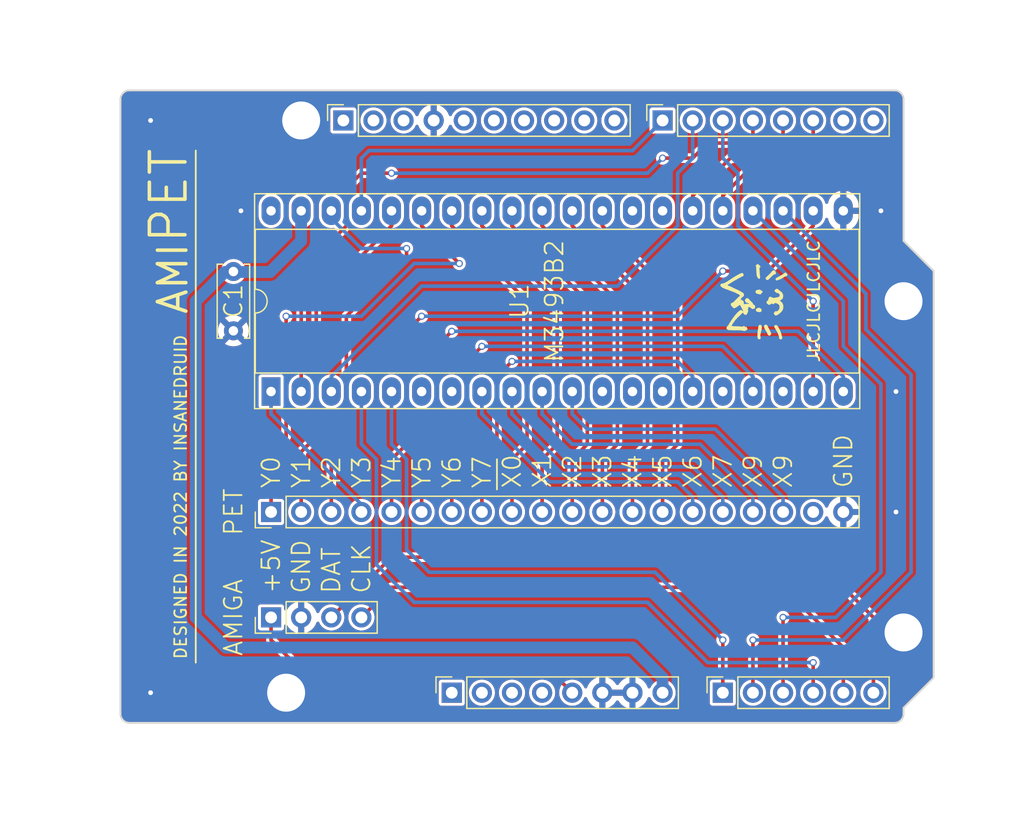
<source format=kicad_pcb>
(kicad_pcb (version 20221018) (generator pcbnew)
  (title_block (title "AMIPET") (date "mar. 31 mars 2015") (rev "V001") (company "creativecommons.org/licenses/by-sa/4.0/") (comment 1 "designed in 2022") (comment 2 "creativecommons.org/licenses/by/4.0/") (comment 3 "License: CC BY-SA 4.0") (comment 4 "Author: InsaneDruid"))
  (layers (0 "F.Cu" signal) (31 "B.Cu" signal) (34 "B.Paste" user) (35 "F.Paste" user) (36 "B.SilkS" user "B.Silkscreen") (37 "F.SilkS" user "F.Silkscreen") (38 "B.Mask" user) (39 "F.Mask" user) (44 "Edge.Cuts" user))
  (net 0 "")
  (net 1 "GND")
  (net 3 "+5V")
  (net 15 "/AX0")
  (net 16 "/AX1")
  (net 17 "/AX2")
  (net 18 "/AX3")
  (net 19 "/KCLK")
  (net 20 "/KDAT")
  (net 21 "/DATA")
  (net 22 "/RESET")
  (net 23 "/STROBE")
  (net 24 "/AY2")
  (net 25 "/AY1")
  (net 26 "+3V3")
  (net 27 "VCC")
  (net 28 "/AY0")
  (net 31 "/Y3")
  (net 34 "/X6")
  (net 35 "/X7")
  (net 36 "/X8")
  (net 37 "/X9")
  (net 41 "/Y7")
  (net 43 "/Y6")
  (net 44 "/Y5")
  (net 45 "/Y4")
  (net 48 "/X5")
  (net 49 "/X4")
  (net 50 "/X3")
  (net 51 "/X2")
  (net 52 "/X1")
  (net 53 "/X0")
  (net 54 "/Y0")
  (net 55 "/Y1")
  (net 56 "/Y2")
  (footprint "AmiPet_lib_fp:PinSocket_1x08_P2.54mm_Vertical" (layer "F.Cu") (at 100 87.6175 90)
    (fp_text reference "J1" hide)
    (fp_text value "Power")
  )
  (footprint "AmiPet_lib_fp:PinSocket_1x06_P2.54mm_Vertical" (layer "F.Cu") (at 122.86 87.6175 90)
    (fp_text reference "J3" hide)
    (fp_text value "Analog")
  )
  (footprint "AmiPet_lib_fp:PinSocket_1x10_P2.54mm_Vertical" (layer "F.Cu") (at 90.856 39.3575 90)
    (fp_text reference "J2" hide)
    (fp_text value "Digital/PWM")
  )
  (footprint "AmiPet_lib_fp:PinSocket_1x08_P2.54mm_Vertical" (layer "F.Cu") (at 117.78 39.3575 90)
    (fp_text reference "J4" hide)
    (fp_text value "Digital/PWM")
  )
  (footprint "Package_DIP:DIP-40_W15.24mm_Socket_LongPads" (layer "F.Cu") (at 84.76 62.2175 90)
    (fp_text reference "U1")
    (fp_text value "M3493B2")
  )
  (footprint "AmiPet_lib_fp:MountingHole_3.2mm" (layer "F.Cu") (at 87.3 39.3575)
    (fp_text reference "MH1" hide)
    (fp_text value "MountingHole_3.2mm")
  )
  (footprint "Connector_PinHeader_2.54mm:PinHeader_1x04_P2.54mm_Vertical" (layer "F.Cu") (at 84.76 81.2675 90)
    (fp_text reference "J7" hide)
    (fp_text value "AMIGA Keyboard Connector")
  )
  (footprint "Connector_PinHeader_2.54mm:PinHeader_1x20_P2.54mm_Vertical" (layer "F.Cu") (at 84.76 72.3775 90)
    (fp_text reference "J6" hide)
    (fp_text value "PET Keyboard Connector")
  )
  (footprint "AmiPet_lib_fp:MountingHole_3.2mm" (layer "F.Cu") (at 86.03 87.6175)
    (fp_text reference "MH2" hide)
    (fp_text value "MountingHole_3.2mm")
  )
  (footprint "Capacitor_THT:C_Disc_D6.0mm_W2.5mm_P5.00mm" (layer "F.Cu") (at 81.585 52.0975 -90)
    (fp_text reference "C1")
    (fp_text value "C")
  )
  (footprint "AmiPet_lib_fp:MountingHole_3.2mm" (layer "F.Cu") (at 138.1 54.5975)
    (fp_text reference "MH3" hide)
    (fp_text value "MountingHole_3.2mm")
  )
  (footprint "AmiPet_lib_fp:MountingHole_3.2mm" (layer "F.Cu") (at 138.1 82.5375)
    (fp_text reference "MH4" hide)
    (fp_text value "MountingHole_3.2mm")
  )
  (gr_poly (pts (xy 125.640371 51.641523) (xy 125.640681 51.635646) (xy 125.641739 51.62227) (xy 125.642904 51.612339) (xy 125.644443 51.603012) (xy 125.646402 51.594233) (xy 125.648822 51.585945) (xy 125.651749 51.578091) (xy 125.653416 51.574309) (xy 125.655227 51.570614) (xy 125.657185 51.567) (xy 125.659298 51.563458) (xy 125.661571 51.559982) (xy 125.664008 51.556565) (xy 125.6694 51.549879) (xy 125.675518 51.543343) (xy 125.682406 51.5369) (xy 125.690108 51.530493) (xy 125.698668 51.524065) (xy 125.70813 51.51756) (xy 125.718537 51.51092) (xy 125.729934 51.50409) (xy 125.747958 51.493368) (xy 125.764991 51.483143) (xy 125.779047 51.474572) (xy 125.784339 51.471268) (xy 125.788142 51.468811) (xy 125.790162 51.467625) (xy 125.792274 51.466722) (xy 125.794508 51.466116) (xy 125.796893 51.465821) (xy 125.799458 51.465852) (xy 125.802234 51.466223) (xy 125.80525 51.466947) (xy 125.808537 51.46804) (xy 125.812123 51.469515) (xy 125.816039 51.471387) (xy 125.820313 51.47367) (xy 125.824977 51.476377) (xy 125.830059 51.479524) (xy 125.835589 51.483124) (xy 125.841598 51.487192) (xy 125.848114 51.491742) (xy 125.857785 51.498582) (xy 125.867434 51.505123) (xy 125.876795 51.511229) (xy 125.885597 51.516767) (xy 125.893572 51.521602) (xy 125.900452 51.5256) (xy 125.905968 51.528627) (xy 125.90985 51.530548) (xy 125.91189 51.531497) (xy 125.914193 51.53284) (xy 125.919502 51.536608) (xy 125.925603 51.541652) (xy 125.932326 51.547773) (xy 125.939498 51.554773) (xy 125.946949 51.562453) (xy 125.954505 51.570613) (xy 125.961995 51.579055) (xy 125.969248 51.587579) (xy 125.976091 51.595987) (xy 125.982352 51.60408) (xy 125.987861 51.611659) (xy 125.992445 51.618525) (xy 125.995931 51.624478) (xy 125.998149 51.629321) (xy 125.998729 51.631263) (xy 125.998927 51.632853) (xy 125.999059 51.634122) (xy 125.999449 51.635601) (xy 126.000084 51.637273) (xy 126.000952 51.639123) (xy 126.002043 51.641133) (xy 126.003345 51.643287) (xy 126.004846 51.645567) (xy 126.006533 51.647956) (xy 126.008397 51.650439) (xy 126.010425 51.652998) (xy 126.012605 51.655617) (xy 126.014926 51.658278) (xy 126.017376 51.660965) (xy 126.019943 51.663661) (xy 126.022617 51.66635) (xy 126.025385 51.669013) (xy 126.032874 51.676503) (xy 126.039122 51.683457) (xy 126.041774 51.686746) (xy 126.044107 51.689917) (xy 126.046118 51.692975) (xy 126.047806 51.695926) (xy 126.049166 51.698775) (xy 126.050197 51.701527) (xy 126.050896 51.704188) (xy 126.051259 51.706763) (xy 126.051285 51.709257) (xy 126.05097 51.711675) (xy 126.050312 51.714024) (xy 126.049308 51.716307) (xy 126.047955 51.718532) (xy 126.04625 51.720702) (xy 126.044191 51.722823) (xy 126.041775 51.724901) (xy 126.038999 51.726941) (xy 126.035861 51.728948) (xy 126.032357 51.730928) (xy 126.028485 51.732885) (xy 126.019627 51.736755) (xy 126.009263 51.7406) (xy 125.997373 51.744464) (xy 125.983933 51.748388) (xy 125.979692 51.74965) (xy 125.975882 51.751165) (xy 125.972481 51.753) (xy 125.969464 51.755223) (xy 125.966809 51.757901) (xy 125.964493 51.7611) (xy 125.962492 51.764889) (xy 125.960783 51.769334) (xy 125.959342 51.774503) (xy 125.958147 51.780462) (xy 125.957174 51.787279) (xy 125.956401 51.795021) (xy 125.955802 51.803755) (xy 125.955357 51.813548) (xy 125.95483 51.836582) (xy 125.954547 51.865099) (xy 125.95505 51.899021) (xy 125.958578 51.986844) (xy 125.965744 52.107574) (xy 125.976878 52.268735) (xy 125.977734 52.280724) (xy 125.978931 52.294532) (xy 125.982059 52.32562) (xy 125.985684 52.358032) (xy 125.989225 52.387798) (xy 125.997905 52.452092) (xy 126.001312 52.478255) (xy 126.004094 52.500976) (xy 126.006251 52.520663) (xy 126.007782 52.537727) (xy 126.008685 52.552576) (xy 126.008959 52.56562) (xy 126.008859 52.571593) (xy 126.008602 52.577269) (xy 126.008187 52.582698) (xy 126.007613 52.587932) (xy 126.006882 52.593022) (xy 126.005992 52.598019) (xy 126.004943 52.602974) (xy 126.003736 52.607939) (xy 126.000844 52.618102) (xy 125.997316 52.628918) (xy 125.988343 52.654145) (xy 125.985581 52.661302) (xy 125.98275 52.668057) (xy 125.979848 52.674409) (xy 125.976875 52.680359) (xy 125.973827 52.685907) (xy 125.970705 52.691053) (xy 125.967506 52.695799) (xy 125.964228 52.700144) (xy 125.96087 52.704088) (xy 125.95743 52.707632) (xy 125.953907 52.710776) (xy 125.950299 52.713521) (xy 125.946605 52.715867) (xy 125.942822 52.717813) (xy 125.93895 52.719361) (xy 125.934986 52.720511) (xy 125.930929 52.721263) (xy 125.926777 52.721617) (xy 125.92253 52.721575) (xy 125.918184 52.721135) (xy 125.913739 52.720298) (xy 125.909193 52.719066) (xy 125.904544 52.717437) (xy 125.899791 52.715413) (xy 125.894932 52.712993) (xy 125.889965 52.710178) (xy 125.884889 52.706969) (xy 125.879702 52.703365) (xy 125.874403 52.699367) (xy 125.86899 52.694976) (xy 125.863462 52.690191) (xy 125.857816 52.685013) (xy 125.845319 52.673271) (xy 125.833621 52.66185) (xy 125.822713 52.650742) (xy 125.812588 52.639937) (xy 125.803239 52.629428) (xy 125.794657 52.619203) (xy 125.786834 52.609255) (xy 125.779763 52.599575) (xy 125.773437 52.590152) (xy 125.767847 52.58098) (xy 125.762985 52.572047) (xy 125.758845 52.563346) (xy 125.755417 52.554867) (xy 125.752695 52.546601) (xy 125.750671 52.538539) (xy 125.749336 52.530673) (xy 125.74878 52.526677) (xy 125.748108 52.522647) (xy 125.747331 52.518609) (xy 125.746456 52.514591) (xy 125.745494 52.510619) (xy 125.744453 52.506721) (xy 125.743342 52.502923) (xy 125.74217 52.499253) (xy 125.740947 52.495739) (xy 125.739681 52.492406) (xy 125.738382 52.489283) (xy 125.737058 52.486396) (xy 125.735718 52.483773) (xy 125.734372 52.481441) (xy 125.733029 52.479426) (xy 125.731697 52.477756) (xy 125.729413 52.474571) (xy 125.727191 52.470632) (xy 125.725031 52.465928) (xy 125.722933 52.460448) (xy 125.720897 52.454183) (xy 125.718923 52.447122) (xy 125.715161 52.430572) (xy 125.711647 52.410715) (xy 125.708381 52.387467) (xy 125.705363 52.360747) (xy 125.702593 52.330471) (xy 125.692892 52.199461) (xy 125.685175 52.074817) (xy 125.679773 51.960261) (xy 125.678044 51.907928) (xy 125.677017 51.859513) (xy 125.676035 51.815416) (xy 125.675517 51.79699) (xy 125.67495 51.780744) (xy 125.67431 51.766504) (xy 125.673575 51.754093) (xy 125.672721 51.743336) (xy 125.672243 51.738522) (xy 125.671725 51.734056) (xy 125.671167 51.729916) (xy 125.670564 51.726079) (xy 125.669914 51.722524) (xy 125.669214 51.719229) (xy 125.668461 51.716171) (xy 125.667652 51.713329) (xy 125.666784 51.710681) (xy 125.665855 51.708204) (xy 125.664861 51.705878) (xy 125.663799 51.703679) (xy 125.662668 51.701586) (xy 125.661462 51.699578) (xy 125.660181 51.697631) (xy 125.65882 51.695724) (xy 125.65585 51.691944) (xy 125.653037 51.688535) (xy 125.650541 51.685224) (xy 125.648351 51.681961) (xy 125.646452 51.6787) (xy 125.644832 51.675393) (xy 125.643479 51.671991) (xy 125.642379 51.668447) (xy 125.641519 51.664713) (xy 125.640886 51.660742) (xy 125.640468 51.656485) (xy 125.640251 51.651894) (xy 125.640223 51.646923)) (fill solid) (layer "F.SilkS"))
  (gr_poly (pts (xy 125.614451 53.80469) (xy 125.614743 53.801678) (xy 125.615281 53.798909) (xy 125.617541 53.788105) (xy 125.620131 53.775317) (xy 125.624982 53.750402) (xy 125.625791 53.746782) (xy 125.626901 53.743188) (xy 125.628327 53.739604) (xy 125.630081 53.736015) (xy 125.632176 53.732405) (xy 125.634625 53.72876) (xy 125.637441 53.725062) (xy 125.640637 53.721298) (xy 125.644225 53.71745) (xy 125.648219 53.713505) (xy 125.652632 53.709446) (xy 125.657476 53.705257) (xy 125.662765 53.700924) (xy 125.668511 53.696431) (xy 125.674727 53.691762) (xy 125.681427 53.686902) (xy 125.691475 53.679529) (xy 125.700838 53.67294) (xy 125.709594 53.667114) (xy 125.717821 53.662028) (xy 125.725598 53.65766) (xy 125.733005 53.653989) (xy 125.74012 53.650992) (xy 125.743592 53.649739) (xy 125.747021 53.648647) (xy 125.750417 53.647713) (xy 125.753788 53.646933) (xy 125.757146 53.646306) (xy 125.7605 53.645828) (xy 125.76386 53.645496) (xy 125.767235 53.645308) (xy 125.770636 53.645262) (xy 125.774072 53.645354) (xy 125.78109 53.645942) (xy 125.788368 53.647051) (xy 125.795984 53.648658) (xy 125.804017 53.650742) (xy 125.80875 53.652104) (xy 125.813064 53.653202) (xy 125.817016 53.654021) (xy 125.818875 53.654321) (xy 125.820664 53.654545) (xy 125.822391 53.654692) (xy 125.824063 53.65476) (xy 125.825688 53.654746) (xy 125.827271 53.654649) (xy 125.828822 53.654466) (xy 125.830345 53.654197) (xy 125.83185 53.653838) (xy 125.833342 53.653388) (xy 125.834829 53.652845) (xy 125.836317 53.652207) (xy 125.837815 53.651472) (xy 125.839329 53.650639) (xy 125.840867 53.649704) (xy 125.842434 53.648667) (xy 125.845689 53.646277) (xy 125.84915 53.643453) (xy 125.852875 53.640179) (xy 125.856921 53.63644) (xy 125.861343 53.632221) (xy 125.865767 53.628011) (xy 125.869818 53.624297) (xy 125.873559 53.621059) (xy 125.877053 53.618275) (xy 125.88036 53.615926) (xy 125.881963 53.614907) (xy 125.883543 53.61399) (xy 125.885108 53.61317) (xy 125.886665 53.612446) (xy 125.888221 53.611815) (xy 125.889786 53.611275) (xy 125.891366 53.610822) (xy 125.892969 53.610455) (xy 125.894603 53.61017) (xy 125.896277 53.609966) (xy 125.897996 53.609839) (xy 125.89977 53.609787) (xy 125.903511 53.609897) (xy 125.907563 53.610276) (xy 125.911986 53.610903) (xy 125.916844 53.611757) (xy 125.922197 53.612818) (xy 125.925582 53.613705) (xy 125.929103 53.614706) (xy 125.936433 53.617007) (xy 125.943948 53.619639) (xy 125.951412 53.62252) (xy 125.958586 53.625565) (xy 125.961991 53.627124) (xy 125.965234 53.628693) (xy 125.968285 53.630263) (xy 125.971116 53.631822) (xy 125.973696 53.63336) (xy 125.975996 53.634867) (xy 125.978683 53.636448) (xy 125.981451 53.637885) (xy 125.9843 53.639177) (xy 125.987227 53.640324) (xy 125.990232 53.641326) (xy 125.993313 53.642184) (xy 125.996469 53.642897) (xy 125.999698 53.643466) (xy 126.003 53.64389) (xy 126.006373 53.644169) (xy 126.009816 53.644303) (xy 126.013327 53.644293) (xy 126.016905 53.644138) (xy 126.02055 53.643838) (xy 126.024258 53.643394) (xy 126.028031 53.642805) (xy 126.032884 53.642053) (xy 126.037217 53.641468) (xy 126.041067 53.641068) (xy 126.042822 53.640945) (xy 126.044471 53.640875) (xy 126.046017 53.640863) (xy 126.047466 53.64091) (xy 126.048823 53.641019) (xy 126.050091 53.641192) (xy 126.051277 53.641433) (xy 126.052383 53.641743) (xy 126.053416 53.642126) (xy 126.054379 53.642584) (xy 126.055278 53.643119) (xy 126.056116 53.643735) (xy 126.0569 53.644433) (xy 126.057633 53.645216) (xy 126.05832 53.646087) (xy 126.058966 53.647049) (xy 126.059575 53.648103) (xy 126.060153 53.649254) (xy 126.060703 53.650502) (xy 126.061231 53.651851) (xy 126.062239 53.654862) (xy 126.063213 53.658307) (xy 126.06419 53.662207) (xy 126.065133 53.665299) (xy 126.066318 53.6683) (xy 126.067758 53.67122) (xy 126.069468 53.674072) (xy 126.071463 53.676867) (xy 126.073756 53.679617) (xy 126.076361 53.682333) (xy 126.079294 53.685028) (xy 126.082567 53.687711) (xy 126.086196 53.690397) (xy 126.090194 53.693095) (xy 126.094576 53.695818) (xy 126.099356 53.698576) (xy 126.104548 53.701383) (xy 126.110166 53.704249) (xy 126.116225 53.707186) (xy 126.131092 53.714412) (xy 126.144335 53.72092) (xy 126.156046 53.72678) (xy 126.166317 53.73206) (xy 126.175239 53.736828) (xy 126.179222 53.739042) (xy 126.182903 53.741153) (xy 126.186293 53.743171) (xy 126.189403 53.745104) (xy 126.192244 53.74696) (xy 126.194829 53.748748) (xy 126.197167 53.750477) (xy 126.199272 53.752155) (xy 126.201155 53.75379) (xy 126.202826 53.755392) (xy 126.204298 53.756969) (xy 126.205582 53.758529) (xy 126.206689 53.76008) (xy 126.20763 53.761633) (xy 126.208418 53.763194) (xy 126.209064 53.764773) (xy 126.209579 53.766378) (xy 126.209975 53.768018) (xy 126.210263 53.769701) (xy 126.210454 53.771436) (xy 126.21056 53.773232) (xy 126.210593 53.775096) (xy 126.210552 53.777129) (xy 126.210433 53.779246) (xy 126.210239 53.781427) (xy 126.209973 53.783654) (xy 126.20964 53.785906) (xy 126.209245 53.788165) (xy 126.208789 53.790411) (xy 126.208278 53.792625) (xy 126.207716 53.794787) (xy 126.207105 53.796878) (xy 126.206451 53.798878) (xy 126.205757 53.800769) (xy 126.205026 53.802531) (xy 126.204263 53.804143) (xy 126.203472 53.805588) (xy 126.202656 53.806846) (xy 126.201726 53.808375) (xy 126.200921 53.809979) (xy 126.200243 53.811654) (xy 126.199693 53.813392) (xy 126.199272 53.815186) (xy 126.198982 53.817032) (xy 126.198823 53.818921) (xy 126.198797 53.820847) (xy 126.198906 53.822804) (xy 126.19915 53.824786) (xy 126.199532 53.826786) (xy 126.200051 53.828798) (xy 126.20071 53.830815) (xy 126.20151 53.832831) (xy 126.202452 53.834839) (xy 126.203538 53.836832) (xy 126.204783 53.83933) (xy 126.205877 53.841856) (xy 126.20682 53.844404) (xy 126.207615 53.846968) (xy 126.208265 53.849539) (xy 126.208772 53.85211) (xy 126.209138 53.854676) (xy 126.209367 53.857227) (xy 126.20946 53.859758) (xy 126.209419 53.862261) (xy 126.209248 53.86473) (xy 126.208948 53.867156) (xy 126.208523 53.869533) (xy 126.207973 53.871854) (xy 126.207303 53.874112) (xy 126.206514 53.876299) (xy 126.205609 53.878409) (xy 126.20459 53.880434) (xy 126.203459 53.882368) (xy 126.20222 53.884202) (xy 126.200874 53.885931) (xy 126.199424 53.887547) (xy 126.197872 53.889042) (xy 126.19622 53.89041) (xy 126.194472 53.891644) (xy 126.19263 53.892737) (xy 126.190695 53.893681) (xy 126.18867 53.894469) (xy 126.186559 53.895094) (xy 126.184363 53.89555) (xy 126.182084 53.895828) (xy 126.179725 53.895923) (xy 126.175089 53.896071) (xy 126.170447 53.896509) (xy 126.16581 53.897228) (xy 126.161187 53.898217) (xy 126.156589 53.899467) (xy 126.152025 53.900969) (xy 126.147506 53.902712) (xy 126.143042 53.904687) (xy 126.138642 53.906884) (xy 126.134317 53.909294) (xy 126.130076 53.911907) (xy 126.12593 53.914712) (xy 126.121889 53.917701) (xy 126.117962 53.920864) (xy 126.11416 53.924191) (xy 126.110493 53.927673) (xy 126.10697 53.931299) (xy 126.103602 53.93506) (xy 126.100399 53.938946) (xy 126.09737 53.942948) (xy 126.094527 53.947056) (xy 126.091878 53.95126) (xy 126.089433 53.955551) (xy 126.087204 53.959919) (xy 126.085199 53.964353) (xy 126.083429 53.968846) (xy 126.081904 53.973386) (xy 126.080634 53.977964) (xy 126.079629 53.982571) (xy 126.078898 53.987196) (xy 126.078453 53.99183) (xy 126.078302 53.996464) (xy 126.077955 54.002284) (xy 126.076894 54.007514) (xy 126.076086 54.009911) (xy 126.075087 54.012163) (xy 126.073893 54.014272) (xy 126.0725 54.016239) (xy 126.070905 54.018065) (xy 126.069102 54.019752) (xy 126.067089 54.0213) (xy 126.064861 54.02271) (xy 126.059743 54.025124) (xy 126.053717 54.027001) (xy 126.046751 54.028352) (xy 126.038812 54.029184) (xy 126.029868 54.029507) (xy 126.019886 54.02933) (xy 126.008835 54.028663) (xy 125.996682 54.027513) (xy 125.983395 54.025891) (xy 125.968941 54.023805) (xy 125.961878 54.022607) (xy 125.954938 54.021338) (xy 125.948161 54.020006) (xy 125.941586 54.018623) (xy 125.935255 54.017199) (xy 125.929206 54.015743) (xy 125.923481 54.014267) (xy 125.918118 54.01278) (xy 125.913159 54.011294) (xy 125.908643 54.009818) (xy 125.90461 54.008362) (xy 125.9011 54.006938) (xy 125.898153 54.005554) (xy 125.89581 54.004223) (xy 125.894877 54.00358) (xy 125.89411 54.002953) (xy 125.893514 54.002345) (xy 125.893093 54.001756) (xy 125.892085 54.000589) (xy 125.890404 53.999408) (xy 125.88808 53.998219) (xy 125.885142 53.997029) (xy 125.88162 53.995844) (xy 125.877544 53.994671) (xy 125.867848 53.992385) (xy 125.856291 53.990223) (xy 125.843112 53.988237) (xy 125.828548 53.986479) (xy 125.812836 53.984999) (xy 125.797724 53.983561) (xy 125.783057 53.981926) (xy 125.769196 53.980147) (xy 125.756502 53.978274) (xy 125.745338 53.976361) (xy 125.740443 53.975404) (xy 125.736066 53.974457) (xy 125.732252 53.973525) (xy 125.729046 53.972616) (xy 125.726495 53.971734) (xy 125.724642 53.970888) (xy 125.71777 53.966454) (xy 125.711046 53.961755) (xy 125.704474 53.956792) (xy 125.698059 53.951568) (xy 125.691805 53.946085) (xy 125.685714 53.940347) (xy 125.679791 53.934356) (xy 125.67404 53.928113) (xy 125.668465 53.921623) (xy 125.663069 53.914888) (xy 125.657857 53.907909) (xy 125.652832 53.900691) (xy 125.647998 53.893234) (xy 125.64336 53.885543) (xy 125.63892 53.877618) (xy 125.634683 53.869464) (xy 125.631811 53.863595) (xy 125.629147 53.857896) (xy 125.626696 53.852372) (xy 125.624458 53.84703) (xy 125.622438 53.841873) (xy 125.620638 53.836908) (xy 125.61906 53.832139) (xy 125.617706 53.827572) (xy 125.61658 53.823211) (xy 125.615684 53.819062) (xy 125.61502 53.815131) (xy 125.614592 53.811421) (xy 125.614401 53.807939)) (fill solid) (layer "F.SilkS"))
  (gr_poly (pts (xy 127.189656 56.723121) (xy 127.189966 56.719207) (xy 127.190472 56.715233) (xy 127.191169 56.711211) (xy 127.192049 56.707152) (xy 127.193104 56.703068) (xy 127.194327 56.69897) (xy 127.195711 56.694869) (xy 127.19725 56.690778) (xy 127.198934 56.686707) (xy 127.200758 56.682668) (xy 127.202714 56.678672) (xy 127.206992 56.670857) (xy 127.21171 56.663354) (xy 127.216812 56.656253) (xy 127.219487 56.652883) (xy 127.222237 56.649647) (xy 127.225053 56.646559) (xy 127.227928 56.643628) (xy 127.230856 56.640867) (xy 127.233828 56.638287) (xy 127.236838 56.6359) (xy 127.239877 56.633716) (xy 127.24294 56.631748) (xy 127.246018 56.630007) (xy 127.249105 56.628504) (xy 127.252193 56.627251) (xy 127.255275 56.626259) (xy 127.258343 56.62554) (xy 127.263685 56.624393) (xy 127.269657 56.622977) (xy 127.276063 56.621355) (xy 127.282707 56.619587) (xy 127.295922 56.615867) (xy 127.307732 56.612311) (xy 127.310697 56.611381) (xy 127.313637 56.610575) (xy 127.316545 56.609893) (xy 127.319418 56.609335) (xy 127.322249 56.608901) (xy 127.325033 56.608591) (xy 127.327766 56.608405) (xy 127.330442 56.608343) (xy 127.333056 56.608405) (xy 127.335603 56.608591) (xy 127.338077 56.608901) (xy 127.340474 56.609335) (xy 127.342789 56.609893) (xy 127.345015 56.610575) (xy 127.347148 56.611381) (xy 127.349183 56.612311) (xy 127.350978 56.613282) (xy 127.353037 56.61421) (xy 127.355336 56.61509) (xy 127.357851 56.615922) (xy 127.360558 56.616702) (xy 127.363431 56.617427) (xy 127.366446 56.618096) (xy 127.369578 56.618705) (xy 127.376098 56.619735) (xy 127.382794 56.620497) (xy 127.389469 56.620969) (xy 127.392737 56.62109) (xy 127.395927 56.621131) (xy 127.397725 56.621144) (xy 127.399481 56.621182) (xy 127.401193 56.621246) (xy 127.402862 56.621334) (xy 127.404485 56.621447) (xy 127.406062 56.621584) (xy 127.407591 56.621745) (xy 127.409073 56.62193) (xy 127.410506 56.622138) (xy 127.411888 56.622369) (xy 127.41322 56.622622) (xy 127.414499 56.622898) (xy 127.415726 56.623196) (xy 127.416898 56.623515) (xy 127.418016 56.623856) (xy 127.419078 56.624218) (xy 127.420082 56.6246) (xy 127.42103 56.625003) (xy 127.421918 56.625425) (xy 127.422747 56.625868) (xy 127.423514 56.62633) (xy 127.424221 56.62681) (xy 127.424864 56.62731) (xy 127.425444 56.627828) (xy 127.425959 56.628364) (xy 127.426409 56.628918) (xy 127.426792 56.629489) (xy 127.427108 56.630078) (xy 127.427355 56.630683) (xy 127.427533 56.631305) (xy 127.427641 56.631942) (xy 127.427677 56.632596) (xy 127.427712 56.633125) (xy 127.427819 56.633719) (xy 127.428235 56.63509) (xy 127.428909 56.636689) (xy 127.429826 56.638494) (xy 127.430971 56.640485) (xy 127.432327 56.642642) (xy 127.43388 56.644943) (xy 127.435614 56.647369) (xy 127.437513 56.649897) (xy 127.439562 56.652509) (xy 127.441746 56.655182) (xy 127.444048 56.657897) (xy 127.446453 56.660632) (xy 127.448947 56.663368) (xy 127.451512 56.666082) (xy 127.454135 56.668756) (xy 127.456974 56.671356) (xy 127.459854 56.674177) (xy 127.462754 56.677191) (xy 127.465655 56.680373) (xy 127.468535 56.683693) (xy 127.471374 56.687127) (xy 127.474151 56.690645) (xy 127.476845 56.694222) (xy 127.479435 56.69783) (xy 127.481902 56.701441) (xy 127.484224 56.705029) (xy 127.486381 56.708567) (xy 127.488352 56.712028) (xy 127.490116 56.715383) (xy 127.491652 56.718607) (xy 127.492941 56.721672) (xy 127.494364 56.724572) (xy 127.495976 56.727632) (xy 127.497758 56.730827) (xy 127.499693 56.73413) (xy 127.503947 56.740958) (xy 127.508595 56.74791) (xy 127.51349 56.75478) (xy 127.518489 56.76136) (xy 127.520982 56.764477) (xy 127.523447 56.767444) (xy 127.525865 56.770235) (xy 127.528219 56.772825) (xy 127.530707 56.775384) (xy 127.5332 56.778084) (xy 127.535683 56.7809) (xy 127.53814 56.783808) (xy 127.540556 56.786783) (xy 127.542915 56.789801) (xy 127.545202 56.792837) (xy 127.547401 56.795866) (xy 127.549496 56.798864) (xy 127.551473 56.801807) (xy 127.553315 56.80467) (xy 127.555007 56.807428) (xy 127.556534 56.810057) (xy 127.557881 56.812532) (xy 127.55903 56.814828) (xy 127.559968 56.816922) (xy 127.562306 56.821806) (xy 127.565274 56.827712) (xy 127.572646 56.841727) (xy 127.581176 56.85723) (xy 127.585591 56.864997) (xy 127.589955 56.872485) (xy 127.609006 56.905807) (xy 127.630744 56.946747) (xy 127.65364 56.99209) (xy 127.676164 57.038621) (xy 127.696787 57.083127) (xy 127.713978 57.122392) (xy 127.726208 57.153203) (xy 127.729985 57.164434) (xy 127.731947 57.172346) (xy 127.73268 57.176072) (xy 127.733546 57.179954) (xy 127.734536 57.183963) (xy 127.735641 57.188069) (xy 127.738149 57.196453) (xy 127.740987 57.204868) (xy 127.744074 57.213076) (xy 127.747326 57.220839) (xy 127.748989 57.22448) (xy 127.750661 57.227921) (xy 127.752334 57.231131) (xy 127.753996 57.234082) (xy 127.755658 57.236867) (xy 127.757331 57.239909) (xy 127.759003 57.243176) (xy 127.760666 57.246636) (xy 127.763918 57.254003) (xy 127.767005 57.261753) (xy 127.769843 57.269627) (xy 127.772351 57.277366) (xy 127.774446 57.284713) (xy 127.776045 57.291408) (xy 127.776736 57.294557) (xy 127.777481 57.297708) (xy 127.778273 57.30084) (xy 127.779104 57.303935) (xy 127.78085 57.309934) (xy 127.782659 57.315552) (xy 127.784468 57.320631) (xy 127.785353 57.322921) (xy 127.786214 57.325019) (xy 127.787045 57.326904) (xy 127.787837 57.328559) (xy 127.788582 57.329962) (xy 127.789274 57.331096) (xy 127.790758 57.334169) (xy 127.792841 57.340174) (xy 127.798465 57.359566) (xy 127.805474 57.386441) (xy 127.813196 57.417967) (xy 127.82096 57.451313) (xy 127.828093 57.483645) (xy 127.833924 57.512132) (xy 127.837781 57.533943) (xy 127.838719 57.538287) (xy 127.840165 57.543893) (xy 127.842044 57.550531) (xy 127.844285 57.557976) (xy 127.846815 57.566) (xy 127.849563 57.574375) (xy 127.852455 57.582874) (xy 127.85542 57.59127) (xy 127.858446 57.599895) (xy 127.861233 57.609136) (xy 127.86377 57.618841) (xy 127.866044 57.628862) (xy 127.868045 57.639049) (xy 127.86976 57.64925) (xy 127.871178 57.659318) (xy 127.872287 57.669101) (xy 127.873076 57.67845) (xy 127.873532 57.687215) (xy 127.873645 57.695247) (xy 127.873403 57.702395) (xy 127.872794 57.708509) (xy 127.871806 57.71344) (xy 127.871167 57.715414) (xy 127.870428 57.717037) (xy 127.869589 57.718289) (xy 127.868649 57.719152) (xy 127.867721 57.719891) (xy 127.866601 57.721098) (xy 127.865302 57.722744) (xy 127.863839 57.724801) (xy 127.860479 57.730035) (xy 127.856632 57.73657) (xy 127.852414 57.74418) (xy 127.847937 57.752638) (xy 127.843315 57.761716) (xy 127.838662 57.771186) (xy 127.834889 57.779134) (xy 127.831457 57.786153) (xy 127.828297 57.792307) (xy 127.825337 57.797658) (xy 127.822506 57.802271) (xy 127.821117 57.804319) (xy 127.819734 57.806207) (xy 127.818347 57.807942) (xy 127.816948 57.809532) (xy 127.815528 57.810984) (xy 127.814078 57.812307) (xy 127.81259 57.813508) (xy 127.811054 57.814596) (xy 127.809461 57.815579) (xy 127.807803 57.816463) (xy 127.806071 57.817258) (xy 127.804255 57.817971) (xy 127.802348 57.81861) (xy 127.800339 57.819183) (xy 127.795984 57.820163) (xy 127.791119 57.820973) (xy 127.785672 57.821677) (xy 127.779572 57.822339) (xy 127.771219 57.822718) (xy 127.762151 57.822563) (xy 127.752539 57.821917) (xy 127.742558 57.820823) (xy 127.732381 57.819327) (xy 127.72218 57.817471) (xy 127.71213 57.8153) (xy 127.702402 57.812858) (xy 127.693171 57.810189) (xy 127.684608 57.807336) (xy 127.676888 57.804343) (xy 127.670184 57.801255) (xy 127.667266 57.799689) (xy 127.664668 57.798115) (xy 127.66241 57.79654) (xy 127.660513 57.794968) (xy 127.659001 57.793405) (xy 127.657894 57.791856) (xy 127.657214 57.790328) (xy 127.656982 57.788825) (xy 127.656951 57.788311) (xy 127.65686 57.787763) (xy 127.656503 57.786569) (xy 127.655924 57.785256) (xy 127.655136 57.783837) (xy 127.654151 57.782325) (xy 127.652982 57.780733) (xy 127.651644 57.779073) (xy 127.650147 57.77736) (xy 127.648506 57.775605) (xy 127.646733 57.773822) (xy 127.644841 57.772023) (xy 127.642843 57.770222) (xy 127.640753 57.768431) (xy 127.638582 57.766663) (xy 127.636344 57.764931) (xy 127.634052 57.763249) (xy 127.631698 57.76161) (xy 127.629278 57.759685) (xy 127.62681 57.757499) (xy 127.624309 57.755077) (xy 127.621792 57.752443) (xy 127.619277 57.749622) (xy 127.61678 57.746638) (xy 127.614318 57.743515) (xy 127.611908 57.740279) (xy 127.609566 57.736954) (xy 127.607309 57.733564) (xy 127.605154 57.730134) (xy 127.603118 57.726689) (xy 127.601218 57.723253) (xy 127.59947 57.71985) (xy 127.597892 57.716506) (xy 127.595732 57.711341) (xy 127.59388 57.706728) (xy 127.59307 57.704615) (xy 127.592336 57.702623) (xy 127.591679 57.700745) (xy 127.591098 57.698977) (xy 127.590594 57.697312) (xy 127.590165 57.695745) (xy 127.589813 57.694269) (xy 127.589536 57.692879) (xy 127.589335 57.691569) (xy 127.589209 57.690334) (xy 127.589158 57.689167) (xy 127.589183 57.688063) (xy 127.589282 57.687015) (xy 127.589456 57.686019) (xy 127.589705 57.685068) (xy 127.590028 57.684156) (xy 127.590426 57.683278) (xy 127.590898 57.682428) (xy 127.591443 57.681599) (xy 127.592063 57.680787) (xy 127.592756 57.679985) (xy 127.593522 57.679187) (xy 127.594362 57.678389) (xy 127.595275 57.677583) (xy 127.596261 57.676764) (xy 127.59732 57.675927) (xy 127.599656 57.674172) (xy 127.601982 57.672374) (xy 127.604005 57.670577) (xy 127.605731 57.668721) (xy 127.607166 57.666745) (xy 127.608317 57.664587) (xy 127.60919 57.662189) (xy 127.609792 57.659487) (xy 127.610129 57.656423) (xy 127.610208 57.652935) (xy 127.610034 57.648963) (xy 127.609615 57.644445) (xy 127.608958 57.639322) (xy 127.608067 57.633532) (xy 127.606951 57.627014) (xy 127.604065 57.611554) (xy 127.60169 57.600335) (xy 127.598622 57.588114) (xy 127.594996 57.575293) (xy 127.590947 57.562276) (xy 127.586607 57.549465) (xy 127.582113 57.537264) (xy 127.577598 57.526076) (xy 127.573197 57.516304) (xy 127.568515 57.505681) (xy 127.563193 57.492671) (xy 127.557415 57.477779) (xy 127.551369 57.461513) (xy 127.54524 57.444379) (xy 127.539215 57.426883) (xy 127.533479 57.409532) (xy 127.528219 57.392832) (xy 127.522841 57.375881) (xy 127.516781 57.358422) (xy 127.510266 57.340944) (xy 127.503524 57.32393) (xy 127.496782 57.307867) (xy 127.490267 57.293241) (xy 127.484207 57.280537) (xy 127.478829 57.270242) (xy 127.47356 57.261066) (xy 127.468425 57.251569) (xy 127.463559 57.242011) (xy 127.459096 57.232649) (xy 127.45517 57.223742) (xy 127.453451 57.219539) (xy 127.451916 57.215547) (xy 127.450583 57.211799) (xy 127.449468 57.208325) (xy 127.448589 57.205158) (xy 127.447961 57.202332) (xy 127.447323 57.199712) (xy 127.446411 57.196832) (xy 127.44524 57.193722) (xy 127.443827 57.190412) (xy 127.442186 57.186931) (xy 127.440334 57.18331) (xy 127.438285 57.179577) (xy 127.436055 57.175763) (xy 127.43366 57.171898) (xy 127.431115 57.16801) (xy 127.428435 57.16413) (xy 127.425637 57.160288) (xy 127.422736 57.156513) (xy 127.419746 57.152835) (xy 127.416684 57.149283) (xy 127.413566 57.145888) (xy 127.410592 57.142523) (xy 127.407637 57.139059) (xy 127.404717 57.135524) (xy 127.401852 57.131942) (xy 127.399059 57.128339) (xy 127.396357 57.124742) (xy 127.393764 57.121175) (xy 127.391296 57.117665) (xy 127.388974 57.114238) (xy 127.386814 57.11092) (xy 127.384836 57.107736) (xy 127.383056 57.104712) (xy 127.381493 57.101874) (xy 127.380166 57.099248) (xy 127.379091 57.09686) (xy 127.378288 57.094735) (xy 127.377505 57.09262) (xy 127.376491 57.090263) (xy 127.375263 57.087689) (xy 127.373837 57.084923) (xy 127.370459 57.078922) (xy 127.366492 57.072466) (xy 127.36207 57.065762) (xy 127.357328 57.059016) (xy 127.3524 57.052436) (xy 127.34742 57.046228) (xy 127.344807 57.043234) (xy 127.342269 57.040218) (xy 127.339819 57.037199) (xy 127.33747 57.034198) (xy 127.335235 57.031232) (xy 127.333126 57.028322) (xy 127.331157 57.025487) (xy 127.32934 57.022746) (xy 127.327688 57.020119) (xy 127.326215 57.017625) (xy 127.324933 57.015283) (xy 127.323855 57.013114) (xy 127.322994 57.011135) (xy 127.322363 57.009367) (xy 127.321975 57.007829) (xy 127.321876 57.007152) (xy 127.321843 57.00654) (xy 127.321412 57.003062) (xy 127.320169 56.998353) (xy 127.318192 56.992566) (xy 127.315559 56.985856) (xy 127.312348 56.978376) (xy 127.308635 56.970279) (xy 127.300015 56.952852) (xy 127.29032 56.934805) (xy 127.280171 56.917368) (xy 127.27512 56.909262) (xy 127.270187 56.90177) (xy 127.265451 56.895045) (xy 127.260989 56.889242) (xy 127.259037 56.886733) (xy 127.257155 56.884181) (xy 127.25535 56.881603) (xy 127.25363 56.879017) (xy 127.252004 56.876441) (xy 127.250478 56.873894) (xy 127.249061 56.871393) (xy 127.24776 56.868957) (xy 127.246583 56.866604) (xy 127.245538 56.864351) (xy 127.244632 56.862217) (xy 127.243874 56.86022) (xy 127.243271 56.858378) (xy 127.24283 56.85671) (xy 127.24256 56.855232) (xy 127.242468 56.853964) (xy 127.242397 56.852757) (xy 127.242189 56.851456) (xy 127.241852 56.850073) (xy 127.241394 56.848617) (xy 127.240821 56.8471) (xy 127.240143 56.84553) (xy 127.239366 56.84392) (xy 127.2385 56.842278) (xy 127.23755 56.840616) (xy 127.236526 56.838943) (xy 127.235434 56.837271) (xy 127.234283 56.835609) (xy 127.23308 56.833967) (xy 127.231833 56.832356) (xy 127.23055 56.830787) (xy 127.229239 56.82927) (xy 127.227711 56.827806) (xy 127.226113 56.826076) (xy 127.224454 56.824103) (xy 127.222748 56.821911) (xy 127.221006 56.819522) (xy 127.21924 56.81696) (xy 127.215679 56.81141) (xy 127.21216 56.805447) (xy 127.208775 56.799256) (xy 127.205618 56.793024) (xy 127.202781 56.786936) (xy 127.201479 56.783831) (xy 127.200223 56.780489) (xy 127.199015 56.776943) (xy 127.197861 56.773225) (xy 127.195727 56.765403) (xy 127.193851 56.757281) (xy 127.192264 56.749118) (xy 127.190998 56.741172) (xy 127.190084 56.733701) (xy 127.189552 56.726964)) (fill solid) (layer "F.SilkS"))
  (gr_poly (pts (xy 126.328596 56.724563) (xy 126.330221 56.715399) (xy 126.332775 56.705919) (xy 126.33627 56.696096) (xy 126.340716 56.685901) (xy 126.346123 56.675305) (xy 126.352502 56.66428) (xy 126.359862 56.652798) (xy 126.368215 56.64083) (xy 126.37757 56.628348) (xy 126.387938 56.615324) (xy 126.39933 56.601728) (xy 126.400855 56.600168) (xy 126.402773 56.598632) (xy 126.407694 56.595646) (xy 126.413918 56.592796) (xy 126.421268 56.590111) (xy 126.429569 56.587617) (xy 126.438645 56.585341) (xy 126.44832 56.583311) (xy 126.45842 56.581554) (xy 126.468767 56.580096) (xy 126.479187 56.578965) (xy 126.489503 56.578187) (xy 126.49954 56.577791) (xy 126.509123 56.577804) (xy 126.518075 56.578251) (xy 126.526221 56.579161) (xy 126.533385 56.580561) (xy 126.53799 56.582057) (xy 126.542858 56.584203) (xy 126.547961 56.586966) (xy 126.553273 56.590309) (xy 126.564418 56.598593) (xy 126.576076 56.60877) (xy 126.588035 56.620553) (xy 126.600078 56.633659) (xy 126.611993 56.6478) (xy 126.623564 56.662692) (xy 126.634576 56.67805) (xy 126.644816 56.693586) (xy 126.65407 56.709017) (xy 126.662121 56.724056) (xy 126.668757 56.738419) (xy 126.673762 56.751819) (xy 126.675586 56.758068) (xy 126.676923 56.763971) (xy 126.677744 56.769489) (xy 126.678024 56.774589) (xy 126.678268 56.778198) (xy 126.678985 56.782377) (xy 126.680151 56.787075) (xy 126.681744 56.792242) (xy 126.68374 56.797827) (xy 126.686116 56.803781) (xy 126.688849 56.810053) (xy 126.691914 56.816592) (xy 126.69529 56.823348) (xy 126.698953 56.83027) (xy 126.702879 56.837309) (xy 126.707045 56.844414) (xy 126.711429 56.851535) (xy 126.716006 56.85862) (xy 126.720754 56.86562) (xy 126.725649 56.872485) (xy 126.736482 56.887836) (xy 126.747656 56.905833) (xy 126.759926 56.928047) (xy 126.774045 56.956049) (xy 126.790769 56.99141) (xy 126.810853 57.0357) (xy 126.864114 57.157353) (xy 126.866292 57.162133) (xy 126.868518 57.166863) (xy 126.870778 57.171513) (xy 126.873058 57.176053) (xy 126.875342 57.180453) (xy 126.877617 57.184685) (xy 126.879869 57.188717) (xy 126.882084 57.19252) (xy 126.884247 57.196066) (xy 126.886344 57.199323) (xy 126.88836 57.202262) (xy 126.890283 57.204854) (xy 126.892097 57.207068) (xy 126.893788 57.208876) (xy 126.894583 57.209618) (xy 126.895343 57.210247) (xy 126.896064 57.210759) (xy 126.896746 57.211152) (xy 126.898612 57.212394) (xy 126.900565 57.214117) (xy 126.902592 57.216288) (xy 126.904683 57.218875) (xy 126.909009 57.225174) (xy 126.913448 57.232759) (xy 126.917907 57.241378) (xy 126.922295 57.250777) (xy 126.926517 57.260703) (xy 126.93048 57.270903) (xy 126.934093 57.281124) (xy 126.93726 57.291112) (xy 126.939891 57.300615) (xy 126.941891 57.309378) (xy 126.943167 57.317149) (xy 126.943627 57.323675) (xy 126.943522 57.326392) (xy 126.943177 57.328702) (xy 126.942582 57.330575) (xy 126.941725 57.331978) (xy 126.94093 57.333226) (xy 126.940199 57.334646) (xy 126.939535 57.336224) (xy 126.938942 57.337945) (xy 126.93842 57.339795) (xy 126.937973 57.34176) (xy 126.937604 57.343826) (xy 126.937315 57.345979) (xy 126.937109 57.348204) (xy 126.936988 57.350487) (xy 126.936955 57.352814) (xy 126.937012 57.35517) (xy 126.937162 57.357542) (xy 126.937408 57.359916) (xy 126.937753 57.362276) (xy 126.938197 57.36461) (xy 126.939007 57.367886) (xy 126.939427 57.371143) (xy 126.939418 57.374445) (xy 126.938941 57.377853) (xy 126.937958 57.381432) (xy 126.93643 57.385244) (xy 126.934318 57.389354) (xy 126.931583 57.393824) (xy 126.928186 57.398718) (xy 126.92409 57.404099) (xy 126.919254 57.410031) (xy 126.913641 57.416576) (xy 126.907211 57.423798) (xy 126.899926 57.43176) (xy 126.882635 57.450158) (xy 126.821781 57.513658) (xy 126.756517 57.497783) (xy 126.744444 57.494903) (xy 126.733647 57.492183) (xy 126.724056 57.48958) (xy 126.715603 57.487048) (xy 126.711782 57.485795) (xy 126.70822 57.484542) (xy 126.704908 57.483285) (xy 126.701838 57.482017) (xy 126.699001 57.480733) (xy 126.696389 57.479427) (xy 126.693993 57.478093) (xy 126.691804 57.476727) (xy 126.689814 57.475322) (xy 126.688015 57.473872) (xy 126.686398 57.472372) (xy 126.684953 57.470817) (xy 126.683674 57.4692) (xy 126.682551 57.467516) (xy 126.681575 57.46576) (xy 126.680738 57.463925) (xy 126.680032 57.462006) (xy 126.679448 57.459998) (xy 126.678977 57.457894) (xy 126.678611 57.45569) (xy 126.678341 57.453378) (xy 126.678159 57.450955) (xy 126.678056 57.448414) (xy 126.678024 57.445749) (xy 126.677985 57.444819) (xy 126.677871 57.44385) (xy 126.677682 57.442844) (xy 126.677421 57.441802) (xy 126.676687 57.439623) (xy 126.675681 57.437329) (xy 126.674417 57.434936) (xy 126.672908 57.432463) (xy 126.671166 57.429924) (xy 126.669204 57.427338) (xy 126.667036 57.424721) (xy 126.664674 57.422089) (xy 126.662131 57.419461) (xy 126.65942 57.416851) (xy 126.656554 57.414278) (xy 126.653547 57.411758) (xy 126.650409 57.409307) (xy 126.647156 57.406943) (xy 126.64274 57.403879) (xy 126.638739 57.400949) (xy 126.635137 57.398122) (xy 126.631915 57.395368) (xy 126.629054 57.392655) (xy 126.626537 57.389952) (xy 126.625401 57.388595) (xy 126.624345 57.387229) (xy 126.623366 57.385849) (xy 126.622461 57.384454) (xy 126.621629 57.383037) (xy 126.620867 57.381596) (xy 126.620172 57.380126) (xy 126.619543 57.378624) (xy 126.618978 57.377086) (xy 126.618473 57.375508) (xy 126.617638 57.372217) (xy 126.61702 57.368718) (xy 126.616601 57.364982) (xy 126.616363 57.360977) (xy 126.616288 57.356672) (xy 126.616035 57.3502) (xy 126.615302 57.343092) (xy 126.614125 57.335457) (xy 126.61254 57.327403) (xy 126.610582 57.319039) (xy 126.608288 57.310474) (xy 126.605695 57.301815) (xy 126.602838 57.293172) (xy 126.599754 57.284653) (xy 126.596478 57.276367) (xy 126.593048 57.268422) (xy 126.589499 57.260926) (xy 126.585867 57.253989) (xy 126.582188 57.247718) (xy 126.578499 57.242222) (xy 126.574836 57.23761) (xy 126.57369 57.236217) (xy 126.572571 57.234695) (xy 126.571486 57.23306) (xy 126.57044 57.231326) (xy 126.569441 57.22951) (xy 126.568495 57.227626) (xy 126.567609 57.225691) (xy 126.566788 57.223719) (xy 126.56604 57.221727) (xy 126.565371 57.21973) (xy 126.564787 57.217743) (xy 126.564294 57.215782) (xy 126.5639 57.213862) (xy 126.56361 57.211999) (xy 126.563432 57.210208) (xy 126.563371 57.208506) (xy 126.563353 57.207759) (xy 126.5633 57.207009) (xy 126.563213 57.206256) (xy 126.563092 57.205502) (xy 126.562939 57.204747) (xy 126.562755 57.203994) (xy 126.56254 57.203244) (xy 126.562296 57.202497) (xy 126.562024 57.201756) (xy 126.561724 57.201021) (xy 126.561397 57.200294) (xy 126.561046 57.199576) (xy 126.560269 57.198172) (xy 126.559402 57.19682) (xy 126.558453 57.19553) (xy 126.557428 57.194312) (xy 126.55689 57.193733) (xy 126.556337 57.193177) (xy 126.555768 57.192643) (xy 126.555186 57.192135) (xy 126.55459 57.191652) (xy 126.553983 57.191196) (xy 126.553364 57.190768) (xy 126.552736 57.190371) (xy 126.552099 57.190004) (xy 126.551453 57.18967) (xy 126.550801 57.189369) (xy 126.550142 57.189103) (xy 126.546834 57.187059) (xy 126.542737 57.183313) (xy 126.532408 57.171144) (xy 126.519623 57.15345) (xy 126.504846 57.131088) (xy 126.471186 57.075776) (xy 126.435158 57.012053) (xy 126.400496 56.946758) (xy 126.370928 56.886734) (xy 126.359221 56.860836) (xy 126.350187 56.838823) (xy 126.344292 56.821548) (xy 126.342003 56.809867) (xy 126.341962 56.807163) (xy 126.341843 56.804356) (xy 126.341648 56.80147) (xy 126.341383 56.798526) (xy 126.34105 56.795545) (xy 126.340654 56.79255) (xy 126.340199 56.789563) (xy 126.339688 56.786606) (xy 126.339125 56.7837) (xy 126.338515 56.780868) (xy 126.33786 56.778131) (xy 126.337166 56.775512) (xy 126.336435 56.773033) (xy 126.335673 56.770715) (xy 126.334881 56.768581) (xy 126.334065 56.766652) (xy 126.331194 56.758637) (xy 126.329201 56.750449) (xy 126.328097 56.74206) (xy 126.327892 56.733441)) (fill solid) (layer "F.SilkS"))
  (gr_line (start 103.81 70.4725) (end 103.81 67.9325) (stroke (width 0.15)) (layer "F.SilkS"))
  (gr_line (start 78.41 41.8975) (end 78.41 85.0775) (stroke (width 0.15)) (layer "F.SilkS"))
  (gr_poly (pts (xy 126.54599 54.636941) (xy 126.546586 54.63519) (xy 126.5475 54.633283) (xy 126.548716 54.631233) (xy 126.551972 54.626764) (xy 126.556205 54.6219) (xy 126.561265 54.616757) (xy 126.567002 54.611451) (xy 126.573266 54.606099) (xy 126.579907 54.600816) (xy 126.586776 54.59572) (xy 126.593722 54.590926) (xy 126.600596 54.58655) (xy 126.607248 54.582709) (xy 126.613527 54.579519) (xy 126.619285 54.577097) (xy 126.621921 54.57621) (xy 126.624371 54.575558) (xy 126.626615 54.575157) (xy 126.628635 54.57502) (xy 126.629304 54.574984) (xy 126.629987 54.574878) (xy 126.630683 54.574703) (xy 126.631391 54.574462) (xy 126.632109 54.574156) (xy 126.632836 54.573787) (xy 126.634312 54.57287) (xy 126.635809 54.571725) (xy 126.637316 54.570369) (xy 126.638824 54.568816) (xy 126.64032 54.567082) (xy 126.641797 54.565183) (xy 126.643242 54.563134) (xy 126.644646 54.560951) (xy 126.645998 54.558649) (xy 126.647288 54.556243) (xy 126.648506 54.55375) (xy 126.649642 54.551184) (xy 126.650684 54.548561) (xy 126.652944 54.542603) (xy 126.6557 54.536118) (xy 126.658869 54.529322) (xy 126.662369 54.522434) (xy 126.664218 54.519023) (xy 126.666118 54.515669) (xy 126.668059 54.512401) (xy 126.670031 54.509246) (xy 126.672024 54.50623) (xy 126.674027 54.503381) (xy 126.676031 54.500725) (xy 126.678024 54.49829) (xy 126.67982 54.495896) (xy 126.681567 54.493357) (xy 126.683254 54.490694) (xy 126.684872 54.487928) (xy 126.686414 54.485079) (xy 126.687868 54.482167) (xy 126.689227 54.479215) (xy 126.690481 54.476242) (xy 126.691622 54.473269) (xy 126.69264 54.470316) (xy 126.693526 54.467405) (xy 126.694271 54.464556) (xy 126.694866 54.46179) (xy 126.695303 54.459127) (xy 126.695571 54.456588) (xy 126.695663 54.454193) (xy 126.695734 54.451964) (xy 126.695942 54.449591) (xy 126.696279 54.447093) (xy 126.696738 54.444492) (xy 126.69731 54.441808) (xy 126.697988 54.439063) (xy 126.698764 54.436275) (xy 126.699631 54.433468) (xy 126.700581 54.43066) (xy 126.701605 54.427873) (xy 126.702697 54.425127) (xy 126.703848 54.422443) (xy 126.705051 54.419842) (xy 126.706298 54.417345) (xy 126.70758 54.414971) (xy 126.708892 54.412742) (xy 126.710379 54.410371) (xy 126.71186 54.407581) (xy 126.713328 54.404409) (xy 126.714776 54.400891) (xy 126.716199 54.397062) (xy 126.717589 54.39296) (xy 126.720247 54.384079) (xy 126.722698 54.374536) (xy 126.724891 54.364621) (xy 126.726773 54.354623) (xy 126.728294 54.344832) (xy 126.729146 54.337837) (xy 126.730065 54.331371) (xy 126.731077 54.325382) (xy 126.732208 54.319821) (xy 126.733484 54.314637) (xy 126.73493 54.30978) (xy 126.736572 54.3052) (xy 126.738437 54.300845) (xy 126.74055 54.296667) (xy 126.742936 54.292613) (xy 126.745623 54.288635) (xy 126.748635 54.284681) (xy 126.751998 54.280701) (xy 126.755738 54.276645) (xy 126.759882 54.272463) (xy 126.764454 54.268103) (xy 126.767684 54.264964) (xy 126.771071 54.261842) (xy 126.774583 54.258753) (xy 126.778193 54.255714) (xy 126.78187 54.252743) (xy 126.785585 54.249856) (xy 126.789307 54.24707) (xy 126.793007 54.244401) (xy 126.796656 54.241866) (xy 126.800223 54.239483) (xy 126.803679 54.237267) (xy 126.806994 54.235237) (xy 126.810139 54.233408) (xy 126.813084 54.231797) (xy 126.815798 54.230421) (xy 126.818253 54.229297) (xy 126.824584 54.227403) (xy 126.831901 54.226006) (xy 126.840052 54.225087) (xy 126.848887 54.224626) (xy 126.858254 54.224605) (xy 126.868002 54.225003) (xy 126.87798 54.225802) (xy 126.888037 54.226983) (xy 126.898021 54.228524) (xy 126.907782 54.230409) (xy 126.917169 54.232616) (xy 126.926029 54.235127) (xy 126.934213 54.237922) (xy 126.941568 54.240982) (xy 126.947944 54.244287) (xy 126.950718 54.246025) (xy 126.95319 54.247818) (xy 126.965204 54.25723) (xy 126.976171 54.265647) (xy 126.986178 54.273107) (xy 126.995317 54.279651) (xy 127.003675 54.285316) (xy 127.011342 54.290141) (xy 127.014944 54.292251) (xy 127.018407 54.294165) (xy 127.021741 54.295889) (xy 127.024959 54.297428) (xy 127.02807 54.298785) (xy 127.031087 54.299966) (xy 127.03402 54.300976) (xy 127.03688 54.30182) (xy 127.03968 54.302502) (xy 127.042429 54.303028) (xy 127.045138 54.303402) (xy 127.04782 54.303629) (xy 127.050486 54.303713) (xy 127.053145 54.303661) (xy 127.05581 54.303476) (xy 127.058492 54.303164) (xy 127.061201 54.302728) (xy 127.063949 54.302175) (xy 127.069607 54.300735) (xy 127.074225 54.299517) (xy 127.07852 54.298518) (xy 127.082541 54.297749) (xy 127.086337 54.297221) (xy 127.089957 54.296946) (xy 127.093451 54.296937) (xy 127.096867 54.297203) (xy 127.100255 54.297758) (xy 127.103663 54.298613) (xy 127.107142 54.299779) (xy 127.110739 54.301268) (xy 127.114504 54.303091) (xy 127.118486 54.305261) (xy 127.122734 54.307789) (xy 127.127297 54.310686) (xy 127.132225 54.313964) (xy 127.137559 54.317687) (xy 127.142357 54.320928) (xy 127.146686 54.323702) (xy 127.150608 54.326022) (xy 127.152438 54.327016) (xy 127.15419 54.327903) (xy 127.155873 54.328683) (xy 127.157495 54.329359) (xy 127.159064 54.329932) (xy 127.160588 54.330404) (xy 127.162076 54.330776) (xy 127.163534 54.331052) (xy 127.164972 54.331232) (xy 127.166398 54.331318) (xy 127.167818 54.331312) (xy 127.169243 54.331216) (xy 127.170679 54.331031) (xy 127.172135 54.330759) (xy 127.173618 54.330403) (xy 127.175137 54.329963) (xy 127.176701 54.329442) (xy 127.178316 54.328842) (xy 127.181735 54.327409) (xy 127.185458 54.325679) (xy 127.189552 54.323666) (xy 127.1925 54.322304) (xy 127.196022 54.320872) (xy 127.2046 54.31785) (xy 127.214914 54.314705) (xy 127.226593 54.311539) (xy 127.239264 54.308455) (xy 127.252555 54.305558) (xy 127.266094 54.30295) (xy 127.27951 54.300735) (xy 127.293002 54.298639) (xy 127.306753 54.296366) (xy 127.32036 54.293991) (xy 127.333418 54.291585) (xy 127.345526 54.28922) (xy 127.35628 54.286968) (xy 127.365277 54.284903) (xy 127.372114 54.283096) (xy 127.375107 54.282155) (xy 127.378122 54.281316) (xy 127.381137 54.280579) (xy 127.38413 54.27994) (xy 127.387083 54.2794) (xy 127.389973 54.278957) (xy 127.392781 54.278609) (xy 127.395486 54.278356) (xy 127.398066 54.278195) (xy 127.400502 54.278127) (xy 127.402772 54.278148) (xy 127.404856 54.278259) (xy 127.406734 54.278458) (xy 127.408384 54.278743) (xy 127.409786 54.279114) (xy 127.410919 54.279568) (xy 127.412202 54.280066) (xy 127.414363 54.280247) (xy 127.417347 54.280122) (xy 127.421103 54.279706) (xy 127.430717 54.278049) (xy 127.44278 54.275379) (xy 127.456868 54.2718) (xy 127.472559 54.267414) (xy 127.489428 54.262325) (xy 127.507052 54.256637) (xy 127.524836 54.25072) (xy 127.541177 54.244854) (xy 127.55612 54.239005) (xy 127.569711 54.233142) (xy 127.576013 54.230195) (xy 127.581994 54.227233) (xy 127.58766 54.22425) (xy 127.593015 54.221244) (xy 127.598067 54.218211) (xy 127.602819 54.215145) (xy 127.607279 54.212044) (xy 127.611452 54.208902) (xy 127.615343 54.205717) (xy 127.618958 54.202484) (xy 127.622302 54.199199) (xy 127.625382 54.195858) (xy 127.628203 54.192456) (xy 127.63077 54.188991) (xy 127.63309 54.185457) (xy 127.635168 54.181852) (xy 127.637009 54.17817) (xy 127.63862 54.174407) (xy 127.640005 54.170561) (xy 127.641171 54.166626) (xy 127.642123 54.162599) (xy 127.642867 54.158475) (xy 127.643408 54.154251) (xy 127.643753 54.149922) (xy 127.644202 54.143473) (xy 127.644869 54.136197) (xy 127.645722 54.128342) (xy 127.646729 54.120157) (xy 127.647861 54.111888) (xy 127.649086 54.103785) (xy 127.650373 54.096096) (xy 127.651691 54.089068) (xy 127.652986 54.082027) (xy 127.65387 54.0754) (xy 127.654301 54.069106) (xy 127.65424 54.063065) (xy 127.654012 54.060113) (xy 127.653647 54.057194) (xy 127.653138 54.054297) (xy 127.652481 54.051412) (xy 127.651671 54.048529) (xy 127.650703 54.045638) (xy 127.649572 54.042728) (xy 127.648273 54.03979) (xy 127.64515 54.033787) (xy 127.641295 54.027548) (xy 127.636667 54.02099) (xy 127.631227 54.014034) (xy 127.624933 54.006597) (xy 127.617747 53.998598) (xy 127.609629 53.989956) (xy 127.600537 53.980589) (xy 127.592639 53.972687) (xy 127.584525 53.965203) (xy 127.576244 53.958164) (xy 127.56785 53.951595) (xy 127.559395 53.945522) (xy 127.550928 53.939972) (xy 127.542503 53.934968) (xy 127.534171 53.930539) (xy 127.525984 53.926709) (xy 127.517993 53.923504) (xy 127.51025 53.92095) (xy 127.502807 53.919074) (xy 127.495715 53.9179) (xy 127.492317 53.917584) (xy 127.489027 53.917454) (xy 127.48585 53.917513) (xy 127.482793 53.917763) (xy 127.479862 53.918209) (xy 127.477065 53.918853) (xy 127.474761 53.919277) (xy 127.472483 53.919559) (xy 127.470236 53.919702) (xy 127.468025 53.919707) (xy 127.465856 53.919579) (xy 127.463733 53.919318) (xy 127.461661 53.918928) (xy 127.459647 53.918412) (xy 127.457694 53.917772) (xy 127.455809 53.91701) (xy 127.453996 53.916129) (xy 127.452261 53.915132) (xy 127.450608 53.914022) (xy 127.449043 53.9128) (xy 127.447571 53.91147) (xy 127.446197 53.910034) (xy 127.444743 53.908567) (xy 127.443035 53.907148) (xy 127.441089 53.905784) (xy 127.438921 53.90448) (xy 127.436547 53.903244) (xy 127.433981 53.902081) (xy 127.431239 53.900998) (xy 127.428338 53.900002) (xy 127.425291 53.899098) (xy 127.422116 53.898295) (xy 127.418827 53.897597) (xy 127.415439 53.897011) (xy 127.411969 53.896545) (xy 127.408432 53.896203) (xy 127.404843 53.895994) (xy 127.401218 53.895923) (xy 127.396395 53.895837) (xy 127.391823 53.895566) (xy 127.387463 53.895091) (xy 127.383276 53.894393) (xy 127.379223 53.893452) (xy 127.375266 53.892248) (xy 127.371366 53.890763) (xy 127.367484 53.888977) (xy 127.363581 53.886871) (xy 127.359619 53.884425) (xy 127.355558 53.881619) (xy 127.351361 53.878435) (xy 127.346988 53.874853) (xy 127.3424 53.870854) (xy 127.337559 53.866419) (xy 127.332426 53.861527) (xy 127.325019 53.853999) (xy 127.317489 53.84612) (xy 127.31004 53.838117) (xy 127.302882 53.830218) (xy 127.296219 53.822649) (xy 127.290259 53.815638) (xy 127.285208 53.809413) (xy 127.281274 53.8042) (xy 127.279696 53.801732) (xy 127.277949 53.799298) (xy 127.276053 53.79691) (xy 127.274025 53.794582) (xy 127.271884 53.792326) (xy 127.269647 53.790155) (xy 127.267332 53.788082) (xy 127.264958 53.786121) (xy 127.262542 53.784283) (xy 127.260104 53.782582) (xy 127.25766 53.781032) (xy 127.255229 53.779644) (xy 127.252829 53.778431) (xy 127.250478 53.777408) (xy 127.248195 53.776586) (xy 127.245996 53.775978) (xy 127.243382 53.775184) (xy 127.240835 53.774136) (xy 127.238359 53.772848) (xy 127.235959 53.771334) (xy 127.233639 53.769608) (xy 127.231406 53.767684) (xy 127.229262 53.765577) (xy 127.227213 53.7633) (xy 127.225264 53.760868) (xy 127.223419 53.758296) (xy 127.221682 53.755597) (xy 127.220059 53.752786) (xy 127.217173 53.746882) (xy 127.214797 53.7407) (xy 127.212969 53.734353) (xy 127.211726 53.727953) (xy 127.211335 53.72477) (xy 127.211105 53.721616) (xy 127.21104 53.718506) (xy 127.211145 53.715455) (xy 127.211424 53.712475) (xy 127.211883 53.709583) (xy 127.212525 53.706791) (xy 127.213355 53.704113) (xy 127.214379 53.701566) (xy 127.2156 53.699161) (xy 127.217024 53.696914) (xy 127.218656 53.694839) (xy 127.240459 53.670757) (xy 127.26001 53.649357) (xy 127.277474 53.63051) (xy 127.293014 53.614086) (xy 127.306798 53.599957) (xy 127.313083 53.593712) (xy 127.31899 53.587993) (xy 127.324541 53.582783) (xy 127.329756 53.578065) (xy 127.334656 53.573824) (xy 127.339261 53.570044) (xy 127.343593 53.566708) (xy 127.347671 53.563801) (xy 127.351516 53.561305) (xy 127.35515 53.559206) (xy 127.358593 53.557486) (xy 127.361865 53.55613) (xy 127.364987 53.555122) (xy 127.36798 53.554445) (xy 127.370864 53.554083) (xy 127.373661 53.55402) (xy 127.37639 53.55424) (xy 127.379073 53.554727) (xy 127.38173 53.555465) (xy 127.384382 53.556437) (xy 127.387049 53.557627) (xy 127.389752 53.55902) (xy 127.391466 53.55995) (xy 127.393292 53.560759) (xy 127.395219 53.56145) (xy 127.397235 53.562024) (xy 127.399329 53.562484) (xy 127.401488 53.562833) (xy 127.403702 53.563074) (xy 127.405958 53.563209) (xy 127.408246 53.56324) (xy 127.410552 53.563171) (xy 127.412867 53.563003) (xy 127.415178 53.56274) (xy 127.417473 53.562384) (xy 127.419741 53.561938) (xy 127.42197 53.561403) (xy 127.424149 53.560784) (xy 127.427629 53.559599) (xy 127.43128 53.558686) (xy 127.435086 53.558036) (xy 127.439031 53.557643) (xy 127.443101 53.557499) (xy 127.447279 53.557596) (xy 127.45155 53.557926) (xy 127.455899 53.558482) (xy 127.460309 53.559257) (xy 127.464766 53.560242) (xy 127.469254 53.56143) (xy 127.473758 53.562814) (xy 127.478262 53.564386) (xy 127.48275 53.566139) (xy 127.487207 53.568064) (xy 127.491618 53.570154) (xy 127.495966 53.572402) (xy 127.500237 53.5748) (xy 127.504415 53.577341) (xy 127.508485 53.580016) (xy 127.51243 53.582818) (xy 127.516236 53.585741) (xy 127.519887 53.588775) (xy 127.523368 53.591914) (xy 127.526662 53.595149) (xy 127.529755 53.598474) (xy 127.532631 53.601881) (xy 127.535274 53.605362) (xy 127.537669 53.608909) (xy 127.539801 53.612515) (xy 127.541653 53.616173) (xy 127.543211 53.619874) (xy 127.54414 53.622313) (xy 127.54527 53.624664) (xy 127.546593 53.626926) (xy 127.548103 53.629093) (xy 127.549794 53.631162) (xy 127.55166 53.633129) (xy 127.553694 53.63499) (xy 127.555889 53.636741) (xy 127.558239 53.638379) (xy 127.560738 53.639899) (xy 127.563379 53.641297) (xy 127.566155 53.64257) (xy 127.569061 53.643714) (xy 127.572089 53.644725) (xy 127.575234 53.645599) (xy 127.578489 53.646332) (xy 127.579891 53.646598) (xy 127.581287 53.646899) (xy 127.582674 53.647233) (xy 127.584049 53.6476) (xy 127.58676 53.648425) (xy 127.589403 53.649364) (xy 127.591964 53.650406) (xy 127.594426 53.651541) (xy 127.596775 53.652759) (xy 127.598994 53.654049) (xy 127.601069 53.655402) (xy 127.602047 53.656098) (xy 127.602984 53.656805) (xy 127.603876 53.657524) (xy 127.604723 53.658251) (xy 127.605521 53.658985) (xy 127.60627 53.659727) (xy 127.606968 53.660473) (xy 127.607611 53.661224) (xy 127.6082 53.661977) (xy 127.60873 53.662731) (xy 127.609201 53.663485) (xy 127.609611 53.664238) (xy 127.609958 53.664988) (xy 127.610239 53.665735) (xy 127.612225 53.670625) (xy 127.614551 53.675379) (xy 127.617225 53.680007) (xy 127.620257 53.684517) (xy 127.623657 53.688919) (xy 127.627432 53.693222) (xy 127.631592 53.697433) (xy 127.636146 53.701564) (xy 127.641103 53.705622) (xy 127.646473 53.709617) (xy 127.652263 53.713558) (xy 127.658484 53.717453) (xy 127.665144 53.721312) (xy 127.672252 53.725144) (xy 127.679818 53.728958) (xy 127.68785 53.732763) (xy 127.699188 53.73852) (xy 127.71158 53.746076) (xy 127.72484 53.755248) (xy 127.738782 53.765849) (xy 127.753221 53.777696) (xy 127.767969 53.790604) (xy 127.782842 53.804388) (xy 127.797652 53.818862) (xy 127.812215 53.833844) (xy 127.826343 53.849147) (xy 127.839851 53.864586) (xy 127.852553 53.879979) (xy 127.864263 53.895138) (xy 127.874795 53.90988) (xy 127.883962 53.92402) (xy 127.891579 53.937374) (xy 127.897748 53.949075) (xy 127.904216 53.962688) (xy 127.910787 53.977728) (xy 127.917266 53.993708) (xy 127.923455 54.010143) (xy 127.929158 54.026547) (xy 127.93418 54.042434) (xy 127.938323 54.057318) (xy 127.943916 54.077172) (xy 127.946208 54.086018) (xy 127.948175 54.094277) (xy 127.949828 54.102051) (xy 127.951174 54.109439) (xy 127.952224 54.116543) (xy 127.952985 54.123464) (xy 127.953467 54.130302) (xy 127.953679 54.137158) (xy 127.95363 54.144133) (xy 127.953329 54.151328) (xy 127.952786 54.158843) (xy 127.952008 54.166779) (xy 127.949788 54.184318) (xy 127.948222 54.196679) (xy 127.946852 54.208462) (xy 127.94571 54.219417) (xy 127.944827 54.229298) (xy 127.944233 54.237855) (xy 127.943959 54.244842) (xy 127.943952 54.247668) (xy 127.944036 54.250009) (xy 127.944216 54.251834) (xy 127.944496 54.25311) (xy 127.944714 54.254251) (xy 127.944713 54.255997) (xy 127.9445 54.258311) (xy 127.944083 54.261158) (xy 127.942667 54.268303) (xy 127.940527 54.277143) (xy 127.937726 54.287389) (xy 127.934326 54.298751) (xy 127.930388 54.310939) (xy 127.925975 54.323666) (xy 127.920742 54.337146) (xy 127.914947 54.350152) (xy 127.908569 54.362702) (xy 127.901584 54.374818) (xy 127.893968 54.386521) (xy 127.885699 54.397832) (xy 127.876752 54.40877) (xy 127.867105 54.419356) (xy 127.856735 54.429612) (xy 127.845618 54.439558) (xy 127.833731 54.449215) (xy 127.821051 54.458603) (xy 127.807555 54.467743) (xy 127.793219 54.476655) (xy 127.778019 54.485361) (xy 127.761934 54.493881) (xy 127.750286 54.499677) (xy 127.7387 54.505691) (xy 127.727486 54.511725) (xy 127.716954 54.517583) (xy 127.707415 54.523069) (xy 127.699178 54.527987) (xy 127.692553 54.53214) (xy 127.68785 54.535332) (xy 127.68144 54.54046) (xy 127.67907 54.54264) (xy 127.677418 54.544772) (xy 127.676901 54.545869) (xy 127.676609 54.547012) (xy 127.676559 54.548222) (xy 127.676765 54.549517) (xy 127.677244 54.550918) (xy 127.678009 54.552444) (xy 127.680464 54.555948) (xy 127.684251 54.560185) (xy 127.689495 54.565313) (xy 127.696317 54.571487) (xy 127.704841 54.578865) (xy 127.758406 54.623527) (xy 127.770841 54.634108) (xy 127.782811 54.644514) (xy 127.794016 54.654486) (xy 127.804157 54.663765) (xy 127.812933 54.672094) (xy 127.816716 54.675821) (xy 127.820046 54.679213) (xy 127.822884 54.682239) (xy 127.825194 54.684865) (xy 127.826938 54.68706) (xy 127.828079 54.688791) (xy 127.828946 54.690298) (xy 127.829886 54.691838) (xy 127.830891 54.693401) (xy 127.831952 54.694978) (xy 127.833059 54.69656) (xy 127.834203 54.698139) (xy 127.836568 54.701248) (xy 127.838974 54.704233) (xy 127.84135 54.707022) (xy 127.843622 54.709542) (xy 127.845719 54.711721) (xy 127.858673 54.724512) (xy 127.871057 54.739015) (xy 127.882836 54.755143) (xy 127.893977 54.77281) (xy 127.904447 54.791928) (xy 127.91421 54.812413) (xy 127.923235 54.834176) (xy 127.931487 54.857132) (xy 127.938933 54.881193) (xy 127.94554 54.906274) (xy 127.951273 54.932288) (xy 127.956099 54.959148) (xy 127.959985 54.986767) (xy 127.962896 55.01506) (xy 127.9648 55.043939) (xy 127.965663 55.073318) (xy 127.96565 55.089921) (xy 127.964982 55.107502) (xy 127.963707 55.12584) (xy 127.961873 55.144714) (xy 127.959527 55.163904) (xy 127.956717 55.183187) (xy 127.953492 55.202345) (xy 127.949898 55.221154) (xy 127.945983 55.239395) (xy 127.941797 55.256847) (xy 127.937385 55.273289) (xy 127.932796 55.288499) (xy 127.928078 55.302257) (xy 127.923279 55.314342) (xy 127.918446 55.324534) (xy 127.913628 55.33261) (xy 127.911676 55.335274) (xy 127.909793 55.33796) (xy 127.907989 55.340652) (xy 127.906269 55.343331) (xy 127.904643 55.345979) (xy 127.903117 55.348578) (xy 127.9017 55.35111) (xy 127.900399 55.353556) (xy 127.899222 55.355899) (xy 127.898177 55.358121) (xy 127.897271 55.360203) (xy 127.896513 55.362127) (xy 127.895909 55.363876) (xy 127.895469 55.365431) (xy 127.895199 55.366774) (xy 127.895107 55.367888) (xy 127.894904 55.368968) (xy 127.894306 55.370532) (xy 127.893334 55.372548) (xy 127.892006 55.374985) (xy 127.888363 55.380988) (xy 127.883532 55.388283) (xy 127.877666 55.396611) (xy 127.870923 55.405715) (xy 127.863455 55.415335) (xy 127.85542 55.425214) (xy 127.847384 55.435346) (xy 127.839917 55.445086) (xy 127.833173 55.454205) (xy 127.827308 55.462476) (xy 127.824753 55.466223) (xy 127.822476 55.469673) (xy 127.820496 55.472797) (xy 127.818833 55.475568) (xy 127.817505 55.477955) (xy 127.816533 55.479932) (xy 127.815935 55.48147) (xy 127.815783 55.482066) (xy 127.815732 55.48254) (xy 127.81545 55.483685) (xy 127.814625 55.485283) (xy 127.811462 55.489725) (xy 127.806483 55.495642) (xy 127.799926 55.502811) (xy 127.783036 55.520011) (xy 127.762705 55.539536) (xy 127.740844 55.559599) (xy 127.719366 55.57841) (xy 127.700182 55.594184) (xy 127.692048 55.600372) (xy 127.685204 55.605131) (xy 127.682584 55.60678) (xy 127.679704 55.608732) (xy 127.673284 55.61344) (xy 127.666182 55.619037) (xy 127.658636 55.625305) (xy 127.650883 55.632028) (xy 127.64316 55.638989) (xy 127.635707 55.64597) (xy 127.62876 55.652756) (xy 127.625281 55.656184) (xy 127.621804 55.659513) (xy 127.618354 55.662726) (xy 127.614952 55.665806) (xy 127.611623 55.668736) (xy 127.608389 55.671499) (xy 127.605274 55.674079) (xy 127.602302 55.676458) (xy 127.599494 55.67862) (xy 127.596876 55.680549) (xy 127.594469 55.682227) (xy 127.592297 55.683638) (xy 127.590384 55.684764) (xy 127.588752 55.685589) (xy 127.588049 55.685884) (xy 127.587425 55.686097) (xy 127.586884 55.686226) (xy 127.586427 55.68627) (xy 127.584882 55.68647) (xy 127.582913 55.687055) (xy 127.577828 55.689283) (xy 127.57142 55.692764) (xy 127.563937 55.697308) (xy 127.555628 55.702725) (xy 127.546739 55.708827) (xy 127.53752 55.715421) (xy 127.528218 55.722319) (xy 127.519082 55.729331) (xy 127.510359 55.736267) (xy 127.502297 55.742936) (xy 127.495145 55.74915) (xy 127.489151 55.754717) (xy 127.484562 55.759449) (xy 127.481627 55.763155) (xy 127.480857 55.764563) (xy 127.480593 55.765645) (xy 127.480562 55.766136) (xy 127.480471 55.766616) (xy 127.48032 55.767085) (xy 127.480111 55.767543) (xy 127.479845 55.767989) (xy 127.479524 55.768424) (xy 127.478719 55.769255) (xy 127.477708 55.770035) (xy 127.4765 55.770761) (xy 127.475107 55.771429) (xy 127.473538 55.772039) (xy 127.471803 55.772586) (xy 127.469913 55.773069) (xy 127.467879 55.773484) (xy 127.46571 55.77383) (xy 127.463417 55.774104) (xy 127.461011 55.774302) (xy 127.458501 55.774423) (xy 127.455898 55.774464) (xy 127.453176 55.774576) (xy 127.449997 55.774905) (xy 127.446399 55.775441) (xy 127.442421 55.776173) (xy 127.433481 55.778185) (xy 127.423487 55.780858) (xy 127.412749 55.78411) (xy 127.401576 55.787859) (xy 127.39028 55.79202) (xy 127.37917 55.796513) (xy 127.371005 55.799935) (xy 127.363667 55.802933) (xy 127.357093 55.805514) (xy 127.351223 55.807689) (xy 127.348532 55.808626) (xy 127.345993 55.809465) (xy 127.3436 55.810207) (xy 127.341343 55.810853) (xy 127.339215 55.811404) (xy 127.337208 55.811861) (xy 127.335316 55.812225) (xy 127.333529 55.812498) (xy 127.331841 55.81268) (xy 127.330243 55.812773) (xy 127.328727 55.812778) (xy 127.327287 55.812696) (xy 127.325913 55.812528) (xy 127.324599 55.812275) (xy 127.323337 55.811938) (xy 127.322119 55.811519) (xy 127.320937 55.811019) (xy 127.319783 55.810438) (xy 127.31865 55.809779) (xy 127.31753 55.809041) (xy 127.316415 55.808226) (xy 127.315298 55.807336) (xy 127.31417 55.806371) (xy 127.313024 55.805332) (xy 127.311446 55.804021) (xy 127.309701 55.802738) (xy 127.307809 55.801491) (xy 127.305789 55.800289) (xy 127.30366 55.799137) (xy 127.301443 55.798046) (xy 127.299156 55.797021) (xy 127.296818 55.796072) (xy 127.294449 55.795205) (xy 127.292069 55.794428) (xy 127.289696 55.79375) (xy 127.287351 55.793178) (xy 127.285052 55.792719) (xy 127.282819 55.792382) (xy 127.280671 55.792174) (xy 127.278628 55.792103) (xy 127.276307 55.791943) (xy 127.27382 55.791471) (xy 127.271181 55.790703) (xy 127.268403 55.789652) (xy 127.265501 55.788333) (xy 127.262489 55.78676) (xy 127.256194 55.782911) (xy 127.249629 55.77822) (xy 127.242909 55.772802) (xy 127.236148 55.766771) (xy 127.229459 55.760243) (xy 127.222957 55.753332) (xy 127.216754 55.746154) (xy 127.210964 55.738823) (xy 127.205702 55.731456) (xy 127.20108 55.724165) (xy 127.197213 55.717067) (xy 127.194214 55.710277) (xy 127.193076 55.707033) (xy 127.192197 55.703909) (xy 127.19162 55.701514) (xy 127.19089 55.698975) (xy 127.190017 55.696312) (xy 127.189014 55.693546) (xy 127.187892 55.690697) (xy 127.186663 55.687785) (xy 127.185338 55.684833) (xy 127.183929 55.68186) (xy 127.180906 55.675934) (xy 127.177687 55.670174) (xy 127.176033 55.667408) (xy 127.174364 55.664745) (xy 127.172693 55.662206) (xy 127.171031 55.659811) (xy 127.169389 55.657366) (xy 127.167775 55.65468) (xy 127.166198 55.651779) (xy 127.164664 55.648691) (xy 127.163182 55.645442) (xy 127.16176 55.642061) (xy 127.160405 55.638573) (xy 127.159125 55.635007) (xy 127.157927 55.631389) (xy 127.15682 55.627746) (xy 127.155811 55.624106) (xy 127.154908 55.620496) (xy 127.154118 55.616943) (xy 127.15345 55.613473) (xy 127.152912 55.610115) (xy 127.15251 55.606895) (xy 127.152089 55.601428) (xy 127.151869 55.596561) (xy 127.151928 55.592235) (xy 127.152344 55.588388) (xy 127.15271 55.586625) (xy 127.153195 55.584959) (xy 127.153807 55.583383) (xy 127.154556 55.581888) (xy 127.155453 55.580468) (xy 127.156507 55.579115) (xy 127.157728 55.577821) (xy 127.159124 55.576578) (xy 127.160707 55.575379) (xy 127.162486 55.574216) (xy 127.166669 55.57197) (xy 127.171751 55.569778) (xy 127.177811 55.567579) (xy 127.184924 55.565313) (xy 127.193169 55.56292) (xy 127.213364 55.557506) (xy 127.21394 55.557312) (xy 127.21451 55.557063) (xy 127.215073 55.556761) (xy 127.215629 55.556407) (xy 127.216715 55.555548) (xy 127.21776 55.554502) (xy 127.218759 55.553279) (xy 127.219705 55.551894) (xy 127.220591 55.550358) (xy 127.221412 55.548686) (xy 127.22216 55.54689) (xy 127.222829 55.544983) (xy 127.223414 55.542977) (xy 127.223906 55.540887) (xy 127.2243 55.538724) (xy 127.22459 55.536501) (xy 127.224768 55.534232) (xy 127.224829 55.53193) (xy 127.224901 55.529495) (xy 127.22511 55.526839) (xy 127.225451 55.52399) (xy 127.225918 55.520974) (xy 127.226503 55.517819) (xy 127.227201 55.514551) (xy 127.228005 55.511197) (xy 127.228908 55.507786) (xy 127.229904 55.504344) (xy 127.230987 55.500898) (xy 127.23215 55.497475) (xy 127.233387 55.494102) (xy 127.23469 55.490807) (xy 127.236055 55.487617) (xy 127.237474 55.484558) (xy 127.23894 55.481658) (xy 127.241032 55.477884) (xy 127.243026 55.474489) (xy 127.244948 55.471461) (xy 127.246823 55.468788) (xy 127.247751 55.467579) (xy 127.248677 55.466455) (xy 127.249605 55.465412) (xy 127.250537 55.46445) (xy 127.251476 55.463567) (xy 127.252427 55.462761) (xy 127.253392 55.46203) (xy 127.254374 55.461374) (xy 127.255377 55.46079) (xy 127.256404 55.460276) (xy 127.257458 55.459832) (xy 127.258543 55.459455) (xy 127.259661 55.459144) (xy 127.260816 55.458897) (xy 127.262011 55.458713) (xy 127.263249 55.45859) (xy 127.264533 55.458527) (xy 127.265868 55.458521) (xy 127.267255 55.458571) (xy 127.268699 55.458676) (xy 127.271767 55.459044) (xy 127.2751 55.45961) (xy 127.27789 55.460023) (xy 127.28064 55.460271) (xy 127.283348 55.460354) (xy 127.286014 55.460271) (xy 127.288639 55.460023) (xy 127.291223 55.45961) (xy 127.293766 55.459031) (xy 127.296267 55.458287) (xy 127.298727 55.457378) (xy 127.301145 55.456303) (xy 127.303522 55.455063) (xy 127.305858 55.453657) (xy 127.308152 55.452086) (xy 127.310405 55.45035) (xy 127.312617 55.448448) (xy 127.314787 55.446381) (xy 127.317241 55.444033) (xy 127.319659 55.441947) (xy 127.322066 55.440114) (xy 127.324489 55.438526) (xy 127.326953 55.437176) (xy 127.329484 55.436056) (xy 127.332108 55.435158) (xy 127.334852 55.434475) (xy 127.33774 55.433998) (xy 127.340798 55.43372) (xy 127.344053 55.433634) (xy 127.34753 55.433731) (xy 127.351255 55.434003) (xy 127.355254 55.434444) (xy 127.359552 55.435045) (xy 127.364176 55.435798) (xy 127.367491 55.436334) (xy 127.370805 55.436945) (xy 127.374098 55.437623) (xy 127.377351 55.438361) (xy 127.380541 55.43915) (xy 127.383648 55.439983) (xy 127.386652 55.440853) (xy 127.389533 55.441751) (xy 127.392268 55.442669) (xy 127.394838 55.443601) (xy 127.397222 55.444537) (xy 127.399399 55.445471) (xy 127.401349 55.446395) (xy 127.403051 55.447301) (xy 127.404484 55.44818) (xy 127.405628 55.449027) (xy 127.408612 55.451576) (xy 127.411645 55.453591) (xy 127.413194 55.454393) (xy 127.414773 55.455053) (xy 127.416387 55.455571) (xy 127.418044 55.455944) (xy 127.419748 55.45617) (xy 127.421507 55.456246) (xy 127.423324 55.456171) (xy 127.425208 55.455941) (xy 127.427163 55.455555) (xy 127.429196 55.45501) (xy 127.433519 55.453436) (xy 127.438225 55.451201) (xy 127.44336 55.448286) (xy 127.448974 55.444673) (xy 127.455113 55.440345) (xy 127.461826 55.435283) (xy 127.46916 55.429469) (xy 127.477164 55.422885) (xy 127.485885 55.415513) (xy 127.497332 55.405275) (xy 127.508507 55.394758) (xy 127.519385 55.383989) (xy 127.529941 55.373) (xy 127.54015 55.36182) (xy 127.549989 55.350478) (xy 127.559433 55.339004) (xy 127.568457 55.327428) (xy 127.577036 55.31578) (xy 127.585147 55.30409) (xy 127.592764 55.292386) (xy 127.599863 55.280699) (xy 127.606419 55.269059) (xy 127.612408 55.257495) (xy 127.617805 55.246036) (xy 127.622586 55.234714) (xy 127.627897 55.220272) (xy 127.630092 55.213428) (xy 127.631998 55.206657) (xy 127.633631 55.199824) (xy 127.635004 55.192794) (xy 127.636132 55.185434) (xy 127.637028 55.177608) (xy 127.637707 55.169183) (xy 127.638184 55.160024) (xy 127.638585 55.138968) (xy 127.638346 55.113364) (xy 127.637579 55.082138) (xy 127.636876 55.062044) (xy 127.636046 55.043964) (xy 127.635025 55.027701) (xy 127.633748 55.013057) (xy 127.632151 54.999833) (xy 127.630169 54.987833) (xy 127.629013 54.98223) (xy 127.627737 54.976859) (xy 127.626332 54.971695) (xy 127.624791 54.966713) (xy 127.623105 54.961889) (xy 127.621266 54.957198) (xy 127.619267 54.952615) (xy 127.617098 54.948115) (xy 127.614753 54.943674) (xy 127.612222 54.939267) (xy 127.609498 54.93487) (xy 127.606573 54.930457) (xy 127.600087 54.921487) (xy 127.5927 54.912158) (xy 127.584346 54.902275) (xy 127.574961 54.891638) (xy 127.565724 54.882076) (xy 127.555019 54.872316) (xy 127.54305 54.862471) (xy 127.530023 54.852653) (xy 127.516144 54.842975) (xy 127.501617 54.833548) (xy 127.486648 54.824486) (xy 127.471443 54.815901) (xy 127.456207 54.807904) (xy 127.441145 54.80061) (xy 127.426463 54.794129) (xy 127.412367 54.788574) (xy 127.399061 54.784058) (xy 127.386751 54.780694) (xy 127.375642 54.778592) (xy 127.370603 54.778051) (xy 127.365941 54.777867) (xy 127.36329 54.777796) (xy 127.360322 54.777588) (xy 127.353566 54.776792) (xy 127.345942 54.775541) (xy 127.337718 54.773898) (xy 127.329164 54.771924) (xy 127.320548 54.769681) (xy 127.312138 54.767232) (xy 127.304204 54.764638) (xy 127.295397 54.761548) (xy 127.287449 54.758897) (xy 127.280289 54.756687) (xy 127.276983 54.755749) (xy 127.273846 54.754923) (xy 127.270871 54.754209) (xy 127.268049 54.753608) (xy 127.265371 54.753121) (xy 127.262827 54.752747) (xy 127.260409 54.752488) (xy 127.258109 54.752343) (xy 127.255916 54.752314) (xy 127.253823 54.752401) (xy 127.251821 54.752604) (xy 127.249899 54.752923) (xy 127.248051 54.75336) (xy 127.246266 54.753915) (xy 127.244537 54.754588) (xy 127.242853 54.755379) (xy 127.241206 54.75629) (xy 127.239588 54.75732) (xy 127.237989 54.758471) (xy 127.236401 54.759742) (xy 127.234814 54.761134) (xy 127.23322 54.762648) (xy 127.231609 54.764284) (xy 127.229974 54.766043) (xy 127.226593 54.76993) (xy 127.206853 54.794503) (xy 127.198587 54.804544) (xy 127.191205 54.813227) (xy 127.184567 54.820661) (xy 127.178534 54.826949) (xy 127.175701 54.829697) (xy 127.172966 54.832199) (xy 127.170313 54.834468) (xy 127.167723 54.836516) (xy 127.16518 54.838358) (xy 127.162667 54.840007) (xy 127.160165 54.841475) (xy 127.157657 54.842776) (xy 127.155125 54.843923) (xy 127.152554 54.84493) (xy 127.149924 54.84581) (xy 127.147218 54.846576) (xy 127.144419 54.847241) (xy 127.14151 54.847818) (xy 127.135291 54.848764) (xy 127.12842 54.849518) (xy 127.120759 54.850186) (xy 127.114425 54.850763) (xy 127.108612 54.851158) (xy 127.103264 54.851357) (xy 127.098325 54.851344) (xy 127.093737 54.851104) (xy 127.089444 54.85062) (xy 127.08739 54.850283) (xy 127.085388 54.849879) (xy 127.083431 54.849406) (xy 127.081513 54.848863) (xy 127.079626 54.848248) (xy 127.077762 54.847559) (xy 127.075916 54.846793) (xy 127.074079 54.845949) (xy 127.070405 54.844019) (xy 127.066685 54.841753) (xy 127.062862 54.839135) (xy 127.058879 54.836151) (xy 127.054678 54.832784) (xy 127.050204 54.82902) (xy 127.041699 54.822252) (xy 127.033345 54.816505) (xy 127.029208 54.814018) (xy 127.025087 54.81179) (xy 127.020977 54.809822) (xy 127.016869 54.808115) (xy 127.012758 54.80667) (xy 127.008636 54.805489) (xy 127.004496 54.804572) (xy 127.000331 54.80392) (xy 126.996135 54.803536) (xy 126.9919 54.803419) (xy 126.98762 54.803572) (xy 126.983287 54.803994) (xy 126.978894 54.804688) (xy 126.974436 54.805655) (xy 126.969903 54.806895) (xy 126.965291 54.808409) (xy 126.960592 54.8102) (xy 126.955798 54.812267) (xy 126.9459 54.817237) (xy 126.935543 54.823329) (xy 126.92467 54.830551) (xy 126.913226 54.838912) (xy 126.901156 54.848422) (xy 126.894053 54.854005) (xy 126.887288 54.85918) (xy 126.880845 54.863954) (xy 126.874711 54.868335) (xy 126.868872 54.872328) (xy 126.863313 54.87594) (xy 126.85802 54.879177) (xy 126.85298 54.882047) (xy 126.848176 54.884554) (xy 126.843597 54.886706) (xy 126.839226 54.888509) (xy 126.835051 54.88997) (xy 126.831057 54.891095) (xy 126.827229 54.891891) (xy 126.823554 54.892363) (xy 126.820017 54.89252) (xy 126.817364 54.89256) (xy 126.81471 54.892682) (xy 126.812073 54.89288) (xy 126.809475 54.893153) (xy 126.806933 54.893499) (xy 126.804467 54.893915) (xy 126.802097 54.894398) (xy 126.799842 54.894945) (xy 126.797722 54.895554) (xy 126.795755 54.896223) (xy 126.793961 54.896949) (xy 126.79236 54.897729) (xy 126.791637 54.898138) (xy 126.79097 54.89856) (xy 126.790361 54.898995) (xy 126.789812 54.899441) (xy 126.789326 54.899899) (xy 126.788904 54.900368) (xy 126.788551 54.900848) (xy 126.788267 54.901339) (xy 126.787409 54.902533) (xy 126.786333 54.903635) (xy 126.785053 54.904645) (xy 126.783585 54.905565) (xy 126.781942 54.906394) (xy 126.780139 54.907135) (xy 126.778191 54.907788) (xy 126.776112 54.908353) (xy 126.77162 54.909225) (xy 126.76678 54.909757) (xy 126.761706 54.909956) (xy 126.756517 54.909828) (xy 126.751327 54.909379) (xy 126.746254 54.908617) (xy 126.741413 54.907547) (xy 126.736921 54.906176) (xy 126.734842 54.90538) (xy 126.732894 54.90451) (xy 126.731091 54.903569) (xy 126.729449 54.902557) (xy 126.72798 54.901474) (xy 126.726701 54.900322) (xy 126.725625 54.899101) (xy 126.724767 54.897811) (xy 126.723778 54.896439) (xy 126.722477 54.894978) (xy 126.720885 54.893441) (xy 126.71902 54.891844) (xy 126.716902 54.890201) (xy 126.71455 54.888525) (xy 126.711984 54.886831) (xy 126.709222 54.885133) (xy 126.706285 54.883446) (xy 126.703192 54.881783) (xy 126.699961 54.880159) (xy 126.696613 54.878588) (xy 126.693167 54.877084) (xy 126.689642 54.875661) (xy 126.686058 54.874334) (xy 126.682433 54.873117) (xy 126.678508 54.871723) (xy 126.674675 54.870196) (xy 126.670946 54.868544) (xy 126.66733 54.866778) (xy 126.663839 54.864909) (xy 126.660481 54.862947) (xy 126.657269 54.860902) (xy 126.654211 54.858785) (xy 126.651319 54.856606) (xy 126.648603 54.854376) (xy 126.646072 54.852104) (xy 126.643738 54.849801) (xy 126.641611 54.847477) (xy 126.6397 54.845143) (xy 126.638018 54.842809) (xy 126.636572 54.840485) (xy 126.635419 54.838121) (xy 126.633957 54.835672) (xy 126.632212 54.833156) (xy 126.630206 54.830591) (xy 126.627962 54.827994) (xy 126.625503 54.825385) (xy 126.622853 54.822781) (xy 126.620036 54.8202) (xy 126.617073 54.817661) (xy 126.61399 54.815181) (xy 126.610808 54.812778) (xy 126.607551 54.810471) (xy 126.604242 54.808278) (xy 126.600905 54.806217) (xy 126.597563 54.804305) (xy 126.594239 54.802561) (xy 126.590935 54.800673) (xy 126.58765 54.798656) (xy 126.584405 54.796529) (xy 126.581217 54.794307) (xy 126.578106 54.792007) (xy 126.575093 54.789647) (xy 126.572196 54.787243) (xy 126.569434 54.784812) (xy 126.566828 54.782371) (xy 126.564396 54.779936) (xy 126.562158 54.777524) (xy 126.560133 54.775152) (xy 126.55834 54.772837) (xy 126.556799 54.770596) (xy 126.55553 54.768445) (xy 126.555003 54.767409) (xy 126.554551 54.766401) (xy 126.552692 54.7617) (xy 126.551082 54.757479) (xy 126.549726 54.753681) (xy 126.548626 54.750251) (xy 126.547784 54.747131) (xy 126.547461 54.745669) (xy 126.547203 54.744263) (xy 126.547011 54.742907) (xy 126.546886 54.741593) (xy 126.546827 54.740313) (xy 126.546835 54.739061) (xy 126.54691 54.73783) (xy 126.547052 54.736613) (xy 126.547262 54.735402) (xy 126.547541 54.73419) (xy 126.547888 54.732971) (xy 126.548303 54.731736) (xy 126.548788 54.73048) (xy 126.549342 54.729195) (xy 126.550661 54.726508) (xy 126.55226 54.723621) (xy 126.554144 54.720474) (xy 126.556315 54.717013) (xy 126.55771 54.714581) (xy 126.55892 54.712231) (xy 126.559943 54.709944) (xy 126.56078 54.707697) (xy 126.561431 54.705472) (xy 126.561896 54.703246) (xy 126.562175 54.701) (xy 126.562268 54.698713) (xy 126.562175 54.696363) (xy 126.561896 54.693931) (xy 126.561431 54.691395) (xy 126.56078 54.688736) (xy 126.559943 54.685931) (xy 126.55892 54.682962) (xy 126.55771 54.679806) (xy 126.556315 54.676443) (xy 126.555179 54.67407) (xy 126.554088 54.671594) (xy 126.553046 54.669039) (xy 126.552057 54.666425) (xy 126.551125 54.663775) (xy 126.550254 54.661111) (xy 126.549447 54.658455) (xy 126.548709 54.655828) (xy 126.548043 54.653253) (xy 126.547453 54.650752) (xy 126.546943 54.648346) (xy 126.546518 54.646058) (xy 126.54618 54.643909) (xy 126.545934 54.641922) (xy 126.545783 54.640118) (xy 126.545732 54.638519)) (fill solid) (layer "F.SilkS"))
  (gr_poly (pts (xy 126.466954 52.661276) (xy 126.468817 52.652157) (xy 126.472054 52.642537) (xy 126.476775 52.632289) (xy 126.483087 52.621287) (xy 126.4911 52.609403) (xy 126.500921 52.596512) (xy 126.512659 52.582487) (xy 126.526423 52.5672) (xy 126.542321 52.550527) (xy 126.560462 52.532339) (xy 126.580955 52.51251) (xy 126.629427 52.467424) (xy 126.688607 52.414256) (xy 126.730529 52.375896) (xy 126.773122 52.335418) (xy 126.814661 52.294589) (xy 126.853421 52.255175) (xy 126.887674 52.218945) (xy 126.902571 52.202576) (xy 126.915694 52.187665) (xy 126.926828 52.174434) (xy 126.935757 52.163103) (xy 126.942264 52.153894) (xy 126.946135 52.147027) (xy 126.949458 52.139693) (xy 126.953165 52.132551) (xy 126.957287 52.125563) (xy 126.961858 52.118695) (xy 126.96691 52.111909) (xy 126.972474 52.105169) (xy 126.978584 52.09844) (xy 126.985271 52.091685) (xy 126.992568 52.084868) (xy 127.000507 52.077953) (xy 127.009121 52.070903) (xy 127.018441 52.063683) (xy 127.0285 52.056256) (xy 127.03933 52.048587) (xy 127.050964 52.040638) (xy 127.063433 52.032374) (xy 127.077476 52.023364) (xy 127.089955 52.015483) (xy 127.101041 52.008682) (xy 127.110907 52.002912) (xy 127.119723 51.998123) (xy 127.123791 51.996082) (xy 127.127662 51.994268) (xy 127.131356 51.992675) (xy 127.134895 51.991296) (xy 127.138301 51.990126) (xy 127.141596 51.989159) (xy 127.144799 51.988388) (xy 127.147934 51.987807) (xy 127.151021 51.98741) (xy 127.154082 51.987192) (xy 127.157139 51.987145) (xy 127.160213 51.987264) (xy 127.163325 51.987542) (xy 127.166497 51.987974) (xy 127.16975 51.988553) (xy 127.173106 51.989273) (xy 127.180213 51.991112) (xy 127.18799 51.993442) (xy 127.196607 51.996214) (xy 127.205775 51.99945) (xy 127.214427 52.002872) (xy 127.222565 52.006483) (xy 127.23019 52.010284) (xy 127.237303 52.014277) (xy 127.243906 52.018461) (xy 127.25 52.02284) (xy 127.252857 52.025102) (xy 127.255587 52.027413) (xy 127.25819 52.029774) (xy 127.260667 52.032183) (xy 127.263017 52.034642) (xy 127.265242 52.037151) (xy 127.26734 52.039709) (xy 127.269313 52.042317) (xy 127.27116 52.044976) (xy 127.272881 52.047684) (xy 127.274478 52.050443) (xy 127.275949 52.053252) (xy 127.277295 52.056112) (xy 127.278516 52.059023) (xy 127.279612 52.061986) (xy 127.280584 52.064999) (xy 127.281432 52.068063) (xy 127.282156 52.071179) (xy 127.282898 52.073769) (xy 127.283796 52.076557) (xy 127.284838 52.079516) (xy 127.286014 52.082617) (xy 127.288729 52.089132) (xy 127.290247 52.092489) (xy 127.291857 52.095874) (xy 127.29355 52.09926) (xy 127.295316 52.102616) (xy 127.297144 52.105916) (xy 127.299023 52.109131) (xy 127.300944 52.112232) (xy 127.302895 52.115191) (xy 127.304868 52.11798) (xy 127.30685 52.120569) (xy 127.308968 52.123335) (xy 127.311015 52.126329) (xy 127.312985 52.129529) (xy 127.31487 52.132916) (xy 127.316662 52.136468) (xy 127.318353 52.140164) (xy 127.319936 52.143985) (xy 127.321402 52.147909) (xy 127.322744 52.151915) (xy 127.323955 52.155984) (xy 127.325026 52.160094) (xy 127.32595 52.164225) (xy 127.326718 52.168355) (xy 127.327324 52.172465) (xy 127.327759 52.176534) (xy 127.328016 52.180541) (xy 127.328466 52.188189) (xy 127.329133 52.196416) (xy 127.329986 52.204973) (xy 127.330993 52.213614) (xy 127.332125 52.222089) (xy 127.33335 52.23015) (xy 127.334636 52.23755) (xy 127.335954 52.244041) (xy 127.336684 52.248193) (xy 127.337208 52.25208) (xy 127.337504 52.255747) (xy 127.337553 52.25924) (xy 127.337332 52.262604) (xy 127.337115 52.264252) (xy 127.336822 52.265884) (xy 127.336452 52.267507) (xy 127.336002 52.269125) (xy 127.33547 52.270746) (xy 127.334852 52.272373) (xy 127.334146 52.274013) (xy 127.33335 52.275672) (xy 127.331475 52.279069) (xy 127.329209 52.282607) (xy 127.326528 52.286333) (xy 127.323414 52.290291) (xy 127.319845 52.294527) (xy 127.3158 52.299086) (xy 127.31126 52.304013) (xy 127.3065 52.309177) (xy 127.302084 52.31378) (xy 127.297918 52.317861) (xy 127.29391 52.321459) (xy 127.28997 52.324613) (xy 127.286006 52.32736) (xy 127.281925 52.329741) (xy 127.277636 52.331794) (xy 127.273047 52.333558) (xy 127.268067 52.335071) (xy 127.262604 52.336372) (xy 127.256566 52.337499) (xy 127.249861 52.338493) (xy 127.242398 52.339391) (xy 127.224829 52.341055) (xy 127.200283 52.343654) (xy 127.189393 52.345579) (xy 127.178941 52.348289) (xy 127.16856 52.352058) (xy 127.157888 52.357162) (xy 127.146559 52.363875) (xy 127.134209 52.372474) (xy 127.120475 52.383232) (xy 127.104992 52.396426) (xy 127.087395 52.41233) (xy 127.06732 52.431219) (xy 127.018279 52.479056) (xy 126.954955 52.542138) (xy 126.890876 52.604963) (xy 126.827954 52.66572) (xy 126.773632 52.717383) (xy 126.73535 52.752922) (xy 126.712519 52.772711) (xy 126.703085 52.780704) (xy 126.694753 52.787539) (xy 126.687362 52.793299) (xy 126.683968 52.795802) (xy 126.680749 52.798067) (xy 126.677683 52.800105) (xy 126.67475 52.801926) (xy 126.671931 52.80354) (xy 126.669204 52.804957) (xy 126.66655 52.806189) (xy 126.663947 52.807245) (xy 126.661377 52.808136) (xy 126.658817 52.808871) (xy 126.656249 52.809462) (xy 126.653651 52.809918) (xy 126.651003 52.810251) (xy 126.648285 52.81047) (xy 126.645477 52.810585) (xy 126.642558 52.810607) (xy 126.636307 52.810415) (xy 126.629368 52.809974) (xy 126.621579 52.809367) (xy 126.608834 52.807992) (xy 126.596718 52.806177) (xy 126.585219 52.803918) (xy 126.579698 52.80262) (xy 126.574326 52.801209) (xy 126.569103 52.799685) (xy 126.564028 52.798046) (xy 126.559098 52.796292) (xy 126.554312 52.794422) (xy 126.549669 52.792437) (xy 126.545167 52.790334) (xy 126.540805 52.788114) (xy 126.536582 52.785775) (xy 126.532495 52.783318) (xy 126.528544 52.780741) (xy 126.524727 52.778044) (xy 126.521043 52.775226) (xy 126.51749 52.772287) (xy 126.514066 52.769226) (xy 126.510771 52.766042) (xy 126.507602 52.762734) (xy 126.504559 52.759303) (xy 126.501639 52.755747) (xy 126.498842 52.752065) (xy 126.496166 52.748258) (xy 126.493609 52.744324) (xy 126.491171 52.740263) (xy 126.488849 52.736074) (xy 126.486642 52.731756) (xy 126.48468 52.727565) (xy 126.482768 52.723279) (xy 126.479131 52.714544) (xy 126.475805 52.705789) (xy 126.472861 52.69725) (xy 126.470372 52.689166) (xy 126.469321 52.685369) (xy 126.46841 52.681775) (xy 126.46765 52.678413) (xy 126.467048 52.675313) (xy 126.466614 52.672506) (xy 126.466357 52.67002)) (fill solid) (layer "F.SilkS"))
  (gr_poly (pts (xy 125.641241 55.329354) (xy 125.641739 55.320263) (xy 125.642583 55.313461) (xy 125.643487 55.30723) (xy 125.644493 55.3015) (xy 125.645639 55.296202) (xy 125.646966 55.291266) (xy 125.648514 55.286621) (xy 125.650323 55.282199) (xy 125.651338 55.28005) (xy 125.652433 55.277929) (xy 125.653613 55.27583) (xy 125.654884 55.273742) (xy 125.657716 55.269568) (xy 125.660969 55.265337) (xy 125.664684 55.260979) (xy 125.668899 55.256425) (xy 125.673656 55.251605) (xy 125.678995 55.246449) (xy 125.684955 55.240888) (xy 125.69611 55.230726) (xy 125.706774 55.221399) (xy 125.71697 55.212893) (xy 125.726723 55.205197) (xy 125.736057 55.198296) (xy 125.744997 55.192178) (xy 125.753568 55.186829) (xy 125.761794 55.182238) (xy 125.769699 55.178392) (xy 125.777309 55.175276) (xy 125.78101 55.173988) (xy 125.784647 55.172879) (xy 125.788222 55.171945) (xy 125.791738 55.171187) (xy 125.795199 55.170601) (xy 125.798608 55.170187) (xy 125.801967 55.169943) (xy 125.805279 55.169867) (xy 125.808549 55.169958) (xy 125.811778 55.170214) (xy 125.81497 55.170633) (xy 125.818128 55.171214) (xy 125.822163 55.171802) (xy 125.826014 55.172236) (xy 125.829705 55.172507) (xy 125.833259 55.172606) (xy 125.836699 55.172524) (xy 125.840049 55.172253) (xy 125.843332 55.171782) (xy 125.846571 55.171104) (xy 125.849789 55.170208) (xy 125.85301 55.169087) (xy 125.856256 55.16773) (xy 125.859552 55.166129) (xy 125.86292 55.164275) (xy 125.866384 55.162159) (xy 125.869966 55.159771) (xy 125.873691 55.157103) (xy 125.879939 55.152826) (xy 125.886143 55.14926) (xy 125.889239 55.147747) (xy 125.892339 55.146416) (xy 125.895445 55.145267) (xy 125.898564 55.144301) (xy 125.9017 55.14352) (xy 125.904857 55.142925) (xy 125.90804 55.142517) (xy 125.911254 55.142298) (xy 125.914504 55.142267) (xy 125.917794 55.142427) (xy 125.921128 55.142778) (xy 125.924513 55.143323) (xy 125.927951 55.14406) (xy 125.931449 55.144993) (xy 125.93501 55.146122) (xy 125.938639 55.147448) (xy 125.946122 55.150696) (xy 125.953934 55.154747) (xy 125.962112 55.159608) (xy 125.970696 55.16529) (xy 125.979721 55.171802) (xy 125.989225 55.179152) (xy 125.99321 55.18226) (xy 125.997211 55.185289) (xy 126.001201 55.188223) (xy 126.005155 55.191044) (xy 126.009047 55.193736) (xy 126.012852 55.196282) (xy 126.016542 55.198666) (xy 126.020093 55.20087) (xy 126.023479 55.202877) (xy 126.026673 55.204671) (xy 126.029651 55.206236) (xy 126.032385 55.207553) (xy 126.034851 55.208607) (xy 126.037022 55.209381) (xy 126.038873 55.209857) (xy 126.039671 55.209979) (xy 126.040378 55.21002) (xy 126.041842 55.210132) (xy 126.043577 55.210459) (xy 126.047781 55.211717) (xy 126.052838 55.2137) (xy 126.058596 55.216317) (xy 126.064901 55.219478) (xy 126.071601 55.223089) (xy 126.078544 55.227059) (xy 126.085578 55.231297) (xy 126.092549 55.23571) (xy 126.099306 55.240207) (xy 126.105697 55.244697) (xy 126.111567 55.249087) (xy 126.116767 55.253286) (xy 126.121141 55.257202) (xy 126.12454 55.260744) (xy 126.125825 55.262345) (xy 126.126809 55.263819) (xy 126.127459 55.265237) (xy 126.128087 55.267474) (xy 126.129261 55.274209) (xy 126.130312 55.283631) (xy 126.131218 55.295348) (xy 126.131959 55.308966) (xy 126.132513 55.324094) (xy 126.132861 55.340337) (xy 126.132982 55.357304) (xy 126.13269 55.372865) (xy 126.132136 55.387159) (xy 126.131757 55.393843) (xy 126.131306 55.400224) (xy 126.130783 55.406307) (xy 126.130185 55.412095) (xy 126.129511 55.417594) (xy 126.128759 55.422809) (xy 126.127927 55.427742) (xy 126.127014 55.432401) (xy 126.126017 55.436787) (xy 126.124935 55.440907) (xy 126.123766 55.444765) (xy 126.122509 55.448365) (xy 126.121161 55.451712) (xy 126.119721 55.45481) (xy 126.118187 55.457664) (xy 126.116558 55.460278) (xy 126.11483 55.462658) (xy 126.113004 55.464806) (xy 126.111076 55.466729) (xy 126.109046 55.468429) (xy 126.10691 55.469913) (xy 126.104669 55.471185) (xy 126.102319 55.472248) (xy 126.099859 55.473108) (xy 126.097288 55.473769) (xy 126.094603 55.474235) (xy 126.091802 55.474512) (xy 126.088885 55.474603) (xy 126.088188 55.474644) (xy 126.087421 55.474766) (xy 126.08569 55.475244) (xy 126.083713 55.476022) (xy 126.081512 55.477084) (xy 126.07911 55.478414) (xy 126.076529 55.479998) (xy 126.07379 55.48182) (xy 126.070915 55.483863) (xy 126.067927 55.486114) (xy 126.064847 55.488556) (xy 126.061697 55.491173) (xy 126.058499 55.493951) (xy 126.055276 55.496873) (xy 126.052048 55.499925) (xy 126.048839 55.50309) (xy 126.04567 55.506353) (xy 126.03567 55.516849) (xy 126.031471 55.521079) (xy 126.027686 55.524667) (xy 126.025922 55.526229) (xy 126.024227 55.52764) (xy 126.022592 55.528905) (xy 126.021004 55.530026) (xy 126.019454 55.531007) (xy 126.017929 55.531851) (xy 126.016419 55.532561) (xy 126.014912 55.533142) (xy 126.013397 55.533596) (xy 126.011864 55.533927) (xy 126.0103 55.534138) (xy 126.008695 55.534232) (xy 126.007038 55.534214) (xy 126.005318 55.534086) (xy 126.003522 55.533851) (xy 126.001641 55.533514) (xy 125.999664 55.533077) (xy 125.997578 55.532545) (xy 125.993037 55.531204) (xy 125.987931 55.52952) (xy 125.98217 55.52752) (xy 125.97867 55.526404) (xy 125.975135 55.525372) (xy 125.971589 55.524425) (xy 125.968059 55.523565) (xy 125.96457 55.522792) (xy 125.961148 55.522109) (xy 125.957819 55.521516) (xy 125.954609 55.521015) (xy 125.951544 55.520607) (xy 125.948649 55.520294) (xy 125.94595 55.520075) (xy 125.943474 55.519954) (xy 125.941246 55.519931) (xy 125.939292 55.520008) (xy 125.937637 55.520185) (xy 125.936308 55.520464) (xy 125.934916 55.520899) (xy 125.933392 55.521213) (xy 125.931753 55.521412) (xy 125.930011 55.521498) (xy 125.928181 55.521475) (xy 125.926278 55.521348) (xy 125.924316 55.52112) (xy 125.922308 55.520795) (xy 125.920269 55.520377) (xy 125.918213 55.51987) (xy 125.916155 55.519278) (xy 125.914108 55.518604) (xy 125.912088 55.517853) (xy 125.910107 55.517028) (xy 125.908181 55.516133) (xy 125.906323 55.515172) (xy 125.904139 55.514171) (xy 125.90126 55.513155) (xy 125.893603 55.511107) (xy 125.883735 55.50908) (xy 125.872037 55.507125) (xy 125.858892 55.505294) (xy 125.844683 55.503638) (xy 125.829792 55.50221) (xy 125.814601 55.501061) (xy 125.740517 55.49577) (xy 125.697302 55.447263) (xy 125.688448 55.43726) (xy 125.679883 55.427267) (xy 125.671815 55.417544) (xy 125.664449 55.408347) (xy 125.657993 55.399936) (xy 125.652653 55.392568) (xy 125.650466 55.389357) (xy 125.648636 55.386503) (xy 125.647188 55.38404) (xy 125.646149 55.381999) (xy 125.645353 55.379969) (xy 125.644621 55.377538) (xy 125.643953 55.37474) (xy 125.643351 55.371609) (xy 125.642817 55.368178) (xy 125.642351 55.364481) (xy 125.641629 55.356422) (xy 125.641196 55.347703) (xy 125.641064 55.338591)) (fill solid) (layer "F.SilkS"))
  (gr_poly (pts (xy 127.306007 52.734757) (xy 127.306567 52.728773) (xy 127.307552 52.722815) (xy 127.308964 52.716883) (xy 127.3108 52.710976) (xy 127.313063 52.705092) (xy 127.315752 52.699231) (xy 127.318866 52.693391) (xy 127.322408 52.687572) (xy 127.326375 52.681773) (xy 127.33077 52.675993) (xy 127.335591 52.67023) (xy 127.340839 52.664484) (xy 127.346514 52.658754) (xy 127.352617 52.653039) (xy 127.359147 52.647337) (xy 127.37349 52.635972) (xy 127.389545 52.624651) (xy 127.407313 52.613366) (xy 127.426795 52.60211) (xy 127.451765 52.588151) (xy 127.477065 52.573778) (xy 127.49972 52.560562) (xy 127.509125 52.55488) (xy 127.516753 52.550075) (xy 127.519942 52.547948) (xy 127.523211 52.545874) (xy 127.526533 52.543864) (xy 127.529886 52.541931) (xy 127.533243 52.540086) (xy 127.536581 52.53834) (xy 127.539875 52.536705) (xy 127.543101 52.535193) (xy 127.546234 52.533815) (xy 127.549249 52.532583) (xy 127.552122 52.531509) (xy 127.554828 52.530604) (xy 127.557343 52.52988) (xy 127.559643 52.529348) (xy 127.561702 52.52902) (xy 127.563496 52.528909) (xy 127.56526 52.528797) (xy 127.567232 52.528468) (xy 127.569393 52.527932) (xy 127.571723 52.5272) (xy 127.574203 52.526282) (xy 127.576813 52.525188) (xy 127.579535 52.523929) (xy 127.582348 52.522515) (xy 127.585233 52.520956) (xy 127.588172 52.519262) (xy 127.591144 52.517445) (xy 127.59413 52.515514) (xy 127.597111 52.51348) (xy 127.600067 52.511353) (xy 127.60298 52.509143) (xy 127.605829 52.50686) (xy 127.608513 52.504578) (xy 127.611261 52.502368) (xy 127.614052 52.50024) (xy 127.616867 52.498206) (xy 127.619688 52.496275) (xy 127.622495 52.494458) (xy 127.625268 52.492765) (xy 127.627988 52.491206) (xy 127.630636 52.489791) (xy 127.633192 52.488532) (xy 127.635637 52.487438) (xy 127.637951 52.48652) (xy 127.640116 52.485788) (xy 127.642111 52.485253) (xy 127.643918 52.484924) (xy 127.644745 52.48484) (xy 127.645517 52.484812) (xy 127.647113 52.484639) (xy 127.649231 52.484131) (xy 127.651834 52.483306) (xy 127.654887 52.48218) (xy 127.662198 52.479091) (xy 127.670873 52.475) (xy 127.680622 52.470041) (xy 127.691158 52.464348) (xy 127.702189 52.458055) (xy 127.713427 52.451298) (xy 127.737349 52.437049) (xy 127.763256 52.421973) (xy 127.78784 52.407889) (xy 127.807794 52.396617) (xy 127.885406 52.354284) (xy 127.889185 52.352106) (xy 127.892904 52.349879) (xy 127.896543 52.347619) (xy 127.900082 52.34534) (xy 127.903502 52.343056) (xy 127.906784 52.340781) (xy 127.909909 52.338528) (xy 127.912856 52.336314) (xy 127.915607 52.334151) (xy 127.918143 52.332054) (xy 127.920443 52.330037) (xy 127.922489 52.328115) (xy 127.924261 52.326301) (xy 127.925739 52.324609) (xy 127.926905 52.323055) (xy 127.927365 52.322334) (xy 127.927739 52.321652) (xy 127.928467 52.320144) (xy 127.929796 52.318286) (xy 127.934111 52.313621) (xy 127.940376 52.307866) (xy 127.948286 52.301229) (xy 127.957534 52.293921) (xy 127.967814 52.28615) (xy 127.990247 52.270058) (xy 128.013134 52.254627) (xy 128.034027 52.241533) (xy 128.04296 52.236384) (xy 128.050476 52.232448) (xy 128.056268 52.229933) (xy 128.058422 52.229273) (xy 128.060031 52.229048) (xy 128.060472 52.229014) (xy 128.060969 52.228915) (xy 128.062119 52.228527) (xy 128.063465 52.227897) (xy 128.064992 52.227036) (xy 128.066684 52.225958) (xy 128.068526 52.224676) (xy 128.070503 52.223203) (xy 128.072598 52.221551) (xy 128.074797 52.219734) (xy 128.077084 52.217765) (xy 128.079443 52.215656) (xy 128.081859 52.213421) (xy 128.086799 52.208622) (xy 128.089292 52.206084) (xy 128.091781 52.203471) (xy 128.095438 52.199406) (xy 128.098836 52.195797) (xy 128.102028 52.192625) (xy 128.105065 52.18987) (xy 128.107998 52.187513) (xy 128.109443 52.186477) (xy 128.11088 52.185534) (xy 128.112318 52.184681) (xy 128.113762 52.183915) (xy 128.115219 52.183234) (xy 128.116696 52.182635) (xy 128.118198 52.182117) (xy 128.119733 52.181676) (xy 128.121306 52.18131) (xy 128.122924 52.181018) (xy 128.124595 52.180795) (xy 128.126323 52.180641) (xy 128.12998 52.180527) (xy 128.133947 52.180655) (xy 128.138276 52.181007) (xy 128.143018 52.181564) (xy 128.148225 52.182305) (xy 128.153079 52.183219) (xy 128.157746 52.184327) (xy 128.162265 52.185657) (xy 128.166677 52.187238) (xy 128.171022 52.189098) (xy 128.17534 52.191265) (xy 128.17967 52.193769) (xy 128.184054 52.196636) (xy 128.188531 52.199897) (xy 128.193141 52.203578) (xy 128.197923 52.207709) (xy 128.202919 52.212318) (xy 128.208169 52.217434) (xy 128.213711 52.223084) (xy 128.219587 52.229298) (xy 128.225836 52.236103) (xy 128.234916 52.24644) (xy 128.243616 52.256913) (xy 128.251908 52.267471) (xy 128.259763 52.278064) (xy 128.267154 52.288642) (xy 128.27405 52.299154) (xy 128.280425 52.309549) (xy 128.286249 52.319778) (xy 128.291495 52.329789) (xy 128.296133 52.339533) (xy 128.300136 52.34896) (xy 128.303475 52.358018) (xy 128.306121 52.366658) (xy 128.308046 52.374829) (xy 128.309222 52.38248) (xy 128.309621 52.389562) (xy 128.309496 52.392695) (xy 128.309118 52.395816) (xy 128.308481 52.398935) (xy 128.307581 52.40206) (xy 128.306413 52.405201) (xy 128.30497 52.408366) (xy 128.303248 52.411565) (xy 128.301242 52.414807) (xy 128.298947 52.4181) (xy 128.296357 52.421454) (xy 128.293468 52.424878) (xy 128.290273 52.428381) (xy 128.286769 52.431971) (xy 128.282949 52.435659) (xy 128.278809 52.439452) (xy 128.274343 52.44336) (xy 128.27075 52.446509) (xy 128.267257 52.449658) (xy 128.263883 52.452786) (xy 128.260645 52.455873) (xy 128.257563 52.458898) (xy 128.254654 52.46184) (xy 128.251937 52.464679) (xy 128.249428 52.467393) (xy 128.247147 52.469963) (xy 128.245111 52.472368) (xy 128.243339 52.474587) (xy 128.241849 52.476599) (xy 128.240658 52.478383) (xy 128.239785 52.47992) (xy 128.239474 52.480588) (xy 128.239248 52.481187) (xy 128.239111 52.481714) (xy 128.239065 52.482166) (xy 128.23904 52.482664) (xy 128.238963 52.483167) (xy 128.238838 52.483674) (xy 128.238664 52.484183) (xy 128.238443 52.484694) (xy 128.238176 52.485206) (xy 128.237508 52.486231) (xy 128.23667 52.487251) (xy 128.23567 52.488258) (xy 128.234518 52.489248) (xy 128.233223 52.490214) (xy 128.231793 52.491148) (xy 128.230237 52.492045) (xy 128.228566 52.492897) (xy 128.226787 52.4937) (xy 128.22491 52.494446) (xy 128.222944 52.495128) (xy 128.220898 52.49574) (xy 128.218781 52.496277) (xy 128.21383 52.497624) (xy 128.207122 52.499612) (xy 128.189676 52.505096) (xy 128.168923 52.511904) (xy 128.147343 52.519207) (xy 128.141942 52.521139) (xy 128.13667 52.522961) (xy 128.131553 52.524666) (xy 128.126617 52.526249) (xy 128.121888 52.527703) (xy 128.117391 52.529021) (xy 128.113153 52.530197) (xy 128.109199 52.531224) (xy 128.105555 52.532096) (xy 128.102247 52.532807) (xy 128.0993 52.53335) (xy 128.096742 52.533718) (xy 128.094596 52.533906) (xy 128.09289 52.533906) (xy 128.09221 52.533834) (xy 128.091649 52.533712) (xy 128.091211 52.533541) (xy 128.090899 52.533319) (xy 128.090273 52.532912) (xy 128.089397 52.532679) (xy 128.088285 52.532614) (xy 128.086951 52.53271) (xy 128.083667 52.533359) (xy 128.079654 52.534572) (xy 128.075021 52.536297) (xy 128.069877 52.538481) (xy 128.064329 52.54107) (xy 128.058487 52.544012) (xy 128.052459 52.547254) (xy 128.046354 52.550742) (xy 128.040279 52.554424) (xy 128.034344 52.558247) (xy 128.028657 52.562158) (xy 128.023327 52.566104) (xy 128.018461 52.570031) (xy 128.014169 52.573888) (xy 128.009147 52.577973) (xy 128.001607 52.583462) (xy 127.980476 52.597728) (xy 127.953786 52.614847) (xy 127.924542 52.632978) (xy 127.895753 52.650283) (xy 127.870426 52.664921) (xy 127.85157 52.675053) (xy 127.845507 52.677854) (xy 127.84219 52.678839) (xy 127.841471 52.678982) (xy 127.840321 52.679399) (xy 127.83683 52.681003) (xy 127.831912 52.683537) (xy 127.825764 52.686887) (xy 127.818583 52.69094) (xy 127.810565 52.695582) (xy 127.792802 52.70618) (xy 127.777364 52.71538) (xy 127.7588 52.725338) (xy 127.737563 52.735879) (xy 127.714102 52.746832) (xy 127.662313 52.769276) (xy 127.607042 52.791287) (xy 127.551895 52.811479) (xy 127.500478 52.828467) (xy 127.477296 52.835326) (xy 127.4564 52.840866) (xy 127.43824 52.844911) (xy 127.423267 52.847291) (xy 127.401072 52.849494) (xy 127.391953 52.850137) (xy 127.383952 52.850363) (xy 127.380323 52.850294) (xy 127.376917 52.850089) (xy 127.373714 52.849737) (xy 127.370697 52.849228) (xy 127.367845 52.848552) (xy 127.365141 52.847699) (xy 127.362565 52.846657) (xy 127.360098 52.845416) (xy 127.357721 52.843966) (xy 127.355417 52.842297) (xy 127.353164 52.840396) (xy 127.350946 52.838256) (xy 127.348742 52.835864) (xy 127.346535 52.83321) (xy 127.344304 52.830284) (xy 127.342032 52.827075) (xy 127.337286 52.819766) (xy 127.332146 52.811201) (xy 127.320079 52.789964) (xy 127.316818 52.783698) (xy 127.313982 52.777467) (xy 127.311569 52.771271) (xy 127.30958 52.765108) (xy 127.308016 52.758977) (xy 127.306876 52.752877) (xy 127.306162 52.746808) (xy 127.305872 52.740768)) (fill solid) (layer "F.SilkS"))
  (gr_poly (pts (xy 122.649302 53.222448) (xy 122.649468 53.21935) (xy 122.649801 53.216369) (xy 122.650306 53.213427) (xy 122.650983 53.210445) (xy 122.651836 53.207344) (xy 122.652867 53.204046) (xy 122.65408 53.200471) (xy 122.655475 53.196541) (xy 122.656454 53.194342) (xy 122.657723 53.192057) (xy 122.659264 53.189702) (xy 122.661056 53.187294) (xy 122.663081 53.18485) (xy 122.66532 53.182386) (xy 122.667752 53.17992) (xy 122.670358 53.177469) (xy 122.67312 53.175048) (xy 122.676017 53.172675) (xy 122.67903 53.170366) (xy 122.68214 53.168139) (xy 122.685328 53.16601) (xy 122.688574 53.163996) (xy 122.691859 53.162114) (xy 122.695163 53.160381) (xy 122.698301 53.158864) (xy 122.701419 53.157297) (xy 122.704496 53.155695) (xy 122.70751 53.154069) (xy 122.710442 53.152433) (xy 122.71327 53.1508) (xy 122.715975 53.149182) (xy 122.718535 53.147593) (xy 122.720929 53.146045) (xy 122.723137 53.144551) (xy 122.725139 53.143124) (xy 122.726913 53.141777) (xy 122.728439 53.140524) (xy 122.729697 53.139376) (xy 122.730665 53.138348) (xy 122.731034 53.137882) (xy 122.731323 53.137451) (xy 122.73245 53.135875) (xy 122.73384 53.134293) (xy 122.73736 53.131124) (xy 122.741793 53.127972) (xy 122.747046 53.124869) (xy 122.753028 53.121843) (xy 122.759647 53.118924) (xy 122.766811 53.116143) (xy 122.774428 53.113528) (xy 122.782407 53.111109) (xy 122.790656 53.108916) (xy 122.799083 53.10698) (xy 122.807597 53.105328) (xy 122.816106 53.103992) (xy 122.824518 53.103001) (xy 122.832741 53.102385) (xy 122.840684 53.102173) (xy 122.850187 53.101878) (xy 122.860448 53.101012) (xy 122.871375 53.099603) (xy 122.882879 53.09768) (xy 122.894868 53.095272) (xy 122.907253 53.092406) (xy 122.919943 53.089111) (xy 122.932847 53.085416) (xy 122.945875 53.081348) (xy 122.958937 53.076937) (xy 122.971942 53.072211) (xy 122.984799 53.067198) (xy 122.997419 53.061927) (xy 123.009711 53.056425) (xy 123.021584 53.050722) (xy 123.032948 53.044846) (xy 123.093976 53.011861) (xy 123.145961 52.983372) (xy 123.189698 52.958913) (xy 123.225983 52.938021) (xy 123.255613 52.920228) (xy 123.26818 52.91235) (xy 123.279382 52.905072) (xy 123.289318 52.898336) (xy 123.298087 52.892085) (xy 123.305789 52.886261) (xy 123.312524 52.880804) (xy 123.315495 52.878265) (xy 123.318763 52.875621) (xy 123.326056 52.870097) (xy 123.334135 52.864387) (xy 123.342731 52.858646) (xy 123.351574 52.853028) (xy 123.360397 52.84769) (xy 123.368931 52.842786) (xy 123.376906 52.838471) (xy 123.380695 52.836623) (xy 123.384441 52.834728) (xy 123.388119 52.832799) (xy 123.391706 52.830851) (xy 123.39518 52.828897) (xy 123.398517 52.826952) (xy 123.401694 52.825031) (xy 123.404687 52.823147) (xy 123.407474 52.821315) (xy 123.410031 52.819549) (xy 123.412334 52.817863) (xy 123.414361 52.816271) (xy 123.416088 52.814788) (xy 123.417493 52.813427) (xy 123.418067 52.812797) (xy 123.418551 52.812204) (xy 123.418943 52.811648) (xy 123.419239 52.811131) (xy 123.420124 52.810038) (xy 123.421437 52.808754) (xy 123.423154 52.807294) (xy 123.425247 52.805674) (xy 123.430463 52.802015) (xy 123.436878 52.797902) (xy 123.444285 52.793457) (xy 123.452478 52.788806) (xy 123.461249 52.784073) (xy 123.470392 52.779381) (xy 123.475285 52.776936) (xy 123.480345 52.774251) (xy 123.485535 52.771354) (xy 123.490815 52.768274) (xy 123.501491 52.761677) (xy 123.512064 52.754687) (xy 123.522224 52.747531) (xy 123.53166 52.740438) (xy 123.53601 52.736985) (xy 123.540062 52.733634) (xy 123.543779 52.730411) (xy 123.547121 52.727346) (xy 123.550504 52.724095) (xy 123.554339 52.720645) (xy 123.563189 52.713263) (xy 123.573321 52.705425) (xy 123.584383 52.69736) (xy 123.596024 52.689295) (xy 123.607893 52.681458) (xy 123.619637 52.674075) (xy 123.630906 52.667374) (xy 123.660849 52.650114) (xy 123.689045 52.633474) (xy 123.715319 52.617579) (xy 123.739495 52.602551) (xy 123.761398 52.588516) (xy 123.78085 52.575597) (xy 123.797678 52.563918) (xy 123.811705 52.553603) (xy 123.819134 52.548303) (xy 123.827979 52.542455) (xy 123.83792 52.536255) (xy 123.848636 52.529901) (xy 123.859807 52.523588) (xy 123.871112 52.517512) (xy 123.882231 52.511871) (xy 123.892844 52.50686) (xy 123.897964 52.504507) (xy 123.903053 52.502089) (xy 123.908077 52.499624) (xy 123.913004 52.497131) (xy 123.917802 52.494628) (xy 123.922438 52.492132) (xy 123.926881 52.489663) (xy 123.931098 52.487237) (xy 123.935056 52.484873) (xy 123.938723 52.482589) (xy 123.942068 52.480404) (xy 123.945057 52.478335) (xy 123.947659 52.4764) (xy 123.949841 52.474618) (xy 123.951571 52.473006) (xy 123.952816 52.471583) (xy 123.954033 52.470271) (xy 123.955363 52.468988) (xy 123.956794 52.467742) (xy 123.958314 52.466539) (xy 123.959912 52.465388) (xy 123.961575 52.464296) (xy 123.963293 52.463272) (xy 123.965053 52.462322) (xy 123.966844 52.461455) (xy 123.968655 52.460679) (xy 123.970473 52.46) (xy 123.972287 52.459428) (xy 123.974086 52.458969) (xy 123.975858 52.458632) (xy 123.977591 52.458424) (xy 123.979274 52.458353) (xy 123.980832 52.458262) (xy 123.982516 52.457995) (xy 123.984309 52.457563) (xy 123.986192 52.456975) (xy 123.988147 52.456243) (xy 123.990157 52.455377) (xy 123.992203 52.454386) (xy 123.994267 52.453282) (xy 123.996331 52.452074) (xy 123.998377 52.450774) (xy 124.000387 52.449391) (xy 124.002342 52.447935) (xy 124.004225 52.446418) (xy 124.006018 52.444848) (xy 124.007702 52.443238) (xy 124.00926 52.441596) (xy 124.011146 52.439677) (xy 124.013475 52.437572) (xy 124.016215 52.435302) (xy 124.019333 52.432887) (xy 124.026577 52.427706) (xy 124.034947 52.422193) (xy 124.044185 52.416516) (xy 124.054033 52.410838) (xy 124.064232 52.405326) (xy 124.074524 52.400144) (xy 124.085426 52.394886) (xy 124.096752 52.389162) (xy 124.108181 52.383169) (xy 124.119393 52.377104) (xy 124.130068 52.371163) (xy 124.139884 52.365542) (xy 124.148523 52.360438) (xy 124.155663 52.356047) (xy 124.158893 52.3539) (xy 124.162281 52.351765) (xy 124.165798 52.349656) (xy 124.169416 52.347586) (xy 124.173106 52.345568) (xy 124.17684 52.343614) (xy 124.184326 52.339952) (xy 124.188021 52.33827) (xy 124.191647 52.336703) (xy 124.195174 52.335266) (xy 124.198575 52.333972) (xy 124.201821 52.332832) (xy 124.204883 52.33186) (xy 124.207733 52.331069) (xy 124.210344 52.330471) (xy 124.212738 52.329709) (xy 124.215275 52.328754) (xy 124.217934 52.327621) (xy 124.220692 52.326323) (xy 124.223528 52.324876) (xy 124.22642 52.323293) (xy 124.229345 52.321589) (xy 124.232282 52.319778) (xy 124.235208 52.317873) (xy 124.238102 52.31589) (xy 124.240942 52.313842) (xy 124.243706 52.311744) (xy 124.246371 52.309609) (xy 124.248916 52.307453) (xy 124.251319 52.305288) (xy 124.253559 52.303131) (xy 124.255612 52.301004) (xy 124.257789 52.298929) (xy 124.26007 52.29692) (xy 124.262433 52.294987) (xy 124.264859 52.293141) (xy 124.267325 52.291395) (xy 124.269813 52.28976) (xy 124.2723 52.288248) (xy 124.274767 52.28687) (xy 124.277192 52.285639) (xy 124.279556 52.284564) (xy 124.281836 52.283659) (xy 124.284014 52.282935) (xy 124.286067 52.282404) (xy 124.287975 52.282076) (xy 124.288869 52.281992) (xy 124.289719 52.281964) (xy 124.291541 52.281802) (xy 124.294001 52.281325) (xy 124.30066 52.279498) (xy 124.309345 52.276616) (xy 124.319704 52.272814) (xy 124.331387 52.268227) (xy 124.344041 52.262989) (xy 124.357314 52.257234) (xy 124.370857 52.251097) (xy 124.384918 52.244843) (xy 124.398351 52.239312) (xy 124.411186 52.234502) (xy 124.423457 52.230412) (xy 124.435195 52.22704) (xy 124.446434 52.224385) (xy 124.457205 52.222445) (xy 124.46754 52.221221) (xy 124.477473 52.220709) (xy 124.487034 52.220909) (xy 124.491686 52.221275) (xy 124.496258 52.221819) (xy 124.500752 52.222541) (xy 124.505175 52.223439) (xy 124.509528 52.224515) (xy 124.513818 52.225767) (xy 124.518047 52.227196) (xy 124.522219 52.228801) (xy 124.530411 52.232541) (xy 124.538427 52.236985) (xy 124.546564 52.242355) (xy 124.554121 52.247901) (xy 124.561117 52.253657) (xy 124.567572 52.259654) (xy 124.573505 52.265925) (xy 124.578936 52.272502) (xy 124.583883 52.279418) (xy 124.588367 52.286705) (xy 124.592406 52.294394) (xy 124.59602 52.302519) (xy 124.599229 52.311112) (xy 124.602051 52.320205) (xy 124.604506 52.32983) (xy 124.606614 52.340019) (xy 124.608393 52.350806) (xy 124.609864 52.362221) (xy 124.611794 52.380699) (xy 124.612407 52.3884) (xy 124.612731 52.39528) (xy 124.612724 52.401494) (xy 124.612583 52.404399) (xy 124.612345 52.407195) (xy 124.612003 52.409901) (xy 124.611552 52.412537) (xy 124.610988 52.415121) (xy 124.610305 52.417673) (xy 124.609498 52.420213) (xy 124.608562 52.422758) (xy 124.607491 52.425329) (xy 124.606281 52.427945) (xy 124.603422 52.433387) (xy 124.599942 52.43924) (xy 124.595801 52.445655) (xy 124.590958 52.452787) (xy 124.578996 52.469818) (xy 124.573741 52.477067) (xy 124.568871 52.483618) (xy 124.564358 52.489493) (xy 124.560172 52.494719) (xy 124.556287 52.49932) (xy 124.554447 52.501394) (xy 124.552672 52.50332) (xy 124.550958 52.505103) (xy 124.549301 52.506744) (xy 124.547697 52.508248) (xy 124.546144 52.509616) (xy 124.544637 52.510853) (xy 124.543173 52.511961) (xy 124.541748 52.512944) (xy 124.540359 52.513804) (xy 124.539003 52.514544) (xy 124.537675 52.515168) (xy 124.536373 52.515679) (xy 124.535092 52.516079) (xy 124.533829 52.516372) (xy 124.532581 52.516561) (xy 124.531343 52.516649) (xy 124.530114 52.516639) (xy 124.528888 52.516534) (xy 124.527662 52.516337) (xy 124.526433 52.516051) (xy 124.525197 52.51568) (xy 124.521321 52.514868) (xy 124.516592 52.514768) (xy 124.510942 52.51541) (xy 124.504306 52.516823) (xy 124.496616 52.519037) (xy 124.487804 52.522082) (xy 124.466548 52.530783) (xy 124.44 52.543163) (xy 124.407623 52.55946) (xy 124.36888 52.579912) (xy 124.323232 52.604756) (xy 124.186531 52.679721) (xy 124.159439 52.694177) (xy 124.13185 52.708715) (xy 124.087753 52.731756) (xy 124.083964 52.733603) (xy 124.080219 52.735497) (xy 124.076541 52.737422) (xy 124.072953 52.739363) (xy 124.069479 52.741303) (xy 124.066142 52.743228) (xy 124.062965 52.745122) (xy 124.059972 52.746969) (xy 124.057185 52.748755) (xy 124.054629 52.750463) (xy 124.052325 52.752078) (xy 124.050298 52.753584) (xy 124.048571 52.754966) (xy 124.047166 52.756209) (xy 124.046108 52.757297) (xy 124.045716 52.757778) (xy 124.04542 52.758214) (xy 124.044494 52.759318) (xy 124.043058 52.760633) (xy 124.041139 52.762144) (xy 124.038764 52.763837) (xy 124.032754 52.767702) (xy 124.025245 52.772105) (xy 124.016455 52.776921) (xy 124.0066 52.782027) (xy 123.995898 52.787298) (xy 123.984566 52.79261) (xy 123.973367 52.798331) (xy 123.962448 52.804144) (xy 123.952087 52.809896) (xy 123.942563 52.81543) (xy 123.934155 52.820593) (xy 123.930457 52.822986) (xy 123.927143 52.825228) (xy 123.924247 52.8273) (xy 123.921804 52.829181) (xy 123.91985 52.830854) (xy 123.91842 52.832297) (xy 123.917047 52.833764) (xy 123.915581 52.835183) (xy 123.914032 52.836547) (xy 123.912412 52.837851) (xy 123.910729 52.839088) (xy 123.908994 52.84025) (xy 123.907218 52.841333) (xy 123.905411 52.84233) (xy 123.903584 52.843233) (xy 123.901746 52.844037) (xy 123.899908 52.844735) (xy 123.89808 52.84532) (xy 123.896273 52.845787) (xy 123.894497 52.846128) (xy 123.892763 52.846337) (xy 123.89108 52.846409) (xy 123.889397 52.84648) (xy 123.887664 52.846688) (xy 123.885892 52.847025) (xy 123.884093 52.847484) (xy 123.882278 52.848056) (xy 123.88046 52.848734) (xy 123.87865 52.849511) (xy 123.876858 52.850377) (xy 123.875098 52.851327) (xy 123.87338 52.852352) (xy 123.871717 52.853443) (xy 123.87012 52.854594) (xy 123.8686 52.855797) (xy 123.867169 52.857044) (xy 123.865839 52.858327) (xy 123.864621 52.859638) (xy 123.863404 52.860949) (xy 123.862074 52.862232) (xy 123.860643 52.863479) (xy 123.859123 52.864682) (xy 123.857525 52.865833) (xy 123.855862 52.866924) (xy 123.854144 52.867949) (xy 123.852384 52.868898) (xy 123.850593 52.869765) (xy 123.848782 52.870542) (xy 123.846964 52.87122) (xy 123.84515 52.871792) (xy 123.843351 52.872251) (xy 123.841579 52.872588) (xy 123.839846 52.872796) (xy 123.838163 52.872867) (xy 123.836605 52.872959) (xy 123.834919 52.873227) (xy 123.833123 52.873663) (xy 123.831231 52.874259) (xy 123.829263 52.875004) (xy 123.827233 52.87589) (xy 123.82516 52.876908) (xy 123.82306 52.878048) (xy 123.820949 52.879303) (xy 123.818845 52.880662) (xy 123.816764 52.882116) (xy 123.814723 52.883657) (xy 123.812738 52.885276) (xy 123.810828 52.886963) (xy 123.809008 52.888709) (xy 123.807295 52.890506) (xy 123.805603 52.892303) (xy 123.803843 52.894049) (xy 123.802032 52.895736) (xy 123.800184 52.897355) (xy 123.798316 52.898896) (xy 123.796443 52.90035) (xy 123.79458 52.901709) (xy 123.792743 52.902964) (xy 123.790947 52.904104) (xy 123.789208 52.905122) (xy 123.787541 52.906008) (xy 123.785963 52.906753) (xy 123.784487 52.907348) (xy 123.783131 52.907785) (xy 123.781909 52.908053) (xy 123.781353 52.908122) (xy 123.780837 52.908145) (xy 123.780248 52.908163) (xy 123.779639 52.908216) (xy 123.77837 52.908424) (xy 123.777038 52.908761) (xy 123.775655 52.90922) (xy 123.774231 52.909792) (xy 123.772775 52.91047) (xy 123.771299 52.911247) (xy 123.769812 52.912114) (xy 123.768326 52.913063) (xy 123.76685 52.914088) (xy 123.765394 52.915179) (xy 123.763969 52.91633) (xy 123.762586 52.917533) (xy 123.761255 52.91878) (xy 123.759985 52.920063) (xy 123.758788 52.921374) (xy 123.757451 52.922868) (xy 123.755453 52.92469) (xy 123.749638 52.929215) (xy 123.741672 52.934753) (xy 123.731888 52.941108) (xy 123.720616 52.948082) (xy 123.708186 52.95548) (xy 123.69493 52.963106) (xy 123.681177 52.970763) (xy 123.666451 52.978859) (xy 123.651011 52.98774) (xy 123.635304 52.997118) (xy 123.619771 53.006702) (xy 123.604859 53.016204) (xy 123.591012 53.025333) (xy 123.578673 53.033801) (xy 123.568288 53.041318) (xy 123.563662 53.044902) (xy 123.559065 53.048367) (xy 123.554525 53.051698) (xy 123.55007 53.054878) (xy 123.545729 53.057894) (xy 123.54153 53.060728) (xy 123.537501 53.063366) (xy 123.533672 53.065792) (xy 123.530069 53.067991) (xy 123.526723 53.069947) (xy 123.523661 53.071645) (xy 123.520911 53.073068) (xy 123.518503 53.074203) (xy 123.516463 53.075032) (xy 123.514822 53.075541) (xy 123.51416 53.075671) (xy 123.513608 53.075714) (xy 123.512565 53.075785) (xy 123.51143 53.075993) (xy 123.510212 53.076331) (xy 123.508922 53.076789) (xy 123.50757 53.077362) (xy 123.506166 53.07804) (xy 123.504721 53.078816) (xy 123.503245 53.079683) (xy 123.501748 53.080633) (xy 123.50024 53.081657) (xy 123.498733 53.082749) (xy 123.497236 53.0839) (xy 123.49576 53.085103) (xy 123.494315 53.086349) (xy 123.492911 53.087632) (xy 123.491559 53.088944) (xy 123.490044 53.090357) (xy 123.488165 53.091939) (xy 123.483428 53.095544) (xy 123.477575 53.099625) (xy 123.470833 53.104047) (xy 123.46343 53.108675) (xy 123.455592 53.113376) (xy 123.447548 53.118015) (xy 123.439524 53.122457) (xy 123.410492 53.138269) (xy 123.386525 53.151548) (xy 123.376266 53.157351) (xy 123.367063 53.162656) (xy 123.358848 53.16751) (xy 123.35155 53.171956) (xy 123.3451 53.176041) (xy 123.339427 53.17981) (xy 123.334462 53.183306) (xy 123.330135 53.186577) (xy 123.326377 53.189667) (xy 123.323118 53.192622) (xy 123.320287 53.195486) (xy 123.317816 53.198304) (xy 123.316382 53.199842) (xy 123.314739 53.201469) (xy 123.312905 53.20317) (xy 123.310898 53.204933) (xy 123.306437 53.208583) (xy 123.3015 53.212306) (xy 123.296232 53.215987) (xy 123.290779 53.219513) (xy 123.288027 53.221182) (xy 123.285284 53.22277) (xy 123.282566 53.224262) (xy 123.279892 53.225645) (xy 123.277445 53.226822) (xy 123.275071 53.228031) (xy 123.272782 53.229263) (xy 123.270591 53.230509) (xy 123.268507 53.231761) (xy 123.266544 53.233009) (xy 123.264713 53.234244) (xy 123.263025 53.235456) (xy 123.261492 53.236638) (xy 123.260126 53.23778) (xy 123.258938 53.238873) (xy 123.258415 53.239398) (xy 123.25794 53.239907) (xy 123.257516 53.2404) (xy 123.257144 53.240875) (xy 123.256825 53.241331) (xy 123.25656 53.241766) (xy 123.256352 53.24218) (xy 123.256202 53.242572) (xy 123.25611 53.24294) (xy 123.25608 53.243284) (xy 123.256493 53.244287) (xy 123.257699 53.245629) (xy 123.262293 53.249226) (xy 123.269468 53.253884) (xy 123.278831 53.259407) (xy 123.302542 53.272274) (xy 123.330273 53.286279) (xy 123.358873 53.299869) (xy 123.385188 53.311497) (xy 123.396504 53.316089) (xy 123.406067 53.31961) (xy 123.413483 53.321864) (xy 123.418357 53.322659) (xy 123.420202 53.32277) (xy 123.422412 53.323098) (xy 123.424958 53.32363) (xy 123.42781 53.324354) (xy 123.434325 53.326333) (xy 123.441729 53.328942) (xy 123.449794 53.332089) (xy 123.458293 53.335681) (xy 123.466998 53.339624) (xy 123.475683 53.343825) (xy 123.484477 53.348598) (xy 123.494108 53.353568) (xy 123.504255 53.358599) (xy 123.514599 53.363559) (xy 123.524819 53.368311) (xy 123.534595 53.372723) (xy 123.543606 53.376659) (xy 123.551531 53.379985) (xy 123.575939 53.390648) (xy 123.603097 53.402943) (xy 123.631371 53.416107) (xy 123.659128 53.429374) (xy 123.684735 53.44198) (xy 123.70656 53.453159) (xy 123.722969 53.462147) (xy 123.728633 53.465581) (xy 123.73233 53.46818) (xy 123.733804 53.469221) (xy 123.735563 53.470355) (xy 123.73984 53.472851) (xy 123.744964 53.475574) (xy 123.75074 53.478432) (xy 123.756971 53.481331) (xy 123.763459 53.484179) (xy 123.77001 53.486881) (xy 123.776427 53.489346) (xy 123.79215 53.495683) (xy 123.80961 53.503168) (xy 123.827896 53.511376) (xy 123.8461 53.519883) (xy 123.863312 53.528267) (xy 123.878622 53.536103) (xy 123.891121 53.542967) (xy 123.896032 53.545903) (xy 123.899899 53.548436) (xy 123.901414 53.549468) (xy 123.903294 53.550574) (xy 123.908043 53.55297) (xy 123.913929 53.555552) (xy 123.920735 53.558248) (xy 123.928244 53.560985) (xy 123.936238 53.563691) (xy 123.944501 53.566294) (xy 123.952816 53.568721) (xy 123.957007 53.569948) (xy 123.961292 53.571305) (xy 123.965642 53.572775) (xy 123.970027 53.574343) (xy 123.978783 53.577713) (xy 123.987322 53.581289) (xy 123.995406 53.584947) (xy 124.002797 53.588565) (xy 124.009258 53.592017) (xy 124.012066 53.593642) (xy 124.014552 53.595179) (xy 124.019962 53.598754) (xy 124.026747 53.602772) (xy 124.034628 53.607101) (xy 124.043325 53.611606) (xy 124.05256 53.616152) (xy 124.062053 53.620604) (xy 124.071525 53.62483) (xy 124.080698 53.628694) (xy 124.111876 53.642825) (xy 124.155167 53.663696) (xy 124.258409 53.715565) (xy 124.308522 53.74152) (xy 124.351069 53.764127) (xy 124.381131 53.780863) (xy 124.389942 53.786242) (xy 124.393788 53.789207) (xy 124.394436 53.790094) (xy 124.395376 53.791097) (xy 124.39659 53.792205) (xy 124.39806 53.79341) (xy 124.399767 53.794703) (xy 124.401694 53.796075) (xy 124.406135 53.799019) (xy 124.411237 53.802169) (xy 124.416856 53.805454) (xy 124.422847 53.808801) (xy 124.429066 53.812138) (xy 124.440881 53.818379) (xy 124.453388 53.825443) (xy 124.466412 53.833199) (xy 124.479777 53.841518) (xy 124.493308 53.850271) (xy 124.506828 53.859329) (xy 124.520163 53.868562) (xy 124.533135 53.877843) (xy 124.54557 53.88704) (xy 124.557292 53.896026) (xy 124.568125 53.904671) (xy 124.577894 53.912845) (xy 124.586422 53.92042) (xy 124.593535 53.927266) (xy 124.599055 53.933254) (xy 124.602809 53.938256) (xy 124.606052 53.943437) (xy 124.60974 53.948949) (xy 124.613738 53.954627) (xy 124.617912 53.960304) (xy 124.622127 53.965816) (xy 124.626249 53.970998) (xy 124.630144 53.975683) (xy 124.633677 53.979707) (xy 124.636024 53.982657) (xy 124.638107 53.98561) (xy 124.639932 53.988654) (xy 124.641504 53.991875) (xy 124.642828 53.99536) (xy 124.643909 53.999195) (xy 124.644752 54.003466) (xy 124.645363 54.00826) (xy 124.645746 54.013665) (xy 124.645907 54.019765) (xy 124.645851 54.026649) (xy 124.645583 54.034402) (xy 124.644432 54.052862) (xy 124.642496 54.075839) (xy 124.641503 54.08647) (xy 124.6405 54.096227) (xy 124.639479 54.105147) (xy 124.638431 54.113267) (xy 124.637347 54.120621) (xy 124.636217 54.127247) (xy 124.635034 54.13318) (xy 124.634419 54.135898) (xy 124.633787 54.138457) (xy 124.633137 54.140861) (xy 124.632468 54.143114) (xy 124.631778 54.145221) (xy 124.631067 54.147187) (xy 124.630333 54.149016) (xy 124.629576 54.150712) (xy 124.628794 54.152281) (xy 124.627986 54.153726) (xy 124.62715 54.155052) (xy 124.626286 54.156264) (xy 124.625393 54.157366) (xy 124.62447 54.158363) (xy 124.623515 54.159259) (xy 124.622527 54.160059) (xy 124.621505 54.160767) (xy 124.620448 54.161388) (xy 124.618971 54.16242) (xy 124.617524 54.163527) (xy 124.616117 54.164702) (xy 124.614756 54.165935) (xy 124.613453 54.167221) (xy 124.612216 54.16855) (xy 124.611053 54.169916) (xy 124.609975 54.17131) (xy 124.608989 54.172724) (xy 124.608106 54.174152) (xy 124.607333 54.175585) (xy 124.606681 54.177015) (xy 124.606158 54.178435) (xy 124.605948 54.179138) (xy 124.605773 54.179836) (xy 124.605636 54.180528) (xy 124.605536 54.181212) (xy 124.605475 54.181888) (xy 124.605455 54.182554) (xy 124.605414 54.183229) (xy 124.605292 54.183927) (xy 124.605092 54.184648) (xy 124.604816 54.18539) (xy 124.604042 54.18693) (xy 124.602988 54.188535) (xy 124.60167 54.190192) (xy 124.600106 54.191887) (xy 124.598312 54.193608) (xy 124.596304 54.195343) (xy 124.5941 54.197077) (xy 124.591717 54.198798) (xy 124.589171 54.200493) (xy 124.586479 54.20215) (xy 124.583657 54.203755) (xy 124.580724 54.205295) (xy 124.577695 54.206758) (xy 124.574586 54.20813) (xy 124.570752 54.209805) (xy 124.567183 54.211519) (xy 124.563878 54.213272) (xy 124.560834 54.215062) (xy 124.558048 54.216889) (xy 124.556751 54.217815) (xy 124.555518 54.21875) (xy 124.554348 54.219694) (xy 124.553241 54.220645) (xy 124.552197 54.221605) (xy 124.551215 54.222572) (xy 124.550295 54.223548) (xy 124.549437 54.224531) (xy 124.54864 54.225521) (xy 124.547904 54.226519) (xy 124.547229 54.227524) (xy 124.546614 54.228535) (xy 124.54606 54.229554) (xy 124.545565 54.230579) (xy 124.54513 54.23161) (xy 124.544753 54.232648) (xy 124.544436 54.233692) (xy 124.544177 54.234742) (xy 124.543976 54.235798) (xy 124.543833 54.236859) (xy 124.543747 54.237926) (xy 124.543718 54.238999) (xy 124.543647 54.240965) (xy 124.543433 54.242893) (xy 124.54308 54.244782) (xy 124.54259 54.24663) (xy 124.541967 54.248435) (xy 124.541213 54.250196) (xy 124.54033 54.251911) (xy 124.539323 54.253578) (xy 124.538192 54.255197) (xy 124.536941 54.256765) (xy 124.535573 54.25828) (xy 124.534091 54.259742) (xy 124.530794 54.262497) (xy 124.527072 54.265016) (xy 124.522946 54.267288) (xy 124.51844 54.269299) (xy 124.513575 54.271035) (xy 124.508372 54.272485) (xy 124.502854 54.273636) (xy 124.497043 54.274473) (xy 124.49096 54.274985) (xy 124.484628 54.275159) (xy 124.47767 54.275295) (xy 124.471339 54.275714) (xy 124.468403 54.276032) (xy 124.465619 54.276426) (xy 124.462985 54.276897) (xy 124.460499 54.277446) (xy 124.458158 54.278076) (xy 124.455962 54.278787) (xy 124.453908 54.279581) (xy 124.451994 54.280461) (xy 124.45022 54.281427) (xy 124.448583 54.282481) (xy 124.447081 54.283625) (xy 124.445712 54.28486) (xy 124.444476 54.286188) (xy 124.443369 54.287611) (xy 124.44239 54.289131) (xy 124.441538 54.290748) (xy 124.440811 54.292464) (xy 124.440207 54.294282) (xy 124.439723 54.296202) (xy 124.43936 54.298227) (xy 124.439113 54.300358) (xy 124.438983 54.302596) (xy 124.438966 54.304943) (xy 124.439062 54.307401) (xy 124.439268 54.309972) (xy 124.439582 54.312656) (xy 124.440531 54.318374) (xy 124.440846 54.319771) (xy 124.441131 54.321152) (xy 124.441386 54.322513) (xy 124.441611 54.323853) (xy 124.441807 54.325171) (xy 124.441975 54.326464) (xy 124.442226 54.328971) (xy 124.442311 54.330181) (xy 124.442369 54.331359) (xy 124.442401 54.332504) (xy 124.442407 54.333613) (xy 124.442388 54.334686) (xy 124.442344 54.335721) (xy 124.442276 54.336715) (xy 124.442185 54.337667) (xy 124.44207 54.338574) (xy 124.441932 54.339437) (xy 124.441772 54.340251) (xy 124.44159 54.341017) (xy 124.441387 54.341731) (xy 124.441163 54.342393) (xy 124.440919 54.343) (xy 124.440655 54.343551) (xy 124.440371 54.344043) (xy 124.440069 54.344476) (xy 124.439748 54.344847) (xy 124.43941 54.345155) (xy 124.439053 54.345397) (xy 124.43868 54.345572) (xy 124.438291 54.345679) (xy 124.437885 54.345714) (xy 124.437469 54.345737) (xy 124.437049 54.345806) (xy 124.436624 54.345919) (xy 124.436195 54.346074) (xy 124.435329 54.346511) (xy 124.434454 54.347106) (xy 124.433573 54.347851) (xy 124.432692 54.348737) (xy 124.431812 54.349755) (xy 124.43094 54.350896) (xy 124.430077 54.35215) (xy 124.429229 54.353509) (xy 124.428399 54.354963) (xy 124.427591 54.356504) (xy 124.426809 54.358123) (xy 124.426056 54.35981) (xy 124.425337 54.361556) (xy 124.424656 54.363353) (xy 124.423957 54.365364) (xy 124.422868 54.367737) (xy 124.421412 54.370444) (xy 124.419612 54.373454) (xy 124.417492 54.376739) (xy 124.415075 54.380267) (xy 124.409442 54.387937) (xy 124.4029 54.396228) (xy 124.395634 54.404901) (xy 124.387831 54.413719) (xy 124.379676 54.422443) (xy 124.371932 54.431257) (xy 124.364684 54.43971) (xy 124.358097 54.447605) (xy 124.352336 54.454745) (xy 124.349818 54.45797) (xy 124.347568 54.460934) (xy 124.345608 54.46361) (xy 124.343958 54.465976) (xy 124.342639 54.468005) (xy 124.34167 54.469674) (xy 124.341074 54.470958) (xy 124.340922 54.471448) (xy 124.340871 54.471832) (xy 124.34091 54.472155) (xy 124.341023 54.472462) (xy 124.341211 54.472754) (xy 124.341469 54.473029) (xy 124.342191 54.473532) (xy 124.343173 54.473968) (xy 124.344397 54.474337) (xy 124.345848 54.474638) (xy 124.347508 54.474869) (xy 124.34936 54.475029) (xy 124.351388 54.475117) (xy 124.353575 54.475131) (xy 124.355904 54.47507) (xy 124.358359 54.474933) (xy 124.360922 54.474718) (xy 124.363576 54.474425) (xy 124.366306 54.474051) (xy 124.369094 54.473596) (xy 124.373361 54.472896) (xy 124.377598 54.472459) (xy 124.381858 54.472302) (xy 124.386195 54.472439) (xy 124.390661 54.472886) (xy 124.395309 54.473658) (xy 124.400192 54.474772) (xy 124.405363 54.476242) (xy 124.410876 54.478084) (xy 124.416782 54.480314) (xy 124.423136 54.482947) (xy 124.429989 54.485998) (xy 124.445407 54.493419) (xy 124.463461 54.5027) (xy 124.477235 54.510217) (xy 124.491794 54.518685) (xy 124.506683 54.527815) (xy 124.521449 54.537317) (xy 124.535636 54.546901) (xy 124.548789 54.556278) (xy 124.560455 54.56516) (xy 124.565587 54.569324) (xy 124.570177 54.573256) (xy 124.584684 54.585834) (xy 124.590552 54.591228) (xy 124.595615 54.596324) (xy 124.599966 54.601348) (xy 124.603694 54.606525) (xy 124.60689 54.612079) (xy 124.609644 54.618235) (xy 124.612046 54.625218) (xy 124.614188 54.633252) (xy 124.616159 54.642563) (xy 124.61805 54.653375) (xy 124.621953 54.680402) (xy 124.626621 54.716131) (xy 124.631582 54.747109) (xy 124.634435 54.76388) (xy 124.637204 54.778749) (xy 124.637659 54.782479) (xy 124.638028 54.786058) (xy 124.638309 54.789479) (xy 124.6385 54.792736) (xy 124.638597 54.795823) (xy 124.6386 54.798732) (xy 124.638504 54.801458) (xy 124.638307 54.803995) (xy 124.638007 54.806334) (xy 124.637817 54.807429) (xy 124.637601 54.808471) (xy 124.637357 54.809462) (xy 124.637086 54.810399) (xy 124.636787 54.811283) (xy 124.63646 54.812111) (xy 124.636105 54.812884) (xy 124.635721 54.813601) (xy 124.635308 54.81426) (xy 124.634865 54.814862) (xy 124.634393 54.815405) (xy 124.633891 54.815888) (xy 124.633358 54.816311) (xy 124.632795 54.816672) (xy 124.631814 54.817384) (xy 124.630858 54.818192) (xy 124.629934 54.819087) (xy 124.629046 54.820062) (xy 124.6282 54.82111) (xy 124.6274 54.822222) (xy 124.626651 54.823392) (xy 124.62596 54.82461) (xy 124.62533 54.82587) (xy 124.624768 54.827163) (xy 124.624278 54.828482) (xy 124.623865 54.829819) (xy 124.623535 54.831167) (xy 124.623293 54.832517) (xy 124.623144 54.833861) (xy 124.623093 54.835193) (xy 124.623417 54.83678) (xy 124.624367 54.838234) (xy 124.625917 54.839556) (xy 124.628035 54.840749) (xy 124.633866 54.842749) (xy 124.641628 54.844247) (xy 124.65109 54.845254) (xy 124.662021 54.845782) (xy 124.67419 54.845842) (xy 124.687365 54.845446) (xy 124.701315 54.844606) (xy 124.71581 54.843332) (xy 124.730616 54.841638) (xy 124.745505 54.839534) (xy 124.760243 54.837032) (xy 124.7746 54.834144) (xy 124.788345 54.830882) (xy 124.801246 54.827256) (xy 124.816542 54.822867) (xy 124.823694 54.821093) (xy 124.830681 54.819594) (xy 124.837626 54.818363) (xy 124.844654 54.817396) (xy 124.851889 54.816687) (xy 124.859454 54.816232) (xy 124.867475 54.816024) (xy 124.876074 54.816059) (xy 124.895504 54.816838) (xy 124.918738 54.818526) (xy 124.946767 54.821082) (xy 124.967263 54.822876) (xy 124.985468 54.824274) (xy 125.001448 54.825251) (xy 125.008624 54.825573) (xy 125.015269 54.825781) (xy 125.021391 54.825872) (xy 125.026998 54.825842) (xy 125.032098 54.825688) (xy 125.036699 54.825408) (xy 125.040811 54.824997) (xy 125.04444 54.824454) (xy 125.047595 54.823775) (xy 125.050285 54.822956) (xy 125.052518 54.821996) (xy 125.053465 54.821461) (xy 125.054301 54.82089) (xy 125.055027 54.820282) (xy 125.055644 54.819637) (xy 125.056152 54.818953) (xy 125.056554 54.818231) (xy 125.056849 54.817471) (xy 125.057039 54.816672) (xy 125.057125 54.815833) (xy 125.057108 54.814955) (xy 125.05699 54.814036) (xy 125.05677 54.813077) (xy 125.056032 54.811036) (xy 125.054902 54.808828) (xy 125.053389 54.806451) (xy 125.051501 54.803901) (xy 125.049246 54.801175) (xy 125.046633 54.79827) (xy 125.04367 54.795182) (xy 125.040364 54.79191) (xy 125.036725 54.78845) (xy 125.033535 54.785517) (xy 125.030264 54.78268) (xy 125.026933 54.779951) (xy 125.023565 54.777343) (xy 125.020181 54.77487) (xy 125.016804 54.772544) (xy 125.013455 54.770379) (xy 125.010157 54.768386) (xy 125.00693 54.76658) (xy 125.003799 54.764972) (xy 125.000783 54.763576) (xy 124.997906 54.762405) (xy 124.995189 54.761472) (xy 124.992654 54.76079) (xy 124.990323 54.760371) (xy 124.989241 54.760264) (xy 124.988218 54.760228) (xy 124.98637 54.760177) (xy 124.984473 54.760027) (xy 124.98254 54.759781) (xy 124.980584 54.759443) (xy 124.978617 54.759017) (xy 124.976653 54.758507) (xy 124.974704 54.757918) (xy 124.972784 54.757252) (xy 124.970905 54.756513) (xy 124.969081 54.755706) (xy 124.967323 54.754835) (xy 124.965646 54.753903) (xy 124.964062 54.752914) (xy 124.962583 54.751872) (xy 124.961224 54.750781) (xy 124.959996 54.749645) (xy 124.958761 54.748654) (xy 124.957061 54.747669) (xy 124.954927 54.746697) (xy 124.952389 54.745745) (xy 124.94948 54.744818) (xy 124.946229 54.743924) (xy 124.938829 54.742258) (xy 124.930437 54.7408) (xy 124.921301 54.739599) (xy 124.911668 54.738708) (xy 124.901788 54.73818) (xy 124.890481 54.737511) (xy 124.880003 54.736472) (xy 124.870292 54.735023) (xy 124.865705 54.734131) (xy 124.861287 54.733122) (xy 124.857031 54.73199) (xy 124.852929 54.73073) (xy 124.848973 54.729338) (xy 124.845156 54.727808) (xy 124.84147 54.726135) (xy 124.837907 54.724314) (xy 124.83446 54.722341) (xy 124.831122 54.72021) (xy 124.827885 54.717916) (xy 124.82474 54.715454) (xy 124.821682 54.712819) (xy 124.818701 54.710007) (xy 124.81579 54.707012) (xy 124.812943 54.703829) (xy 124.810151 54.700453) (xy 124.807406 54.696879) (xy 124.802029 54.689119) (xy 124.796752 54.680507) (xy 124.791514 54.671003) (xy 124.786253 54.660568) (xy 124.783879 54.655592) (xy 124.781401 54.650605) (xy 124.778837 54.645639) (xy 124.776207 54.640725) (xy 124.773531 54.635893) (xy 124.770828 54.631175) (xy 124.768116 54.626601) (xy 124.765417 54.622204) (xy 124.762749 54.618013) (xy 124.760131 54.61406) (xy 124.757582 54.610375) (xy 124.755123 54.60699) (xy 124.752772 54.603936) (xy 124.75055 54.601244) (xy 124.748474 54.598944) (xy 124.746566 54.597068) (xy 124.744042 54.594716) (xy 124.741756 54.592266) (xy 124.739698 54.589681) (xy 124.737856 54.586926) (xy 124.736222 54.583964) (xy 124.734783 54.580759) (xy 124.733531 54.577275) (xy 124.732454 54.573476) (xy 124.731543 54.569326) (xy 124.730787 54.564788) (xy 124.730176 54.559826) (xy 124.729698 54.554404) (xy 124.729345 54.548486) (xy 124.729106 54.542036) (xy 124.728927 54.527395) (xy 124.728972 54.518886) (xy 124.729125 54.511163) (xy 124.729409 54.504146) (xy 124.72985 54.497753) (xy 124.730472 54.491903) (xy 124.731299 54.486514) (xy 124.732356 54.481504) (xy 124.732978 54.479116) (xy 124.733667 54.476793) (xy 124.734426 54.474524) (xy 124.735258 54.472299) (xy 124.736165 54.470108) (xy 124.737152 54.467941) (xy 124.739374 54.463637) (xy 124.741949 54.459306) (xy 124.744901 54.454866) (xy 124.748255 54.450237) (xy 124.752036 54.445336) (xy 124.756267 54.440082) (xy 124.759312 54.436603) (xy 124.762477 54.433126) (xy 124.765737 54.429676) (xy 124.769069 54.426274) (xy 124.772447 54.422945) (xy 124.775847 54.419711) (xy 124.779245 54.416597) (xy 124.782615 54.413624) (xy 124.785934 54.410817) (xy 124.789176 54.408198) (xy 124.792318 54.405791) (xy 124.795334 54.403619) (xy 124.798201 54.401706) (xy 124.800893 54.400074) (xy 124.803386 54.398747) (xy 124.805656 54.397749) (xy 124.807834 54.396801) (xy 124.810057 54.39562) (xy 124.812309 54.394222) (xy 124.814572 54.392623) (xy 124.81683 54.390837) (xy 124.819066 54.388881) (xy 124.821263 54.38677) (xy 124.823405 54.38452) (xy 124.825474 54.382145) (xy 124.827455 54.379662) (xy 124.829329 54.377086) (xy 124.831081 54.374433) (xy 124.832693 54.371717) (xy 124.834149 54.368955) (xy 124.835431 54.366162) (xy 124.836524 54.363353) (xy 124.845344 54.336012) (xy 124.908843 54.341305) (xy 124.91822 54.342312) (xy 124.92689 54.343368) (xy 124.934933 54.344502) (xy 124.942426 54.345742) (xy 124.949449 54.347116) (xy 124.956081 54.348653) (xy 124.9624 54.350381) (xy 124.968485 54.352329) (xy 124.974415 54.354525) (xy 124.980269 54.356997) (xy 124.986125 54.359774) (xy 124.992063 54.362885) (xy 124.998161 54.366357) (xy 125.004498 54.370219) (xy 125.011153 54.3745) (xy 125.018204 54.379228) (xy 125.023087 54.38255) (xy 125.028116 54.386204) (xy 125.033254 54.390154) (xy 125.038462 54.394359) (xy 125.0437 54.398781) (xy 125.048931 54.403382) (xy 125.054116 54.408122) (xy 125.059215 54.412962) (xy 125.06419 54.417865) (xy 125.069003 54.422791) (xy 125.073613 54.427702) (xy 125.077984 54.432558) (xy 125.082075 54.437321) (xy 125.085849 54.441953) (xy 125.089266 54.446414) (xy 125.092288 54.450665) (xy 125.10168 54.46414) (xy 125.111615 54.47772) (xy 125.122015 54.491326) (xy 125.132802 54.504877) (xy 125.1439 54.518295) (xy 125.15523 54.531498) (xy 125.166715 54.544406) (xy 125.178278 54.55694) (xy 125.18984 54.569019) (xy 125.201325 54.580563) (xy 125.212655 54.591492) (xy 125.223753 54.601726) (xy 125.23454 54.611185) (xy 125.24494 54.619789) (xy 125.254875 54.627457) (xy 125.264267 54.63411) (xy 125.269007 54.637259) (xy 125.273619 54.640408) (xy 125.278078 54.643536) (xy 125.282361 54.646623) (xy 125.286442 54.649647) (xy 125.290296 54.65259) (xy 125.293901 54.655428) (xy 125.29723 54.658143) (xy 125.300259 54.660713) (xy 125.302964 54.663118) (xy 125.30532 54.665337) (xy 125.307303 54.667348) (xy 125.308888 54.669133) (xy 125.309524 54.669934) (xy 125.310051 54.67067) (xy 125.310466 54.671338) (xy 125.310766 54.671937) (xy 125.310949 54.672464) (xy 125.31101 54.672916) (xy 125.311203 54.673925) (xy 125.311771 54.675284) (xy 125.312696 54.676972) (xy 125.313959 54.678965) (xy 125.315542 54.681243) (xy 125.317428 54.683783) (xy 125.322034 54.689562) (xy 125.327632 54.696127) (xy 125.334078 54.703301) (xy 125.341227 54.71091) (xy 125.348934 54.718777) (xy 125.353626 54.723604) (xy 125.358116 54.728499) (xy 125.362408 54.733466) (xy 125.366504 54.73851) (xy 125.370408 54.743637) (xy 125.374126 54.748852) (xy 125.37766 54.75416) (xy 125.381014 54.759567) (xy 125.384193 54.765076) (xy 125.3872 54.770694) (xy 125.390039 54.776426) (xy 125.392714 54.782277) (xy 125.395229 54.788251) (xy 125.397587 54.794355) (xy 125.399793 54.800593) (xy 125.40185 54.806971) (xy 125.404852 54.81578) (xy 125.408213 54.824321) (xy 125.4119 54.832551) (xy 125.415879 54.84043) (xy 125.420116 54.847916) (xy 125.424578 54.854968) (xy 125.429231 54.861545) (xy 125.434041 54.867605) (xy 125.436495 54.870428) (xy 125.438976 54.873107) (xy 125.441479 54.875635) (xy 125.444001 54.878009) (xy 125.446537 54.880222) (xy 125.449083 54.88227) (xy 125.451635 54.884148) (xy 125.454188 54.88585) (xy 125.456739 54.887371) (xy 125.459283 54.888706) (xy 125.461816 54.88985) (xy 125.464334 54.890797) (xy 125.466832 54.891543) (xy 125.469307 54.892082) (xy 125.471755 54.892409) (xy 125.47417 54.89252) (xy 125.475242 54.892611) (xy 125.476464 54.89288) (xy 125.477821 54.893316) (xy 125.479296 54.893911) (xy 125.480875 54.894657) (xy 125.482541 54.895543) (xy 125.48428 54.896561) (xy 125.486076 54.897701) (xy 125.487913 54.898955) (xy 125.489776 54.900314) (xy 125.491649 54.901769) (xy 125.493517 54.90331) (xy 125.495365 54.904928) (xy 125.497176 54.906615) (xy 125.498936 54.908362) (xy 125.500628 54.910159) (xy 125.502311 54.911956) (xy 125.504044 54.913702) (xy 125.505816 54.915389) (xy 125.507615 54.917008) (xy 125.509429 54.918549) (xy 125.511248 54.920003) (xy 125.513058 54.921362) (xy 125.514849 54.922616) (xy 125.51661 54.923757) (xy 125.518327 54.924775) (xy 125.519991 54.925661) (xy 125.521588 54.926406) (xy 125.523108 54.927001) (xy 125.524539 54.927438) (xy 125.525217 54.927593) (xy 125.525869 54.927706) (xy 125.526492 54.927774) (xy 125.527086 54.927798) (xy 125.528299 54.927892) (xy 125.529616 54.928167) (xy 125.531028 54.928616) (xy 125.532526 54.929227) (xy 125.5341 54.929992) (xy 125.535741 54.930902) (xy 125.539185 54.933117) (xy 125.542785 54.935797) (xy 125.546465 54.938867) (xy 125.55015 54.942252) (xy 125.553765 54.945877) (xy 125.557236 54.949668) (xy 125.560486 54.953549) (xy 125.563443 54.957446) (xy 125.56603 54.961284) (xy 125.568172 54.964987) (xy 125.569053 54.966765) (xy 125.569795 54.968481) (xy 125.570389 54.970126) (xy 125.570824 54.97169) (xy 125.571092 54.973165) (xy 125.571184 54.974541) (xy 125.571255 54.97587) (xy 125.571463 54.977529) (xy 125.572258 54.981748) (xy 125.573509 54.98702) (xy 125.575152 54.993172) (xy 125.577126 55.000026) (xy 125.579369 55.007407) (xy 125.584413 55.023047) (xy 125.586272 55.029188) (xy 125.587877 55.034757) (xy 125.589221 55.039825) (xy 125.590297 55.044462) (xy 125.591099 55.048737) (xy 125.591622 55.05272) (xy 125.591776 55.054624) (xy 125.591857 55.056481) (xy 125.591865 55.0583) (xy 125.591799 55.060089) (xy 125.591658 55.061858) (xy 125.591441 55.063615) (xy 125.591148 55.065368) (xy 125.590778 55.067128) (xy 125.590329 55.068901) (xy 125.589801 55.070697) (xy 125.588506 55.074393) (xy 125.586884 55.078286) (xy 125.584931 55.082445) (xy 125.58264 55.086939) (xy 125.580003 55.091839) (xy 125.577956 55.095936) (xy 125.576112 55.099977) (xy 125.574467 55.103986) (xy 125.573016 55.10799) (xy 125.571757 55.112015) (xy 125.570686 55.116086) (xy 125.569798 55.120229) (xy 125.569089 55.124471) (xy 125.568556 55.128837) (xy 125.568195 55.133352) (xy 125.568002 55.138044) (xy 125.567973 55.142937) (xy 125.568104 55.148057) (xy 125.568391 55.15343) (xy 125.568831 55.159083) (xy 125.56942 55.16504) (xy 125.570476 55.175435) (xy 125.570967 55.184822) (xy 125.570842 55.193248) (xy 125.570534 55.197115) (xy 125.570054 55.200759) (xy 125.569395 55.204186) (xy 125.568552 55.207402) (xy 125.567518 55.210413) (xy 125.566288 55.213224) (xy 125.564855 55.215841) (xy 125.563213 55.21827) (xy 125.561356 55.220517) (xy 125.559277 55.222588) (xy 125.556972 55.224488) (xy 125.554432 55.226223) (xy 125.551653 55.227799) (xy 125.548629 55.229223) (xy 125.545352 55.230499) (xy 125.541817 55.231634) (xy 125.538018 55.232633) (xy 125.533949 55.233502) (xy 125.524975 55.234874) (xy 125.514846 55.235796) (xy 125.503513 55.236315) (xy 125.490927 55.236478) (xy 125.484384 55.23655) (xy 125.477987 55.236766) (xy 125.471734 55.237124) (xy 125.465626 55.237622) (xy 125.459662 55.23826) (xy 125.453844 55.239036) (xy 125.44817 55.239949) (xy 125.44264 55.240998) (xy 125.437256 55.242181) (xy 125.432016 55.243497) (xy 125.42692 55.244945) (xy 125.42197 55.246524) (xy 125.417164 55.248232) (xy 125.412503 55.250067) (xy 125.407986 55.252029) (xy 125.403614 55.254117) (xy 125.395476 55.258082) (xy 125.387874 55.261364) (xy 125.38072 55.26394) (xy 125.377286 55.264957) (xy 125.373931 55.265789) (xy 125.370647 55.266434) (xy 125.367421 55.266889) (xy 125.364244 55.267151) (xy 125.361105 55.267217) (xy 125.357993 55.267085) (xy 125.354897 55.266752) (xy 125.351808 55.266215) (xy 125.348713 55.265472) (xy 125.345603 55.264519) (xy 125.342467 55.263355) (xy 125.339294 55.261975) (xy 125.336073 55.260378) (xy 125.332794 55.258561) (xy 125.329447 55.256521) (xy 125.322503 55.25176) (xy 125.315156 55.246075) (xy 125.30732 55.239443) (xy 125.298911 55.231841) (xy 125.289843 55.223249) (xy 125.285487 55.219139) (xy 125.281039 55.215094) (xy 125.276532 55.211137) (xy 125.271998 55.207291) (xy 125.267469 55.20358) (xy 125.262977 55.200025) (xy 125.258555 55.196652) (xy 125.254235 55.193483) (xy 125.250049 55.190541) (xy 125.24603 55.18785) (xy 125.24221 55.185433) (xy 125.238622 55.183313) (xy 125.235296 55.181514) (xy 125.232267 55.180058) (xy 125.229566 55.178969) (xy 125.227225 55.17827) (xy 125.225291 55.177702) (xy 125.223296 55.176996) (xy 125.219152 55.175193) (xy 125.214844 55.17291) (xy 125.210427 55.170194) (xy 125.205953 55.167097) (xy 125.201475 55.163666) (xy 125.197046 55.159951) (xy 125.192719 55.156001) (xy 125.188547 55.151864) (xy 125.184584 55.147591) (xy 125.180881 55.14323) (xy 125.177492 55.13883) (xy 125.17447 55.134441) (xy 125.171868 55.130111) (xy 125.169738 55.125889) (xy 125.168868 55.123834) (xy 125.168135 55.121825) (xy 125.167473 55.120565) (xy 125.166332 55.11927) (xy 125.164741 55.117946) (xy 125.162728 55.116599) (xy 125.157545 55.113861) (xy 125.151006 55.111104) (xy 125.143336 55.108379) (xy 125.134757 55.105733) (xy 125.125494 55.103217) (xy 125.11577 55.100879) (xy 125.105808 55.098768) (xy 125.095831 55.096934) (xy 125.086064 55.095426) (xy 125.07673 55.094292) (xy 125.068052 55.093582) (xy 125.060254 55.093345) (xy 125.053559 55.093629) (xy 125.048191 55.094485) (xy 125.045797 55.095298) (xy 125.043261 55.096404) (xy 125.040606 55.097783) (xy 125.037855 55.099418) (xy 125.035032 55.101291) (xy 125.03216 55.103384) (xy 125.029263 55.105678) (xy 125.026362 55.108155) (xy 125.023483 55.110798) (xy 125.020647 55.113588) (xy 125.017878 55.116507) (xy 125.0152 55.119538) (xy 125.012636 55.122661) (xy 125.010208 55.125859) (xy 125.007941 55.129114) (xy 125.005857 55.132408) (xy 125.002745 55.137292) (xy 125.000018 55.141715) (xy 124.997668 55.145712) (xy 124.996632 55.147561) (xy 124.995687 55.149317) (xy 124.994833 55.150984) (xy 124.994068 55.152565) (xy 124.993392 55.154067) (xy 124.992804 55.155492) (xy 124.992302 55.156846) (xy 124.991885 55.158132) (xy 124.991553 55.159356) (xy 124.991305 55.16052) (xy 124.991139 55.161631) (xy 124.991056 55.162691) (xy 124.991053 55.163707) (xy 124.991129 55.16468) (xy 124.991285 55.165617) (xy 124.991518 55.166522) (xy 124.991828 55.167399) (xy 124.992215 55.168251) (xy 124.992676 55.169085) (xy 124.993211 55.169903) (xy 124.993819 55.170711) (xy 124.994499 55.171512) (xy 124.99525 55.172312) (xy 124.996071 55.173113) (xy 124.996961 55.173922) (xy 124.99792 55.174742) (xy 124.999749 55.176371) (xy 125.001435 55.178114) (xy 125.002977 55.179963) (xy 125.004378 55.181915) (xy 125.005636 55.183961) (xy 125.006755 55.186098) (xy 125.007733 55.188318) (xy 125.008572 55.190617) (xy 125.009273 55.192988) (xy 125.009837 55.195425) (xy 125.010263 55.197924) (xy 125.010555 55.200477) (xy 125.010711 55.203079) (xy 125.010733 55.205725) (xy 125.010621 55.208408) (xy 125.010377 55.211122) (xy 125.010001 55.213863) (xy 125.009495 55.216623) (xy 125.008091 55.222181) (xy 125.006174 55.227749) (xy 125.003749 55.233281) (xy 125.000822 55.23873) (xy 124.997401 55.24405) (xy 124.995507 55.246648) (xy 124.993492 55.249195) (xy 124.991356 55.251687) (xy 124.9891 55.254117) (xy 124.96617 55.277929) (xy 124.982045 55.334374) (xy 124.986044 55.350593) (xy 124.98944 55.366186) (xy 124.992228 55.38117) (xy 124.994406 55.395559) (xy 124.995968 55.409369) (xy 124.996912 55.422617) (xy 124.997233 55.435316) (xy 124.996928 55.447483) (xy 124.995992 55.459134) (xy 124.994421 55.470283) (xy 124.992213 55.480946) (xy 124.989362 55.49114) (xy 124.985866 55.500878) (xy 124.981719 55.510177) (xy 124.976919 55.519053) (xy 124.971461 55.52752) (xy 124.968413 55.532119) (xy 124.965553 55.536658) (xy 124.962884 55.541137) (xy 124.960409 55.545558) (xy 124.958131 55.549922) (xy 124.956051 55.554231) (xy 124.954173 55.558486) (xy 124.952499 55.562687) (xy 124.951032 55.566837) (xy 124.949774 55.570936) (xy 124.948728 55.574987) (xy 124.947897 55.578989) (xy 124.947282 55.582945) (xy 124.946888 55.586856) (xy 124.946715 55.590723) (xy 124.946767 55.594547) (xy 124.946834 55.596108) (xy 124.946872 55.597646) (xy 124.946879 55.599159) (xy 124.946858 55.600647) (xy 124.94681 55.602107) (xy 124.946734 55.603537) (xy 124.946632 55.604936) (xy 124.946505 55.606302) (xy 124.946354 55.607633) (xy 124.946178 55.608927) (xy 124.94598 55.610183) (xy 124.945759 55.611399) (xy 124.945518 55.612573) (xy 124.945255 55.613703) (xy 124.944973 55.614787) (xy 124.944672 55.615824) (xy 124.944353 55.616812) (xy 124.944017 55.61775) (xy 124.943664 55.618634) (xy 124.943296 55.619464) (xy 124.942913 55.620238) (xy 124.942516 55.620954) (xy 124.942105 55.62161) (xy 124.941682 55.622205) (xy 124.941247 55.622736) (xy 124.940802 55.623202) (xy 124.940347 55.623602) (xy 124.939882 55.623932) (xy 124.939409 55.624193) (xy 124.938928 55.624381) (xy 124.938441 55.624495) (xy 124.937948 55.624534) (xy 124.936679 55.624645) (xy 124.935198 55.624973) (xy 124.933521 55.625505) (xy 124.931664 55.626229) (xy 124.929641 55.627134) (xy 124.927468 55.628208) (xy 124.92516 55.62944) (xy 124.922734 55.630818) (xy 124.917587 55.633965) (xy 124.912151 55.637556) (xy 124.906549 55.641499) (xy 124.900906 55.6457) (xy 124.897007 55.648867) (xy 124.89357 55.651772) (xy 124.890579 55.654442) (xy 124.889247 55.655697) (xy 124.888021 55.656904) (xy 124.8869 55.658065) (xy 124.885882 55.659185) (xy 124.884965 55.660266) (xy 124.884147 55.661312) (xy 124.883427 55.662326) (xy 124.882803 55.663312) (xy 124.882272 55.664273) (xy 124.881834 55.665213) (xy 124.881486 55.666135) (xy 124.881227 55.667042) (xy 124.881055 55.667938) (xy 124.880967 55.668825) (xy 124.880964 55.669709) (xy 124.881041 55.670591) (xy 124.881199 55.671475) (xy 124.881434 55.672365) (xy 124.881746 55.673264) (xy 124.882132 55.674176) (xy 124.882591 55.675103) (xy 124.883121 55.67605) (xy 124.883719 55.677019) (xy 124.884386 55.678014) (xy 124.885913 55.680096) (xy 124.887608 55.682199) (xy 124.889055 55.684227) (xy 124.890254 55.686208) (xy 124.891204 55.688171) (xy 124.891587 55.689155) (xy 124.891907 55.690145) (xy 124.892166 55.691145) (xy 124.892362 55.692157) (xy 124.892496 55.693187) (xy 124.892569 55.694237) (xy 124.892579 55.695311) (xy 124.892527 55.696412) (xy 124.892238 55.698711) (xy 124.891701 55.701163) (xy 124.890915 55.703795) (xy 124.889882 55.706637) (xy 124.8886 55.709717) (xy 124.88707 55.713062) (xy 124.885293 55.716702) (xy 124.883267 55.720666) (xy 124.881162 55.724897) (xy 124.879121 55.728677) (xy 124.877103 55.732031) (xy 124.875068 55.734983) (xy 124.872976 55.737558) (xy 124.871896 55.738712) (xy 124.870787 55.739781) (xy 124.869644 55.740767) (xy 124.868461 55.741675) (xy 124.867235 55.742507) (xy 124.865959 55.743265) (xy 124.864629 55.743955) (xy 124.863239 55.744577) (xy 124.861785 55.745136) (xy 124.860262 55.745634) (xy 124.856988 55.746461) (xy 124.853377 55.747083) (xy 124.849389 55.747523) (xy 124.844983 55.747808) (xy 124.84012 55.74796) (xy 124.83476 55.748006) (xy 124.831075 55.747955) (xy 124.827313 55.747804) (xy 124.823503 55.747558) (xy 124.81967 55.74722) (xy 124.815843 55.746795) (xy 124.812048 55.746285) (xy 124.808313 55.745695) (xy 124.804664 55.745029) (xy 124.801128 55.744291) (xy 124.797734 55.743484) (xy 124.794507 55.742613) (xy 124.791476 55.741681) (xy 124.788667 55.740692) (xy 124.786107 55.73965) (xy 124.783823 55.738559) (xy 124.781844 55.737422) (xy 124.779422 55.736027) (xy 124.777103 55.73482) (xy 124.774867 55.733801) (xy 124.772693 55.732971) (xy 124.770561 55.732333) (xy 124.768449 55.731888) (xy 124.766337 55.731636) (xy 124.764205 55.73158) (xy 124.762031 55.731719) (xy 124.759795 55.732057) (xy 124.757476 55.732593) (xy 124.755054 55.73333) (xy 124.752508 55.734268) (xy 124.749818 55.735409) (xy 124.746962 55.736754) (xy 124.74392 55.738304) (xy 124.736566 55.742041) (xy 124.733349 55.743411) (xy 124.730236 55.744381) (xy 124.727077 55.744903) (xy 124.72372 55.744924) (xy 124.720014 55.744395) (xy 124.715808 55.743265) (xy 124.710951 55.741484) (xy 124.705292 55.739002) (xy 124.698679 55.735768) (xy 124.690962 55.731731) (xy 124.671609 55.72105) (xy 124.646024 55.706554) (xy 124.642344 55.704301) (xy 124.63891 55.701836) (xy 124.635718 55.699157) (xy 124.632767 55.69626) (xy 124.630054 55.693141) (xy 124.627575 55.689796) (xy 124.62533 55.68622) (xy 124.623314 55.682411) (xy 124.621526 55.678364) (xy 124.619962 55.674076) (xy 124.61862 55.669542) (xy 124.617499 55.664758) (xy 124.616594 55.659722) (xy 124.615903 55.654428) (xy 124.615425 55.648874) (xy 124.615156 55.643054) (xy 124.614901 55.639377) (xy 124.614441 55.635921) (xy 124.613735 55.632638) (xy 124.612744 55.629481) (xy 124.611428 55.626401) (xy 124.609745 55.62335) (xy 124.607657 55.620282) (xy 124.605124 55.617147) (xy 124.602104 55.613899) (xy 124.598559 55.61049) (xy 124.594448 55.606871) (xy 124.589731 55.602995) (xy 124.584368 55.598814) (xy 124.578319 55.59428) (xy 124.564003 55.583964) (xy 124.560549 55.581655) (xy 124.557413 55.579711) (xy 124.554519 55.578168) (xy 124.55314 55.577557) (xy 124.551794 55.57706) (xy 124.55047 55.57668) (xy 124.549161 55.576423) (xy 124.547856 55.576291) (xy 124.546547 55.57629) (xy 124.545223 55.576424) (xy 124.543875 55.576698) (xy 124.542495 55.577115) (xy 124.541072 55.57768) (xy 124.539598 55.578398) (xy 124.538063 55.579273) (xy 124.536457 55.580308) (xy 124.534771 55.581509) (xy 124.531123 55.584426) (xy 124.527044 55.588057) (xy 124.522458 55.592437) (xy 124.517291 55.597601) (xy 124.504913 55.610422) (xy 124.496715 55.618496) (xy 124.488776 55.626063) (xy 124.484958 55.629602) (xy 124.481271 55.632948) (xy 124.477736 55.63608) (xy 124.474376 55.638975) (xy 124.471211 55.641612) (xy 124.468266 55.643969) (xy 124.46556 55.646023) (xy 124.463117 55.647754) (xy 124.460958 55.649137) (xy 124.459105 55.650153) (xy 124.4583 55.650516) (xy 124.45758 55.650779) (xy 124.456948 55.650938) (xy 124.456406 55.650992) (xy 124.454936 55.651273) (xy 124.453027 55.652095) (xy 124.448022 55.655224) (xy 124.441645 55.660114) (xy 124.434151 55.666495) (xy 124.425793 55.674101) (xy 124.416827 55.682665) (xy 124.407507 55.691918) (xy 124.398087 55.701594) (xy 124.388823 55.711424) (xy 124.379968 55.721143) (xy 124.371777 55.730481) (xy 124.364505 55.739173) (xy 124.358405 55.746949) (xy 124.353734 55.753544) (xy 124.350744 55.758689) (xy 124.349959 55.760634) (xy 124.349691 55.762117) (xy 124.34967 55.762783) (xy 124.34961 55.763459) (xy 124.34951 55.764141) (xy 124.349372 55.76483) (xy 124.349198 55.765523) (xy 124.348987 55.766219) (xy 124.348743 55.766917) (xy 124.348464 55.767615) (xy 124.347812 55.769006) (xy 124.34704 55.77038) (xy 124.346156 55.771725) (xy 124.345171 55.773031) (xy 124.344092 55.774285) (xy 124.34293 55.775475) (xy 124.341692 55.776591) (xy 124.340389 55.77762) (xy 124.339029 55.778551) (xy 124.33833 55.778975) (xy 124.337621 55.779372) (xy 124.336902 55.779737) (xy 124.336174 55.780071) (xy 124.335439 55.780372) (xy 124.334697 55.780638) (xy 124.332883 55.781461) (xy 124.330763 55.782596) (xy 124.328365 55.784023) (xy 124.325713 55.785723) (xy 124.319753 55.789862) (xy 124.31309 55.794859) (xy 124.305931 55.800559) (xy 124.298483 55.806807) (xy 124.290952 55.813447) (xy 124.283545 55.820325) (xy 124.280056 55.823754) (xy 124.27655 55.827083) (xy 124.273051 55.830295) (xy 124.269585 55.833375) (xy 124.266176 55.836305) (xy 124.262848 55.839068) (xy 124.259626 55.841648) (xy 124.256535 55.844027) (xy 124.253599 55.84619) (xy 124.250842 55.848119) (xy 124.24829 55.849797) (xy 124.245966 55.851207) (xy 124.243895 55.852333) (xy 124.242102 55.853159) (xy 124.241317 55.853453) (xy 124.240611 55.853666) (xy 124.239987 55.853796) (xy 124.239448 55.853839) (xy 124.239022 55.85386) (xy 124.238571 55.853921) (xy 124.238098 55.854021) (xy 124.237604 55.85416) (xy 124.23656 55.854548) (xy 124.235451 55.855079) (xy 124.234291 55.855745) (xy 124.233091 55.856537) (xy 124.231866 55.857447) (xy 124.230628 55.858469) (xy 124.22939 55.859595) (xy 124.228165 55.860815) (xy 124.226966 55.862124) (xy 124.225805 55.863513) (xy 124.224696 55.864974) (xy 124.223652 55.8665) (xy 124.222685 55.868082) (xy 124.221809 55.869714) (xy 124.216031 55.880008) (xy 124.210564 55.889432) (xy 124.205345 55.898048) (xy 124.200311 55.905915) (xy 124.195402 55.913095) (xy 124.190555 55.919649) (xy 124.185707 55.925637) (xy 124.180798 55.931119) (xy 124.175765 55.936158) (xy 124.170546 55.940812) (xy 124.165078 55.945144) (xy 124.159301 55.949213) (xy 124.153151 55.953081) (xy 124.146568 55.956808) (xy 124.139488 55.960455) (xy 124.13185 55.964082) (xy 124.125656 55.967165) (xy 124.119958 55.97014) (xy 124.114735 55.973025) (xy 124.109967 55.975837) (xy 124.105633 55.978591) (xy 124.101713 55.981306) (xy 124.098185 55.983997) (xy 124.096562 55.985339) (xy 124.095029 55.986682) (xy 124.093584 55.988027) (xy 124.092225 55.989377) (xy 124.090948 55.990734) (xy 124.089751 55.992099) (xy 124.088632 55.993476) (xy 124.087588 55.994865) (xy 124.086616 55.99627) (xy 124.085714 55.997692) (xy 124.084879 55.999134) (xy 124.084108 56.000597) (xy 124.0834 56.002083) (xy 124.082751 56.003596) (xy 124.082159 56.005136) (xy 124.081621 56.006705) (xy 124.080698 56.009943) (xy 124.079751 56.013278) (xy 124.077919 56.017316) (xy 124.075227 56.022036) (xy 124.071699 56.027417) (xy 124.06736 56.033439) (xy 124.062234 56.040081) (xy 124.049719 56.055143) (xy 124.034353 56.072437) (xy 124.01633 56.091799) (xy 123.995847 56.113062) (xy 123.9731 56.136061) (xy 123.95044 56.159049) (xy 123.929568 56.180889) (xy 123.910701 56.201344) (xy 123.894056 56.220177) (xy 123.886635 56.22891) (xy 123.87985 56.237149) (xy 123.87373 56.244863) (xy 123.868301 56.252023) (xy 123.86359 56.258599) (xy 123.859624 56.264562) (xy 123.856431 56.269881) (xy 123.854038 56.274526) (xy 123.852234 56.278613) (xy 123.850147 56.282912) (xy 123.847804 56.287386) (xy 123.845232 56.292) (xy 123.842459 56.296717) (xy 123.839512 56.301502) (xy 123.836417 56.306317) (xy 123.833202 56.311127) (xy 123.82652 56.320587) (xy 123.823108 56.325165) (xy 123.819683 56.329593) (xy 123.816275 56.333835) (xy 123.812908 56.337854) (xy 123.809612 56.341615) (xy 123.806413 56.345082) (xy 123.799996 56.352361) (xy 123.793446 56.360158) (xy 123.786957 56.368243) (xy 123.780726 56.376391) (xy 123.774951 56.384373) (xy 123.772295 56.388231) (xy 123.769826 56.391963) (xy 123.767569 56.395539) (xy 123.765549 56.398932) (xy 123.763789 56.402113) (xy 123.762315 56.405054) (xy 123.754784 56.419835) (xy 123.75127 56.426477) (xy 123.747874 56.432684) (xy 123.74456 56.438503) (xy 123.741294 56.443982) (xy 123.738037 56.449169) (xy 123.734755 56.454112) (xy 123.731411 56.458859) (xy 123.727968 56.463457) (xy 123.724391 56.467955) (xy 123.720644 56.472399) (xy 123.71669 56.476838) (xy 123.712493 56.48132) (xy 123.708017 56.485892) (xy 123.703226 56.490603) (xy 123.700778 56.493142) (xy 123.698404 56.495783) (xy 123.696116 56.498504) (xy 123.693924 56.501283) (xy 123.691841 56.504098) (xy 123.689878 56.506927) (xy 123.688046 56.509749) (xy 123.686358 56.512541) (xy 123.684826 56.515282) (xy 123.683459 56.517948) (xy 123.682271 56.520519) (xy 123.681273 56.522973) (xy 123.680477 56.525287) (xy 123.679894 56.52744) (xy 123.679535 56.529409) (xy 123.679444 56.530318) (xy 123.679413 56.531172) (xy 123.679311 56.533071) (xy 123.679012 56.535117) (xy 123.678524 56.537292) (xy 123.677856 56.539578) (xy 123.677018 56.541958) (xy 123.676018 56.544412) (xy 123.674866 56.546923) (xy 123.67357 56.549473) (xy 123.67214 56.552043) (xy 123.670585 56.554616) (xy 123.668913 56.557174) (xy 123.667135 56.559698) (xy 123.665258 56.56217) (xy 123.663292 56.564573) (xy 123.661246 56.566887) (xy 123.659128 56.569096) (xy 123.655076 56.573551) (xy 123.650891 56.578896) (xy 123.646629 56.585008) (xy 123.642344 56.591765) (xy 123.63809 56.599044) (xy 123.633921 56.606722) (xy 123.629891 56.614676) (xy 123.626055 56.622784) (xy 123.622468 56.630924) (xy 123.619182 56.638971) (xy 123.616254 56.646804) (xy 123.613736 56.6543) (xy 123.611683 56.661336) (xy 123.610149 56.667789) (xy 123.60919 56.673537) (xy 123.608857 56.678457) (xy 123.609006 56.680194) (xy 123.609467 56.681773) (xy 123.610264 56.683199) (xy 123.611421 56.684479) (xy 123.612959 56.68562) (xy 123.614904 56.686627) (xy 123.617277 56.687508) (xy 123.620102 56.688269) (xy 123.623403 56.688916) (xy 123.627202 56.689456) (xy 123.631524 56.689895) (xy 123.63639 56.690239) (xy 123.647852 56.690672) (xy 123.661774 56.690804) (xy 123.667235 56.6907) (xy 123.672681 56.690713) (xy 123.678075 56.690837) (xy 123.683382 56.691066) (xy 123.688564 56.691393) (xy 123.693586 56.691812) (xy 123.698412 56.692316) (xy 123.703005 56.692899) (xy 123.707329 56.693554) (xy 123.711349 56.694275) (xy 123.715027 56.695056) (xy 123.718329 56.695889) (xy 123.721216 56.696769) (xy 123.723655 56.697689) (xy 123.725607 56.698643) (xy 123.72639 56.69913) (xy 123.727038 56.699624) (xy 123.728512 56.70076) (xy 123.730276 56.701849) (xy 123.732309 56.702887) (xy 123.73459 56.703868) (xy 123.737098 56.704787) (xy 123.739812 56.705639) (xy 123.742713 56.706418) (xy 123.745779 56.70712) (xy 123.74899 56.70774) (xy 123.752325 56.708271) (xy 123.755763 56.708709) (xy 123.759284 56.70905) (xy 123.762867 56.709286) (xy 123.766491 56.709415) (xy 123.770136 56.709429) (xy 123.773781 56.709325) (xy 123.883073 56.710248) (xy 124.044868 56.713404) (xy 124.192608 56.717387) (xy 124.240407 56.719249) (xy 124.259732 56.72079) (xy 124.26241 56.721832) (xy 124.267348 56.722963) (xy 124.283283 56.725434) (xy 124.306102 56.728092) (xy 124.334367 56.730823) (xy 124.401491 56.736045) (xy 124.473163 56.740193) (xy 124.547246 56.743721) (xy 124.58076 56.708443) (xy 124.587347 56.701648) (xy 124.593769 56.695255) (xy 124.596866 56.692259) (xy 124.59986 56.689421) (xy 124.60273 56.686762) (xy 124.605455 56.6843) (xy 124.608014 56.682055) (xy 124.610388 56.680047) (xy 124.612555 56.678295) (xy 124.614495 56.676817) (xy 124.616186 56.675635) (xy 124.617609 56.674766) (xy 124.618213 56.674455) (xy 124.618742 56.67423) (xy 124.619194 56.674094) (xy 124.619566 56.674047) (xy 124.621433 56.674159) (xy 124.623549 56.674486) (xy 124.625893 56.675015) (xy 124.628445 56.675736) (xy 124.634094 56.677698) (xy 124.640333 56.680276) (xy 124.647001 56.683371) (xy 124.653936 56.686884) (xy 124.660977 56.690717) (xy 124.667962 56.694773) (xy 124.674731 56.698953) (xy 124.681121 56.703158) (xy 124.686971 56.707292) (xy 124.692119 56.711254) (xy 124.696405 56.714948) (xy 124.699666 56.718275) (xy 124.700862 56.719771) (xy 124.701741 56.721137) (xy 124.702283 56.722363) (xy 124.702468 56.723436) (xy 124.702609 56.725412) (xy 124.703023 56.727369) (xy 124.703699 56.729301) (xy 124.704629 56.731207) (xy 124.705799 56.73308) (xy 124.707201 56.734918) (xy 124.708823 56.736716) (xy 124.710654 56.738471) (xy 124.714903 56.741832) (xy 124.719863 56.74497) (xy 124.725448 56.747852) (xy 124.731573 56.750446) (xy 124.738152 56.752719) (xy 124.745101 56.75464) (xy 124.752335 56.756176) (xy 124.759767 56.757295) (xy 124.767313 56.757964) (xy 124.774888 56.758151) (xy 124.782405 56.757824) (xy 124.789781 56.75695) (xy 124.80081 56.755346) (xy 124.810796 56.754201) (xy 124.81981 56.753563) (xy 124.823975 56.753448) (xy 124.827925 56.753478) (xy 124.831668 56.753657) (xy 124.835213 56.753992) (xy 124.838569 56.754488) (xy 124.841747 56.755152) (xy 124.844753 56.755989) (xy 124.847598 56.757004) (xy 124.850291 56.758205) (xy 124.85284 56.759596) (xy 124.855255 56.761183) (xy 124.857544 56.762973) (xy 124.859717 56.764971) (xy 124.861783 56.767182) (xy 124.863751 56.769613) (xy 124.86563 56.77227) (xy 124.867428 56.775157) (xy 124.869156 56.778282) (xy 124.870821 56.78165) (xy 124.872434 56.785266) (xy 124.875536 56.793268) (xy 124.878535 56.802335) (xy 124.881503 56.812513) (xy 124.883627 56.819962) (xy 124.885716 56.826796) (xy 124.887801 56.833062) (xy 124.889909 56.838806) (xy 124.892069 56.844074) (xy 124.894308 56.848914) (xy 124.895467 56.851187) (xy 124.896657 56.853371) (xy 124.89788 56.85547) (xy 124.899142 56.857492) (xy 124.900445 56.859441) (xy 124.901792 56.861324) (xy 124.903189 56.863146) (xy 124.904637 56.864913) (xy 124.906141 56.866631) (xy 124.907703 56.868305) (xy 124.909329 56.869942) (xy 124.911021 56.871548) (xy 124.914617 56.874687) (xy 124.918521 56.87777) (xy 124.92276 56.880842) (xy 124.927364 56.88395) (xy 124.930581 56.886009) (xy 124.933617 56.888051) (xy 124.936472 56.890074) (xy 124.939145 56.892075) (xy 124.941637 56.894055) (xy 124.943947 56.89601) (xy 124.946075 56.897938) (xy 124.948021 56.899839) (xy 124.949785 56.90171) (xy 124.951367 56.90355) (xy 124.952766 56.905356) (xy 124.953983 56.907127) (xy 124.955017 56.908861) (xy 124.955867 56.910557) (xy 124.956535 56.912213) (xy 124.95702 56.913826) (xy 124.957321 56.915395) (xy 124.957438 56.916919) (xy 124.957372 56.918395) (xy 124.957121 56.919822) (xy 124.956687 56.921198) (xy 124.956068 56.922521) (xy 124.955265 56.92379) (xy 124.954277 56.925002) (xy 124.953105 56.926156) (xy 124.951747 56.92725) (xy 124.950205 56.928283) (xy 124.948477 56.929251) (xy 124.946564 56.930155) (xy 124.944466 56.930992) (xy 124.942181 56.93176) (xy 124.939711 56.932457) (xy 124.936888 56.933299) (xy 124.934368 56.934188) (xy 124.932142 56.935153) (xy 124.930203 56.936219) (xy 124.929338 56.936799) (xy 124.928543 56.937415) (xy 124.927815 56.93807) (xy 124.927154 56.938767) (xy 124.926559 56.93951) (xy 124.926029 56.940302) (xy 124.925562 56.941147) (xy 124.925159 56.942048) (xy 124.924818 56.943009) (xy 124.924538 56.944032) (xy 124.924318 56.945121) (xy 124.924157 56.946281) (xy 124.924054 56.947513) (xy 124.924008 56.948821) (xy 124.924084 56.951681) (xy 124.924378 56.954887) (xy 124.92488 56.958466) (xy 124.925584 56.962446) (xy 124.926482 56.966853) (xy 124.927227 56.971712) (xy 124.927774 56.976088) (xy 124.928067 56.980052) (xy 124.928053 56.983679) (xy 124.927914 56.985389) (xy 124.927677 56.987042) (xy 124.927337 56.988648) (xy 124.926885 56.990216) (xy 124.926316 56.991754) (xy 124.925623 56.993273) (xy 124.924799 56.994781) (xy 124.923836 56.996288) (xy 124.922729 56.997802) (xy 124.921471 56.999333) (xy 124.920054 57.000891) (xy 124.918472 57.002484) (xy 124.914787 57.005812) (xy 124.910359 57.009393) (xy 124.905136 57.013299) (xy 124.899063 57.017604) (xy 124.884149 57.027707) (xy 124.873946 57.034294) (xy 124.863382 57.040716) (xy 124.852755 57.046807) (xy 124.842367 57.052401) (xy 124.832515 57.057335) (xy 124.827885 57.059502) (xy 124.823501 57.061441) (xy 124.819402 57.063133) (xy 124.815624 57.064556) (xy 124.812205 57.065689) (xy 124.809183 57.066513) (xy 124.806406 57.067194) (xy 124.803704 57.067911) (xy 124.801093 57.06866) (xy 124.798586 57.069434) (xy 124.796199 57.070229) (xy 124.793944 57.071039) (xy 124.791837 57.07186) (xy 124.789891 57.072686) (xy 124.788121 57.073512) (xy 124.786541 57.074333) (xy 124.785165 57.075143) (xy 124.784558 57.075543) (xy 124.784007 57.075938) (xy 124.783514 57.076328) (xy 124.783082 57.076713) (xy 124.782711 57.07709) (xy 124.782403 57.077461) (xy 124.782161 57.077824) (xy 124.781986 57.078178) (xy 124.781879 57.078524) (xy 124.781844 57.07886) (xy 124.78179 57.079283) (xy 124.78163 57.079727) (xy 124.781001 57.080668) (xy 124.779977 57.081677) (xy 124.778578 57.082746) (xy 124.776821 57.083866) (xy 124.774728 57.08503) (xy 124.772316 57.08623) (xy 124.769606 57.087459) (xy 124.766618 57.088708) (xy 124.763369 57.08997) (xy 124.756171 57.092502) (xy 124.748166 57.094993) (xy 124.73951 57.097381) (xy 124.730985 57.099768) (xy 124.722739 57.102259) (xy 124.714969 57.104791) (xy 124.70787 57.107303) (xy 124.704634 57.108531) (xy 124.70164 57.109731) (xy 124.698911 57.110895) (xy 124.696474 57.112015) (xy 124.694351 57.113084) (xy 124.692569 57.114093) (xy 124.69115 57.115035) (xy 124.690121 57.115901) (xy 124.68976 57.116219) (xy 124.689338 57.116512) (xy 124.688325 57.117021) (xy 124.687096 57.117432) (xy 124.68567 57.117748) (xy 124.684063 57.117971) (xy 124.682292 57.118103) (xy 124.680374 57.118147) (xy 124.678325 57.118106) (xy 124.676163 57.117983) (xy 124.673903 57.117779) (xy 124.671564 57.117498) (xy 124.669161 57.117142) (xy 124.666712 57.116713) (xy 124.664233 57.116215) (xy 124.661741 57.11565) (xy 124.659253 57.11502) (xy 124.639242 57.109354) (xy 124.612441 57.102603) (xy 124.581072 57.095253) (xy 124.547356 57.08779) (xy 124.513517 57.080698) (xy 124.481776 57.074464) (xy 124.454354 57.069574) (xy 124.433475 57.066513) (xy 124.388987 57.062298) (xy 124.33653 57.05892) (xy 124.275578 57.056389) (xy 124.205603 57.054717) (xy 124.036476 57.053986) (xy 123.824934 57.056811) (xy 123.786638 57.05756) (xy 123.752559 57.057845) (xy 123.722862 57.057695) (xy 123.697713 57.057142) (xy 123.686896 57.056724) (xy 123.677277 57.056217) (xy 123.668878 57.055625) (xy 123.661719 57.054951) (xy 123.655821 57.0542) (xy 123.651205 57.053375) (xy 123.64789 57.05248) (xy 123.646728 57.052008) (xy 123.645899 57.05152) (xy 123.642865 57.049794) (xy 123.637831 57.048257) (xy 123.630946 57.046911) (xy 123.622362 57.045759) (xy 123.600692 57.044047) (xy 123.57402 57.043141) (xy 123.543545 57.043062) (xy 123.510465 57.04383) (xy 123.47598 57.045467) (xy 123.441288 57.047992) (xy 123.435303 57.048426) (xy 123.429585 57.048734) (xy 123.42413 57.048916) (xy 123.418936 57.04897) (xy 123.414001 57.048895) (xy 123.409321 57.048689) (xy 123.404894 57.048352) (xy 123.400718 57.047882) (xy 123.396791 57.047277) (xy 123.393108 57.046536) (xy 123.389669 57.045659) (xy 123.386469 57.044643) (xy 123.383508 57.043488) (xy 123.380782 57.042192) (xy 123.378288 57.040754) (xy 123.376024 57.039172) (xy 123.374054 57.037871) (xy 123.3718 57.036616) (xy 123.369288 57.035413) (xy 123.366543 57.034267) (xy 123.363592 57.033182) (xy 123.360459 57.032165) (xy 123.357172 57.03122) (xy 123.353755 57.030353) (xy 123.350235 57.029568) (xy 123.346637 57.028872) (xy 123.342988 57.028268) (xy 123.339313 57.027762) (xy 123.335638 57.02736) (xy 123.331989 57.027066) (xy 123.328391 57.026886) (xy 123.324871 57.026825) (xy 123.320622 57.026742) (xy 123.316467 57.026488) (xy 123.312397 57.026058) (xy 123.308404 57.025447) (xy 123.304477 57.02465) (xy 123.300609 57.023663) (xy 123.29679 57.022478) (xy 123.293011 57.021092) (xy 123.289263 57.0195) (xy 123.285537 57.017696) (xy 123.281824 57.015674) (xy 123.278114 57.013431) (xy 123.2744 57.01096) (xy 123.270671 57.008256) (xy 123.266919 57.005315) (xy 123.263135 57.002131) (xy 123.256848 56.997072) (xy 123.250044 56.991919) (xy 123.24295 56.986829) (xy 123.235795 56.981956) (xy 123.228805 56.977455) (xy 123.222207 56.973481) (xy 123.219127 56.97174) (xy 123.21623 56.97019) (xy 123.213545 56.968848) (xy 123.2111 56.967735) (xy 123.208726 56.966635) (xy 123.2064 56.965323) (xy 123.2019 56.962085) (xy 123.197615 56.958061) (xy 123.193558 56.953293) (xy 123.189744 56.947822) (xy 123.186187 56.94169) (xy 123.182902 56.934937) (xy 123.179902 56.927606) (xy 123.177201 56.919738) (xy 123.174815 56.911373) (xy 123.172757 56.902554) (xy 123.171041 56.893321) (xy 123.169682 56.883716) (xy 123.168693 56.87378) (xy 123.16809 56.863555) (xy 123.167885 56.853082) (xy 123.168023 56.848484) (xy 123.168427 56.843637) (xy 123.169084 56.838566) (xy 123.169983 56.833293) (xy 123.172455 56.822247) (xy 123.17574 56.810694) (xy 123.179738 56.79883) (xy 123.184349 56.786854) (xy 123.189472 56.774959) (xy 123.195005 56.763344) (xy 123.200848 56.752205) (xy 123.206901 56.741737) (xy 123.213062 56.732137) (xy 123.219231 56.723602) (xy 123.225306 56.716327) (xy 123.228278 56.713224) (xy 123.231189 56.71051) (xy 123.234025 56.70821) (xy 123.236776 56.706347) (xy 123.239428 56.704947) (xy 123.241968 56.704033) (xy 123.244284 56.703374) (xy 123.246759 56.702398) (xy 123.252142 56.69955) (xy 123.258025 56.695598) (xy 123.26432 56.690653) (xy 123.270935 56.684824) (xy 123.27778 56.678221) (xy 123.284765 56.670954) (xy 123.291798 56.663133) (xy 123.29879 56.654868) (xy 123.305651 56.646268) (xy 123.312289 56.637443) (xy 123.318615 56.628503) (xy 123.324537 56.619558) (xy 123.329966 56.610718) (xy 123.334811 56.602092) (xy 123.338982 56.59379) (xy 123.342227 56.587133) (xy 123.345928 56.579886) (xy 123.349958 56.572288) (xy 123.354196 56.564576) (xy 123.358516 56.556988) (xy 123.362795 56.549762) (xy 123.366908 56.543136) (xy 123.370732 56.537346) (xy 123.374798 56.530905) (xy 123.379607 56.523028) (xy 123.390797 56.504163) (xy 123.402978 56.483148) (xy 123.41483 56.462381) (xy 123.420538 56.45198) (xy 123.426929 56.440856) (xy 123.433774 56.429359) (xy 123.440847 56.417843) (xy 123.44792 56.406656) (xy 123.454765 56.396152) (xy 123.461156 56.386682) (xy 123.466864 56.378596) (xy 123.473064 56.370307) (xy 123.480245 56.360241) (xy 123.48815 56.348768) (xy 123.49652 56.336263) (xy 123.505096 56.323096) (xy 123.513621 56.309639) (xy 123.521836 56.296265) (xy 123.529482 56.283346) (xy 123.53774 56.270241) (xy 123.547094 56.25573) (xy 123.567847 56.224476) (xy 123.578627 56.208725) (xy 123.589262 56.193553) (xy 123.599442 56.179456) (xy 123.608857 56.166929) (xy 123.617789 56.154949) (xy 123.626565 56.14302) (xy 123.634949 56.131443) (xy 123.642702 56.120517) (xy 123.649587 56.110542) (xy 123.655366 56.101817) (xy 123.659802 56.094643) (xy 123.661441 56.09173) (xy 123.662656 56.089318) (xy 123.665402 56.084805) (xy 123.668912 56.079341) (xy 123.673043 56.073133) (xy 123.677649 56.066388) (xy 123.687709 56.052111) (xy 123.692873 56.044994) (xy 123.697934 56.038165) (xy 123.700546 56.034831) (xy 123.703084 56.031458) (xy 123.705534 56.028069) (xy 123.707883 56.024688) (xy 123.710119 56.021338) (xy 123.712227 56.018043) (xy 123.714197 56.014824) (xy 123.716014 56.011707) (xy 123.717665 56.008714) (xy 123.719138 56.005868) (xy 123.72042 56.003192) (xy 123.721498 56.00071) (xy 123.722359 55.998446) (xy 123.72299 55.996421) (xy 123.723378 55.99466) (xy 123.723477 55.993886) (xy 123.72351 55.993186) (xy 123.723543 55.992504) (xy 123.723642 55.991783) (xy 123.723804 55.991025) (xy 123.724029 55.990232) (xy 123.724655 55.988549) (xy 123.725508 55.986751) (xy 123.726573 55.984855) (xy 123.727835 55.982877) (xy 123.729281 55.980835) (xy 123.730896 55.978744) (xy 123.732667 55.976623) (xy 123.734577 55.974488) (xy 123.736615 55.972355) (xy 123.738765 55.970242) (xy 123.741013 55.968165) (xy 123.743345 55.966141) (xy 123.745747 55.964186) (xy 123.748205 55.962318) (xy 123.752515 55.959008) (xy 123.756888 55.955309) (xy 123.761388 55.951143) (xy 123.766078 55.946429) (xy 123.77628 55.935049) (xy 123.788002 55.920536) (xy 123.80175 55.902262) (xy 123.81803 55.879595) (xy 123.837348 55.851905) (xy 123.860212 55.818561) (xy 123.869036 55.805753) (xy 123.878718 55.792654) (xy 123.889869 55.778564) (xy 123.903096 55.762778) (xy 123.919011 55.744595) (xy 123.938222 55.723311) (xy 123.96134 55.698224) (xy 123.988975 55.668631) (xy 123.999801 55.656652) (xy 124.010266 55.644736) (xy 124.02009 55.633191) (xy 124.028993 55.622329) (xy 124.036698 55.612459) (xy 124.040014 55.607992) (xy 124.042926 55.603891) (xy 124.045398 55.600192) (xy 124.047396 55.596935) (xy 124.048885 55.594159) (xy 124.04983 55.591902) (xy 124.050777 55.589858) (xy 124.051955 55.587709) (xy 124.053345 55.585472) (xy 124.054928 55.583165) (xy 124.056688 55.580806) (xy 124.058604 55.578414) (xy 124.060661 55.576006) (xy 124.062838 55.573601) (xy 124.065119 55.571217) (xy 124.067486 55.568871) (xy 124.069919 55.566582) (xy 124.072402 55.564368) (xy 124.074916 55.562247) (xy 124.077442 55.560238) (xy 124.079964 55.558357) (xy 124.082462 55.556624) (xy 124.08498 55.554911) (xy 124.08756 55.553091) (xy 124.090182 55.55118) (xy 124.092825 55.549196) (xy 124.098089 55.545074) (xy 124.103187 55.540859) (xy 124.105623 55.538759) (xy 124.107955 55.536685) (xy 124.110164 55.534656) (xy 124.112227 55.532687) (xy 124.114125 55.530796) (xy 124.115838 55.528999) (xy 124.117343 55.527314) (xy 124.118621 55.525756) (xy 124.119818 55.524124) (xy 124.121084 55.522542) (xy 124.122408 55.521016) (xy 124.123775 55.519555) (xy 124.125173 55.518166) (xy 124.12659 55.516857) (xy 124.128011 55.515636) (xy 124.129425 55.514511) (xy 124.130818 55.513489) (xy 124.132178 55.512578) (xy 124.133491 55.511786) (xy 124.134744 55.511121) (xy 124.135925 55.51059) (xy 124.137021 55.510201) (xy 124.137533 55.510062) (xy 124.138019 55.509962) (xy 124.138477 55.509901) (xy 124.138906 55.509881) (xy 124.140131 55.509627) (xy 124.141802 55.508882) (xy 124.143888 55.507671) (xy 124.146361 55.506022) (xy 124.149191 55.503959) (xy 124.152347 55.501509) (xy 124.159521 55.495549) (xy 124.167647 55.488349) (xy 124.176485 55.480115) (xy 124.185799 55.471054) (xy 124.19535 55.461374) (xy 124.200161 55.456469) (xy 124.204983 55.451693) (xy 124.209784 55.447072) (xy 124.214533 55.442633) (xy 124.219199 55.438399) (xy 124.223752 55.434399) (xy 124.22816 55.430657) (xy 124.232392 55.427199) (xy 124.236418 55.424051) (xy 124.240205 55.421238) (xy 124.243725 55.418788) (xy 124.246944 55.416725) (xy 124.249833 55.415076) (xy 124.25236 55.413866) (xy 124.253478 55.413434) (xy 124.254494 55.413121) (xy 124.255404 55.412931) (xy 124.256204 55.412867) (xy 124.256958 55.412839) (xy 124.257731 55.412755) (xy 124.258522 55.412617) (xy 124.259327 55.412426) (xy 124.260146 55.412183) (xy 124.260977 55.41189) (xy 124.262667 55.411158) (xy 124.264383 55.41024) (xy 124.266111 55.409146) (xy 124.267836 55.407887) (xy 124.269544 55.406473) (xy 124.271221 55.404914) (xy 124.272853 55.403221) (xy 124.274425 55.401403) (xy 124.275924 55.399472) (xy 124.277335 55.397438) (xy 124.278644 55.395311) (xy 124.279837 55.393101) (xy 124.280899 55.390818) (xy 124.282108 55.388245) (xy 124.283417 55.385819) (xy 124.284825 55.383544) (xy 124.286328 55.38142) (xy 124.287925 55.379452) (xy 124.289612 55.377641) (xy 124.291386 55.37599) (xy 124.293246 55.374502) (xy 124.295189 55.37318) (xy 124.297211 55.372025) (xy 124.299312 55.371041) (xy 124.301487 55.37023) (xy 124.303734 55.369595) (xy 124.306052 55.369138) (xy 124.308436 55.368862) (xy 124.310885 55.36877) (xy 124.313033 55.368719) (xy 124.315167 55.368572) (xy 124.317276 55.368334) (xy 124.319346 55.368012) (xy 124.321365 55.367612) (xy 124.323318 55.367142) (xy 124.325195 55.366607) (xy 124.326981 55.366014) (xy 124.328663 55.365369) (xy 124.330229 55.364679) (xy 124.331666 55.36395) (xy 124.332961 55.363189) (xy 124.334101 55.362402) (xy 124.334609 55.362001) (xy 124.335073 55.361595) (xy 124.335492 55.361187) (xy 124.335864 55.360776) (xy 124.336188 55.360364) (xy 124.336462 55.35995) (xy 124.336743 55.35946) (xy 124.337089 55.358979) (xy 124.337967 55.358052) (xy 124.339078 55.357172) (xy 124.340403 55.35634) (xy 124.341924 55.35556) (xy 124.343624 55.354834) (xy 124.345484 55.354166) (xy 124.347486 55.353556) (xy 124.349612 55.353009) (xy 124.351844 55.352526) (xy 124.354164 55.352111) (xy 124.356553 55.351765) (xy 124.358994 55.351491) (xy 124.361469 55.351293) (xy 124.36396 55.351172) (xy 124.366447 55.351131) (xy 124.368946 55.35108) (xy 124.371469 55.350931) (xy 124.373999 55.350689) (xy 124.376521 55.350359) (xy 124.379017 55.349947) (xy 124.38147 55.349457) (xy 124.383863 55.348894) (xy 124.386181 55.348265) (xy 124.388405 55.347573) (xy 124.39052 55.346824) (xy 124.392508 55.346024) (xy 124.394353 55.345178) (xy 124.396037 55.34429) (xy 124.397545 55.343366) (xy 124.398858 55.34241) (xy 124.399437 55.341923) (xy 124.399962 55.341429) (xy 124.401462 55.340065) (xy 124.402224 55.339477) (xy 124.402995 55.338951) (xy 124.403777 55.338487) (xy 124.404572 55.338087) (xy 124.40538 55.337749) (xy 124.406204 55.337474) (xy 124.407045 55.337263) (xy 124.407903 55.337116) (xy 124.408782 55.337031) (xy 124.409682 55.337011) (xy 124.410604 55.337055) (xy 124.41155 55.337162) (xy 124.412522 55.337334) (xy 124.413521 55.337571) (xy 124.415606 55.338238) (xy 124.417816 55.339164) (xy 124.420162 55.340352) (xy 124.422658 55.341801) (xy 124.425313 55.343515) (xy 124.428141 55.345493) (xy 124.431151 55.347737) (xy 124.434357 55.350249) (xy 124.439378 55.35383) (xy 124.441909 55.355561) (xy 124.444431 55.357236) (xy 124.446926 55.358843) (xy 124.449379 55.360372) (xy 124.451773 55.361811) (xy 124.454091 55.363147) (xy 124.456315 55.36437) (xy 124.45843 55.365468) (xy 124.460418 55.366428) (xy 124.462262 55.36724) (xy 124.463947 55.367892) (xy 124.465454 55.368372) (xy 124.466768 55.368668) (xy 124.467347 55.368744) (xy 124.467871 55.36877) (xy 124.469262 55.368954) (xy 124.470784 55.369338) (xy 124.474188 55.370671) (xy 124.478012 55.372707) (xy 124.482189 55.375384) (xy 124.48665 55.37864) (xy 124.491327 55.382412) (xy 124.496151 55.386639) (xy 124.501054 55.391259) (xy 124.505968 55.39621) (xy 124.510823 55.401429) (xy 124.515552 55.406855) (xy 124.520085 55.412426) (xy 124.524355 55.418079) (xy 124.528293 55.423753) (xy 124.531831 55.429386) (xy 124.534899 55.434916) (xy 124.536392 55.437585) (xy 124.537893 55.440133) (xy 124.5394 55.442561) (xy 124.540911 55.444865) (xy 124.542423 55.447046) (xy 124.543933 55.449101) (xy 124.545441 55.451029) (xy 124.546943 55.45283) (xy 124.548437 55.454502) (xy 124.549922 55.456043) (xy 124.551394 55.457452) (xy 124.552851 55.458728) (xy 124.554292 55.45987) (xy 124.555714 55.460876) (xy 124.557114 55.461745) (xy 124.558491 55.462476) (xy 124.559842 55.463068) (xy 124.561165 55.463518) (xy 124.562457 55.463827) (xy 124.563717 55.463992) (xy 124.564942 55.464013) (xy 124.56613 55.463887) (xy 124.567278 55.463614) (xy 124.568385 55.463193) (xy 124.569448 55.462622) (xy 124.570465 55.461899) (xy 124.571433 55.461024) (xy 124.57235 55.459996) (xy 124.573215 55.458812) (xy 124.574024 55.457472) (xy 124.574776 55.455975) (xy 124.575468 55.454318) (xy 124.57583 55.452636) (xy 124.57593 55.450426) (xy 124.575398 55.444551) (xy 124.573974 55.436966) (xy 124.571761 55.427943) (xy 124.568861 55.417751) (xy 124.565376 55.406662) (xy 124.557058 55.382881) (xy 124.547623 55.358769) (xy 124.542743 55.347267) (xy 124.537889 55.336496) (xy 124.533165 55.326728) (xy 124.528672 55.318234) (xy 124.524512 55.311285) (xy 124.520788 55.306152) (xy 124.519486 55.30478) (xy 124.518231 55.30332) (xy 124.517028 55.301788) (xy 124.515882 55.300199) (xy 124.514798 55.298568) (xy 124.51378 55.296912) (xy 124.512836 55.295245) (xy 124.511968 55.293584) (xy 124.511184 55.291943) (xy 124.510487 55.290339) (xy 124.509883 55.288786) (xy 124.509378 55.2873) (xy 124.508976 55.285897) (xy 124.508682 55.284592) (xy 124.508502 55.283401) (xy 124.508441 55.282339) (xy 124.508299 55.281155) (xy 124.507883 55.279604) (xy 124.507208 55.277711) (xy 124.506291 55.275504) (xy 124.50379 55.270247) (xy 124.500503 55.264039) (xy 124.496555 55.257087) (xy 124.49207 55.249597) (xy 124.487171 55.241776) (xy 124.481982 55.233832) (xy 124.479214 55.229712) (xy 124.476541 55.225636) (xy 124.471523 55.217709) (xy 124.467022 55.210237) (xy 124.464994 55.206729) (xy 124.463131 55.203405) (xy 124.461443 55.200288) (xy 124.459942 55.1974) (xy 124.458641 55.194766) (xy 124.45755 55.192408) (xy 124.456681 55.19035) (xy 124.456046 55.188615) (xy 124.455656 55.187226) (xy 124.455557 55.186669) (xy 124.455524 55.186207) (xy 124.455412 55.185239) (xy 124.455083 55.183999) (xy 124.454547 55.182506) (xy 124.453815 55.180778) (xy 124.452897 55.178832) (xy 124.451803 55.176688) (xy 124.44913 55.171875) (xy 124.445878 55.166484) (xy 124.442129 55.160658) (xy 124.437968 55.154543) (xy 124.433475 55.148284) (xy 124.431193 55.145124) (xy 124.428983 55.141945) (xy 124.426856 55.138765) (xy 124.424821 55.135606) (xy 124.42289 55.132488) (xy 124.421073 55.129432) (xy 124.41938 55.126459) (xy 124.417821 55.123589) (xy 124.416407 55.120844) (xy 124.415148 55.118243) (xy 124.414054 55.115807) (xy 124.413136 55.113557) (xy 124.412404 55.111514) (xy 124.411868 55.109699) (xy 124.411539 55.108131) (xy 124.411427 55.106832) (xy 124.411335 55.105595) (xy 124.411067 55.104207) (xy 124.41063 55.102685) (xy 124.410035 55.101045) (xy 124.40929 55.0993) (xy 124.408404 55.097469) (xy 124.407386 55.095564) (xy 124.406245 55.093603) (xy 124.404991 55.091601) (xy 124.403632 55.089572) (xy 124.402178 55.087534) (xy 124.400637 55.0855) (xy 124.399018 55.083487) (xy 124.397331 55.081511) (xy 124.395585 55.079586) (xy 124.393788 55.077728) (xy 124.391991 55.07584) (xy 124.390245 55.073825) (xy 124.388557 55.071701) (xy 124.386939 55.069487) (xy 124.385398 55.067201) (xy 124.383943 55.064861) (xy 124.382585 55.062484) (xy 124.38133 55.060089) (xy 124.38019 55.057694) (xy 124.379172 55.055318) (xy 124.378286 55.052977) (xy 124.377541 55.050691) (xy 124.376945 55.048477) (xy 124.376509 55.046353) (xy 124.37624 55.044339) (xy 124.376149 55.04245) (xy 124.376017 55.039796) (xy 124.37563 55.036811) (xy 124.374146 55.029955) (xy 124.371806 55.022091) (xy 124.368721 55.013429) (xy 124.365001 55.004177) (xy 124.360755 54.994546) (xy 124.356092 54.984744) (xy 124.351124 54.974981) (xy 124.345959 54.965467) (xy 124.340708 54.956409) (xy 124.335479 54.948018) (xy 124.330384 54.940503) (xy 124.325532 54.934073) (xy 124.321032 54.928938) (xy 124.318949 54.926921) (xy 124.316995 54.925306) (xy 124.315185 54.92412) (xy 124.313531 54.923388) (xy 124.311709 54.923062) (xy 124.309407 54.923067) (xy 124.303481 54.924004) (xy 124.296001 54.926074) (xy 124.28721 54.929148) (xy 124.277355 54.933101) (xy 124.266681 54.937805) (xy 124.255433 54.943135) (xy 124.243857 54.948964) (xy 124.232199 54.955165) (xy 124.220703 54.961611) (xy 124.209615 54.968176) (xy 124.199181 54.974733) (xy 124.189647 54.981156) (xy 124.181257 54.987318) (xy 124.174257 54.993093) (xy 124.168892 54.998353) (xy 124.16721 55.00015) (xy 124.165478 55.001896) (xy 124.16371 55.003583) (xy 124.161919 55.005202) (xy 124.160118 55.006743) (xy 124.158319 55.008197) (xy 124.156536 55.009556) (xy 124.154781 55.01081) (xy 124.153067 55.011951) (xy 124.151408 55.012969) (xy 124.149816 55.013855) (xy 124.148304 55.0146) (xy 124.146885 55.015195) (xy 124.145572 55.015632) (xy 124.144959 55.015788) (xy 124.144378 55.0159) (xy 124.143829 55.015969) (xy 124.143315 55.015992) (xy 124.142111 55.016195) (xy 124.140501 55.016793) (xy 124.138514 55.017765) (xy 124.136177 55.019092) (xy 124.133521 55.020756) (xy 124.130572 55.022736) (xy 124.123913 55.027567) (xy 124.116427 55.033433) (xy 124.108341 55.040177) (xy 124.099883 55.047644) (xy 124.091281 55.05568) (xy 124.086613 55.06008) (xy 124.081884 55.064342) (xy 124.077117 55.068452) (xy 124.072333 55.072395) (xy 124.067554 55.076157) (xy 124.062802 55.079724) (xy 124.058099 55.083082) (xy 124.053468 55.086217) (xy 124.048929 55.089113) (xy 124.044505 55.091758) (xy 124.040218 55.094137) (xy 124.036091 55.096235) (xy 124.032144 55.098039) (xy 124.028399 55.099534) (xy 124.02488 55.100706) (xy 124.021607 55.101541) (xy 124.018573 55.102117) (xy 124.015439 55.102848) (xy 124.01223 55.103721) (xy 124.008971 55.104724) (xy 124.005686 55.105846) (xy 124.002399 55.107075) (xy 123.999136 55.1084) (xy 123.995921 55.109809) (xy 123.992778 55.11129) (xy 123.989732 55.112832) (xy 123.986807 55.114423) (xy 123.984028 55.116051) (xy 123.98142 55.117706) (xy 123.979007 55.119374) (xy 123.976814 55.121045) (xy 123.974864 55.122707) (xy 123.970003 55.126309) (xy 123.96293 55.131017) (xy 123.953997 55.136613) (xy 123.943555 55.142882) (xy 123.931956 55.149605) (xy 123.91955 55.156566) (xy 123.906689 55.163547) (xy 123.893725 55.170332) (xy 123.829344 55.202964) (xy 123.784364 55.187971) (xy 123.774413 55.184323) (xy 123.764455 55.180035) (xy 123.754564 55.175172) (xy 123.744814 55.169795) (xy 123.735282 55.163969) (xy 123.726042 55.157756) (xy 123.717169 55.15122) (xy 123.708737 55.144425) (xy 123.700823 55.137433) (xy 123.6935 55.130309) (xy 123.686844 55.123114) (xy 123.680929 55.115913) (xy 123.67583 55.108769) (xy 123.673611 55.105238) (xy 123.671624 55.101745) (xy 123.669878 55.098298) (xy 123.668383 55.094905) (xy 123.667149 55.091573) (xy 123.666184 55.088311) (xy 123.664642 55.082419) (xy 123.662988 55.076972) (xy 123.661213 55.071962) (xy 123.660277 55.069617) (xy 123.659307 55.067379) (xy 123.658303 55.065245) (xy 123.657262 55.063215) (xy 123.656184 55.061287) (xy 123.655068 55.05946) (xy 123.653913 55.057734) (xy 123.652717 55.056106) (xy 123.651479 55.054577) (xy 123.650198 55.053144) (xy 123.648874 55.051806) (xy 123.647505 55.050564) (xy 123.646089 55.049414) (xy 123.644626 55.048357) (xy 123.643115 55.047391) (xy 123.641554 55.046514) (xy 123.639942 55.045727) (xy 123.638278 55.045027) (xy 123.636562 55.044414) (xy 123.634791 55.043886) (xy 123.632965 55.043443) (xy 123.631083 55.043082) (xy 123.629144 55.042804) (xy 123.627145 55.042607) (xy 123.625087 55.042489) (xy 123.622968 55.04245) (xy 123.620319 55.04225) (xy 123.617649 55.041635) (xy 123.614938 55.040584) (xy 123.612165 55.039074) (xy 123.609309 55.037083) (xy 123.606349 55.03459) (xy 123.603266 55.031573) (xy 123.600038 55.028008) (xy 123.596644 55.023876) (xy 123.593065 55.019153) (xy 123.589279 55.013817) (xy 123.585265 55.007848) (xy 123.581004 55.001222) (xy 123.576474 54.993917) (xy 123.566524 54.977186) (xy 123.559184 54.964063) (xy 123.552699 54.951743) (xy 123.547056 54.940117) (xy 123.542243 54.929079) (xy 123.538246 54.918522) (xy 123.535053 54.908338) (xy 123.532651 54.89842) (xy 123.531026 54.888661) (xy 123.530166 54.878954) (xy 123.530058 54.869191) (xy 123.530689 54.859266) (xy 123.532046 54.84907) (xy 123.534116 54.838497) (xy 123.536886 54.82744) (xy 123.540344 54.815791) (xy 123.544476 54.803443) (xy 123.547666 54.794912) (xy 123.550983 54.787155) (xy 123.554471 54.780142) (xy 123.558173 54.773843) (xy 123.560118 54.770951) (xy 123.562134 54.768226) (xy 123.564224 54.765663) (xy 123.566396 54.76326) (xy 123.568655 54.761011) (xy 123.571006 54.758914) (xy 123.573454 54.756964) (xy 123.576005 54.755157) (xy 123.578664 54.75349) (xy 123.581438 54.751958) (xy 123.584331 54.750558) (xy 123.587349 54.749287) (xy 123.590498 54.748139) (xy 123.593783 54.747111) (xy 123.600782 54.745401) (xy 123.608391 54.744124) (xy 123.616654 54.743251) (xy 123.625614 54.74275) (xy 123.635316 54.742589) (xy 123.640395 54.742535) (xy 123.645072 54.742364) (xy 123.649377 54.74206) (xy 123.651399 54.741855) (xy 123.653341 54.741611) (xy 123.655204 54.741327) (xy 123.656994 54.741001) (xy 123.658714 54.740632) (xy 123.660369 54.740217) (xy 123.661961 54.739756) (xy 123.663495 54.739245) (xy 123.664975 54.738683) (xy 123.666404 54.738069) (xy 123.667787 54.737401) (xy 123.669128 54.736677) (xy 123.670429 54.735895) (xy 123.671696 54.735053) (xy 123.672932 54.73415) (xy 123.67414 54.733184) (xy 123.675326 54.732153) (xy 123.676492 54.731055) (xy 123.677642 54.729889) (xy 123.678781 54.728652) (xy 123.679912 54.727344) (xy 123.681039 54.725961) (xy 123.683297 54.722968) (xy 123.685587 54.719658) (xy 123.687216 54.71715) (xy 123.689111 54.714596) (xy 123.691249 54.712014) (xy 123.693607 54.70942) (xy 123.696161 54.706831) (xy 123.698888 54.704264) (xy 123.701765 54.701736) (xy 123.704769 54.699264) (xy 123.707876 54.696864) (xy 123.711063 54.694553) (xy 123.714307 54.692348) (xy 123.717584 54.690265) (xy 123.720872 54.688322) (xy 123.724147 54.686536) (xy 123.727386 54.684922) (xy 123.730566 54.683499) (xy 123.73593 54.680967) (xy 123.741812 54.67763) (xy 123.748276 54.673428) (xy 123.755384 54.668299) (xy 123.7632 54.662183) (xy 123.771788 54.65502) (xy 123.79153 54.637307) (xy 123.815117 54.614675) (xy 123.843055 54.586637) (xy 123.87585 54.552708) (xy 123.91401 54.512402) (xy 123.92403 54.501839) (xy 123.935301 54.490243) (xy 123.959981 54.465438) (xy 123.984827 54.440964) (xy 124.006614 54.419797) (xy 124.016419 54.410537) (xy 124.025852 54.401442) (xy 124.034705 54.39276) (xy 124.042774 54.38474) (xy 124.063059 54.364235) (xy 124.071599 54.354488) (xy 124.082725 54.342693) (xy 124.111083 54.314433) (xy 124.144837 54.282411) (xy 124.180688 54.249582) (xy 124.21534 54.218904) (xy 124.245497 54.193331) (xy 124.257859 54.183383) (xy 124.267861 54.175819) (xy 124.27509 54.171011) (xy 124.277537 54.169754) (xy 124.279135 54.169325) (xy 124.283807 54.169156) (xy 124.287903 54.168635) (xy 124.289736 54.168235) (xy 124.291425 54.167738) (xy 124.292972 54.167143) (xy 124.294376 54.166445) (xy 124.295638 54.165643) (xy 124.296759 54.164734) (xy 124.297738 54.163714) (xy 124.298576 54.162582) (xy 124.299273 54.161333) (xy 124.299829 54.159967) (xy 124.300246 54.158479) (xy 124.300522 54.156868) (xy 124.300659 54.15513) (xy 124.300657 54.153262) (xy 124.300516 54.151263) (xy 124.300236 54.149128) (xy 124.299263 54.144444) (xy 124.297739 54.139188) (xy 124.295667 54.133337) (xy 124.29305 54.12687) (xy 124.28989 54.119764) (xy 124.286191 54.111999) (xy 124.283492 54.106799) (xy 124.28068 54.101776) (xy 124.277747 54.09692) (xy 124.274684 54.092224) (xy 124.271481 54.087678) (xy 124.26813 54.083272) (xy 124.264621 54.078998) (xy 124.260945 54.074847) (xy 124.257094 54.07081) (xy 124.253057 54.066877) (xy 124.248827 54.06304) (xy 124.244395 54.059289) (xy 124.23975 54.055616) (xy 124.234884 54.052011) (xy 124.229789 54.048466) (xy 124.224454 54.044971) (xy 124.215638 54.039821) (xy 124.207174 54.035022) (xy 124.199247 54.030677) (xy 124.192043 54.026891) (xy 124.185749 54.023767) (xy 124.183001 54.022485) (xy 124.18055 54.021407) (xy 124.17842 54.020546) (xy 124.176633 54.019915) (xy 124.175213 54.019527) (xy 124.174184 54.019395) (xy 124.173768 54.019377) (xy 124.173347 54.019324) (xy 124.172922 54.019236) (xy 124.172494 54.019116) (xy 124.172062 54.018963) (xy 124.171628 54.018779) (xy 124.170752 54.01832) (xy 124.169872 54.017748) (xy 124.16899 54.017069) (xy 124.168111 54.016293) (xy 124.167238 54.015426) (xy 124.166376 54.014477) (xy 124.165528 54.013452) (xy 124.164698 54.01236) (xy 124.16389 54.011209) (xy 124.163107 54.010006) (xy 124.162355 54.00876) (xy 124.161636 54.007477) (xy 124.160954 54.006166) (xy 124.160367 54.004854) (xy 124.159604 54.003571) (xy 124.158676 54.002325) (xy 124.157592 54.001122) (xy 124.156364 53.999971) (xy 124.155001 53.998879) (xy 124.153515 53.997855) (xy 124.151915 53.996905) (xy 124.150211 53.996038) (xy 124.148414 53.995262) (xy 124.146535 53.994584) (xy 124.144583 53.994011) (xy 124.14257 53.993553) (xy 124.140504 53.993216) (xy 124.138398 53.993008) (xy 124.13626 53.992937) (xy 124.130821 53.99203) (xy 124.12239 53.989443) (xy 124.111386 53.985379) (xy 124.098226 53.980038) (xy 124.067117 53.966333) (xy 124.032411 53.949942) (xy 123.997457 53.932475) (xy 123.965604 53.915546) (xy 123.9402 53.900766) (xy 123.930962 53.894687) (xy 123.924593 53.889749) (xy 123.922842 53.888356) (xy 123.92059 53.886834) (xy 123.917873 53.885199) (xy 123.914726 53.883465) (xy 123.907292 53.879765) (xy 123.898576 53.875858) (xy 123.888868 53.871869) (xy 123.878456 53.867921) (xy 123.867632 53.864138) (xy 123.856684 53.860645) (xy 123.845535 53.856862) (xy 123.834139 53.852872) (xy 123.822825 53.8488) (xy 123.811925 53.84477) (xy 123.801769 53.840904) (xy 123.792688 53.837328) (xy 123.785012 53.834166) (xy 123.779073 53.831541) (xy 123.772799 53.828547) (xy 123.764769 53.824954) (xy 123.755291 53.820906) (xy 123.744677 53.816548) (xy 123.733236 53.812024) (xy 123.721278 53.80748) (xy 123.709113 53.80306) (xy 123.697052 53.798909) (xy 123.685194 53.794797) (xy 123.673625 53.790489) (xy 123.662635 53.786119) (xy 123.652513 53.781821) (xy 123.643549 53.77773) (xy 123.639592 53.775804) (xy 123.636032 53.77398) (xy 123.632907 53.772275) (xy 123.630251 53.770705) (xy 123.628103 53.769288) (xy 123.626496 53.768041) (xy 123.625043 53.766874) (xy 123.623344 53.765695) (xy 123.621423 53.76451) (xy 123.619303 53.763328) (xy 123.617007 53.762156) (xy 123.614559 53.761002) (xy 123.611982 53.759875) (xy 123.609298 53.75878) (xy 123.606532 53.757727) (xy 123.603707 53.756724) (xy 123.600845 53.755777) (xy 123.597971 53.754894) (xy 123.595107 53.754084) (xy 123.592276 53.753354) (xy 123.589502 53.752712) (xy 123.586809 53.752166) (xy 123.571855 53.749259) (xy 123.558051 53.746479) (xy 123.545344 53.743811) (xy 123.533685 53.741238) (xy 123.523024 53.738741) (xy 123.513309 53.736306) (xy 123.504491 53.733914) (xy 123.49652 53.73155) (xy 123.489344 53.729196) (xy 123.482913 53.726835) (xy 123.477178 53.724452) (xy 123.472087 53.722028) (xy 123.467591 53.719547) (xy 123.463638 53.716993) (xy 123.460179 53.714348) (xy 123.457163 53.711596) (xy 123.455267 53.709728) (xy 123.45291 53.70777) (xy 123.450126 53.705738) (xy 123.446952 53.703645) (xy 123.44342 53.701505) (xy 123.439567 53.699333) (xy 123.431035 53.694949) (xy 123.421635 53.690607) (xy 123.411646 53.686419) (xy 123.401347 53.6825) (xy 123.391017 53.678964) (xy 123.379798 53.675719) (xy 123.367577 53.672019) (xy 123.354756 53.667988) (xy 123.341738 53.663751) (xy 123.328928 53.659431) (xy 123.316727 53.655152) (xy 123.305539 53.651038) (xy 123.295767 53.647214) (xy 123.234031 53.621638) (xy 123.219224 53.616227) (xy 123.199745 53.609607) (xy 123.153553 53.594849) (xy 123.13023 53.587764) (xy 123.109015 53.581578) (xy 123.091604 53.576819) (xy 123.079691 53.574013) (xy 123.077114 53.57349) (xy 123.074039 53.572597) (xy 123.070507 53.571358) (xy 123.066558 53.569796) (xy 123.057568 53.565796) (xy 123.047389 53.560784) (xy 123.036343 53.554944) (xy 123.024748 53.548464) (xy 123.012926 53.541529) (xy 123.001197 53.534326) (xy 122.993242 53.52928) (xy 122.985882 53.524715) (xy 122.979073 53.520619) (xy 122.972769 53.516976) (xy 122.966924 53.513772) (xy 122.961495 53.510993) (xy 122.956434 53.508626) (xy 122.951699 53.506654) (xy 122.947242 53.505066) (xy 122.943019 53.503845) (xy 122.940981 53.503368) (xy 122.938984 53.502978) (xy 122.937024 53.502673) (xy 122.935093 53.502451) (xy 122.933187 53.502311) (xy 122.9313 53.50225) (xy 122.929427 53.502267) (xy 122.92756 53.50236) (xy 122.923828 53.502767) (xy 122.920058 53.503457) (xy 122.9171 53.504057) (xy 122.914181 53.504534) (xy 122.911302 53.504889) (xy 122.908466 53.505125) (xy 122.905675 53.505241) (xy 122.902932 53.50524) (xy 122.900238 53.505123) (xy 122.897597 53.50489) (xy 122.895009 53.504544) (xy 122.892478 53.504086) (xy 122.890006 53.503517) (xy 122.887596 53.502837) (xy 122.885248 53.502049) (xy 122.882966 53.501154) (xy 122.880751 53.500153) (xy 122.878607 53.499048) (xy 122.876535 53.497839) (xy 122.874538 53.496527) (xy 122.872618 53.495116) (xy 122.870777 53.493604) (xy 122.869017 53.491995) (xy 122.86734 53.490288) (xy 122.86575 53.488486) (xy 122.864248 53.48659) (xy 122.862836 53.484601) (xy 122.861517 53.48252) (xy 122.860293 53.480348) (xy 122.859167 53.478088) (xy 122.858139 53.475739) (xy 122.857214 53.473304) (xy 122.856392 53.470784) (xy 122.855677 53.46818) (xy 122.854964 53.465452) (xy 122.854571 53.464151) (xy 122.854152 53.462893) (xy 122.85371 53.461678) (xy 122.853245 53.460508) (xy 122.852756 53.459381) (xy 122.852246 53.458299) (xy 122.851713 53.457262) (xy 122.851158 53.456271) (xy 122.850583 53.455327) (xy 122.849987 53.454428) (xy 122.849371 53.453577) (xy 122.848736 53.452774) (xy 122.848082 53.452019) (xy 122.847409 53.451312) (xy 122.846718 53.450655) (xy 122.846009 53.450047) (xy 122.845283 53.449489) (xy 122.844541 53.448982) (xy 122.843782 53.448525) (xy 122.843008 53.44812) (xy 122.842218 53.447768) (xy 122.841414 53.447467) (xy 122.840596 53.44722) (xy 122.839764 53.447026) (xy 122.838919 53.446886) (xy 122.83806 53.446801) (xy 122.83719 53.44677) (xy 122.836308 53.446795) (xy 122.835415 53.446876) (xy 122.83451 53.447013) (xy 122.823164 53.448122) (xy 122.818354 53.448323) (xy 122.813853 53.448115) (xy 122.809461 53.44737) (xy 122.804977 53.445959) (xy 122.800201 53.443751) (xy 122.794933 53.440619) (xy 122.788972 53.436432) (xy 122.782119 53.431062) (xy 122.774173 53.42438) (xy 122.764933 53.416255) (xy 122.741773 53.395164) (xy 122.711038 53.366756) (xy 122.705094 53.360955) (xy 122.699495 53.355118) (xy 122.694235 53.34923) (xy 122.689306 53.343274) (xy 122.684704 53.337236) (xy 122.68042 53.331099) (xy 122.676449 53.324849) (xy 122.672784 53.318469) (xy 122.669419 53.311945) (xy 122.666347 53.305261) (xy 122.663561 53.298401) (xy 122.661057 53.29135) (xy 122.658826 53.284092) (xy 122.656862 53.276612) (xy 122.65516 53.268894) (xy 122.653712 53.260923) (xy 122.651689 53.247919) (xy 122.650902 53.242461) (xy 122.650267 53.237593) (xy 122.649786 53.233236) (xy 122.649464 53.229312) (xy 122.649301 53.225743)) (fill solid) (layer "F.SilkS"))
  (gr_poly (pts (xy 125.761086 57.549847) (xy 125.761182 57.548605) (xy 125.761358 57.54737) (xy 125.761613 57.546143) (xy 125.761948 57.544922) (xy 125.762362 57.543708) (xy 125.762855 57.542501) (xy 125.763427 57.5413) (xy 125.764077 57.540105) (xy 125.764806 57.538917) (xy 125.765613 57.537734) (xy 125.766498 57.536558) (xy 125.767461 57.535387) (xy 125.768502 57.534221) (xy 125.769621 57.533061) (xy 125.770612 57.531366) (xy 125.771599 57.528302) (xy 125.773535 57.518302) (xy 125.775388 57.503528) (xy 125.777118 57.484444) (xy 125.778682 57.461515) (xy 125.780039 57.435207) (xy 125.781148 57.405984) (xy 125.781968 57.374311) (xy 125.784029 57.321849) (xy 125.78737 57.265667) (xy 125.791704 57.20874) (xy 125.796741 57.154046) (xy 125.802191 57.10456) (xy 125.807765 57.06326) (xy 125.810508 57.04661) (xy 125.813174 57.033123) (xy 125.815726 57.02317) (xy 125.818128 57.017124) (xy 125.819239 57.014393) (xy 125.820567 57.009331) (xy 125.82375 56.993146) (xy 125.82743 56.970429) (xy 125.831357 56.94304) (xy 125.838964 56.88169) (xy 125.842147 56.851449) (xy 125.844586 56.823978) (xy 125.846051 56.808993) (xy 125.847787 56.794185) (xy 125.849776 56.779624) (xy 125.852 56.765384) (xy 125.854442 56.751536) (xy 125.857082 56.738154) (xy 125.859903 56.725309) (xy 125.862887 56.713073) (xy 125.866015 56.70152) (xy 125.86927 56.690722) (xy 125.872634 56.68075) (xy 125.876088 56.671677) (xy 125.879615 56.663576) (xy 125.883195 56.656519) (xy 125.886812 56.650578) (xy 125.890447 56.645825) (xy 125.895067 56.641082) (xy 125.900574 56.636158) (xy 125.906844 56.631121) (xy 125.91375 56.626037) (xy 125.921168 56.620973) (xy 125.928972 56.615998) (xy 125.937037 56.611177) (xy 125.945238 56.606579) (xy 125.953449 56.60227) (xy 125.961546 56.598317) (xy 125.969401 56.594789) (xy 125.976892 56.591751) (xy 125.983891 56.589271) (xy 125.990274 56.587417) (xy 125.995916 56.586255) (xy 125.998419 56.585955) (xy 126.00069 56.585853) (xy 126.003011 56.58611) (xy 126.005653 56.586544) (xy 126.008587 56.587146) (xy 126.011784 56.587906) (xy 126.018844 56.589868) (xy 126.026598 56.592357) (xy 126.034805 56.595301) (xy 126.04323 56.598627) (xy 126.051635 56.602264) (xy 126.059781 56.606138) (xy 126.065388 56.608965) (xy 126.070659 56.61185) (xy 126.075627 56.614827) (xy 126.080327 56.617934) (xy 126.084795 56.621206) (xy 126.089066 56.624679) (xy 126.093173 56.62839) (xy 126.097153 56.632376) (xy 126.10104 56.636671) (xy 126.104868 56.641312) (xy 126.108674 56.646336) (xy 126.112491 56.651778) (xy 126.116354 56.657675) (xy 126.120299 56.664064) (xy 126.12436 56.670979) (xy 126.128572 56.678457) (xy 126.137919 56.695907) (xy 126.141715 56.703366) (xy 126.144971 56.710235) (xy 126.147721 56.7167) (xy 126.149997 56.722951) (xy 126.151835 56.729175) (xy 126.153267 56.735563) (xy 126.154327 56.742302) (xy 126.155048 56.749581) (xy 126.155465 56.757589) (xy 126.15561 56.766514) (xy 126.155517 56.776545) (xy 126.15522 56.78787) (xy 126.154149 56.815158) (xy 126.152998 56.832696) (xy 126.151558 56.849954) (xy 126.14987 56.866489) (xy 126.147975 56.881856) (xy 126.145915 56.89561) (xy 126.144836 56.901744) (xy 126.143731 56.907308) (xy 126.142605 56.912247) (xy 126.141464 56.916505) (xy 126.140312 56.920026) (xy 126.139156 56.922756) (xy 126.137761 56.926295) (xy 126.136553 56.929656) (xy 126.135534 56.932867) (xy 126.134705 56.935957) (xy 126.134067 56.938954) (xy 126.133621 56.941886) (xy 126.13337 56.944782) (xy 126.133313 56.947671) (xy 126.133453 56.95058) (xy 126.13379 56.953538) (xy 126.134327 56.956573) (xy 126.135063 56.959715) (xy 126.136001 56.962991) (xy 126.137142 56.966429) (xy 126.138487 56.970059) (xy 126.140038 56.973908) (xy 126.141741 56.978164) (xy 126.143207 56.98203) (xy 126.144425 56.985553) (xy 126.145385 56.988777) (xy 126.145764 56.990292) (xy 126.146075 56.991749) (xy 126.146317 56.993153) (xy 126.146487 56.994512) (xy 126.146585 56.99583) (xy 126.146609 56.997112) (xy 126.146559 56.998366) (xy 126.146432 56.999595) (xy 126.146228 57.000807) (xy 126.145944 57.002006) (xy 126.145581 57.003198) (xy 126.145137 57.004389) (xy 126.144609 57.005585) (xy 126.143998 57.00679) (xy 126.143301 57.008012) (xy 126.142518 57.009255) (xy 126.141647 57.010525) (xy 126.140687 57.011828) (xy 126.138494 57.014556) (xy 126.135929 57.017481) (xy 126.132982 57.020652) (xy 126.131155 57.022817) (xy 126.129318 57.025325) (xy 126.127484 57.028145) (xy 126.125665 57.031249) (xy 126.123871 57.034605) (xy 126.122115 57.038185) (xy 126.120407 57.041959) (xy 126.118761 57.045897) (xy 126.117187 57.04997) (xy 126.115696 57.054146) (xy 126.114302 57.058398) (xy 126.113014 57.062695) (xy 126.111846 57.067008) (xy 126.110808 57.071307) (xy 126.109912 57.075561) (xy 126.10917 57.079742) (xy 126.10765 57.088537) (xy 126.10578 57.09818) (xy 126.10362 57.10836) (xy 126.101232 57.118768) (xy 126.098679 57.129093) (xy 126.096023 57.139025) (xy 126.093326 57.148254) (xy 126.090649 57.156471) (xy 126.088186 57.164927) (xy 126.085495 57.17484) (xy 126.08268 57.185849) (xy 126.079845 57.197592) (xy 126.077092 57.209706) (xy 126.074526 57.221831) (xy 126.072249 57.233605) (xy 126.070364 57.244665) (xy 126.065362 57.270448) (xy 126.058788 57.302763) (xy 126.051388 57.337559) (xy 126.043906 57.370783) (xy 126.040533 57.387225) (xy 126.037098 57.405083) (xy 126.030456 57.442772) (xy 126.027456 57.461467) (xy 126.024806 57.479304) (xy 126.022612 57.495715) (xy 126.020975 57.510131) (xy 126.019903 57.520893) (xy 126.01901 57.530415) (xy 126.018311 57.53878) (xy 126.01782 57.54607) (xy 126.017656 57.549338) (xy 126.017551 57.552368) (xy 126.017504 57.55517) (xy 126.017518 57.557756) (xy 126.017595 57.560134) (xy 126.017736 57.562317) (xy 126.017944 57.564313) (xy 126.018219 57.566134) (xy 126.018564 57.567789) (xy 126.018981 57.56929) (xy 126.019471 57.570645) (xy 126.020036 57.571867) (xy 126.020678 57.572964) (xy 126.021399 57.573948) (xy 126.0222 57.574828) (xy 126.023084 57.575615) (xy 126.024051 57.57632) (xy 126.025104 57.576952) (xy 126.026244 57.577522) (xy 126.027474 57.57804) (xy 126.028795 57.578518) (xy 126.030209 57.578964) (xy 126.033322 57.579804) (xy 126.034309 57.58007) (xy 126.035284 57.580371) (xy 126.036247 57.580705) (xy 126.037195 57.581072) (xy 126.038127 57.58147) (xy 126.039043 57.581897) (xy 126.040819 57.582836) (xy 126.042512 57.583878) (xy 126.044112 57.585013) (xy 126.045609 57.586231) (xy 126.046993 57.587521) (xy 126.048252 57.588873) (xy 126.048832 57.58957) (xy 126.049377 57.590277) (xy 126.049885 57.590995) (xy 126.050357 57.591723) (xy 126.050789 57.592457) (xy 126.051182 57.593199) (xy 126.051533 57.593945) (xy 126.051842 57.594696) (xy 126.052106 57.595449) (xy 126.052326 57.596203) (xy 126.052499 57.596957) (xy 126.052624 57.59771) (xy 126.0527 57.598461) (xy 126.052725 57.599207) (xy 126.054489 57.615633) (xy 126.055454 57.625624) (xy 126.056253 57.635367) (xy 126.056357 57.637853) (xy 126.056343 57.64066) (xy 126.055978 57.647121) (xy 126.055199 57.654513) (xy 126.054048 57.662597) (xy 126.052567 57.671135) (xy 126.050796 57.679891) (xy 126.048777 57.688626) (xy 126.046552 57.697103) (xy 126.043995 57.7057) (xy 126.041646 57.714783) (xy 126.039544 57.724093) (xy 126.037732 57.733373) (xy 126.036251 57.742363) (xy 126.035142 57.750805) (xy 126.034446 57.758441) (xy 126.034266 57.761876) (xy 126.034205 57.765013) (xy 126.034158 57.769556) (xy 126.033994 57.773617) (xy 126.033681 57.777231) (xy 126.033185 57.780433) (xy 126.032857 57.78189) (xy 126.032471 57.783258) (xy 126.032023 57.784539) (xy 126.031507 57.78574) (xy 126.03092 57.786864) (xy 126.030259 57.787915) (xy 126.029517 57.788898) (xy 126.028692 57.789817) (xy 126.02778 57.790677) (xy 126.026775 57.791482) (xy 126.025674 57.792236) (xy 126.024472 57.792944) (xy 126.023166 57.793609) (xy 126.021751 57.794238) (xy 126.020223 57.794832) (xy 126.018577 57.795398) (xy 126.014918 57.796461) (xy 126.01074 57.79746) (xy 126.006008 57.798431) (xy 126.00069 57.799408) (xy 125.992982 57.800978) (xy 125.983341 57.802371) (xy 125.972149 57.803579) (xy 125.95979 57.80459) (xy 125.946646 57.805394) (xy 125.933098 57.805982) (xy 125.919529 57.806342) (xy 125.906323 57.806464) (xy 125.895741 57.806602) (xy 125.886413 57.80666) (xy 125.878227 57.8066) (xy 125.871072 57.806381) (xy 125.867847 57.806201) (xy 125.864837 57.805967) (xy 125.86203 57.805673) (xy 125.859411 57.805317) (xy 125.856966 57.804892) (xy 125.854682 57.804393) (xy 125.852544 57.803816) (xy 125.85054 57.803157) (xy 125.848654 57.802409) (xy 125.846873 57.801569) (xy 125.845183 57.800631) (xy 125.84357 57.799591) (xy 125.842021 57.798444) (xy 125.840521 57.797184) (xy 125.839056 57.795808) (xy 125.837614 57.79431) (xy 125.836178 57.792685) (xy 125.834737 57.790929) (xy 125.831781 57.787003) (xy 125.828633 57.782493) (xy 125.825184 57.77736) (xy 125.823066 57.774139) (xy 125.82102 57.77078) (xy 125.819054 57.767306) (xy 125.817177 57.763745) (xy 125.815398 57.760121) (xy 125.813727 57.756462) (xy 125.812172 57.752792) (xy 125.810742 57.749138) (xy 125.809446 57.745525) (xy 125.808294 57.741979) (xy 125.807294 57.738526) (xy 125.806456 57.735192) (xy 125.805788 57.732003) (xy 125.8053 57.728984) (xy 125.805001 57.726161) (xy 125.804899 57.723561) (xy 125.804868 57.721083) (xy 125.804778 57.718621) (xy 125.804632 57.71619) (xy 125.80443 57.713805) (xy 125.804178 57.711482) (xy 125.803876 57.709236) (xy 125.803527 57.707084) (xy 125.803135 57.70504) (xy 125.802701 57.703121) (xy 125.802229 57.70134) (xy 125.80172 57.699715) (xy 125.801178 57.69826) (xy 125.800605 57.696992) (xy 125.800003 57.695925) (xy 125.799693 57.695471) (xy 125.799376 57.695075) (xy 125.799053 57.694736) (xy 125.798725 57.694457) (xy 125.79821 57.693542) (xy 125.797659 57.69214) (xy 125.796479 57.687994) (xy 125.795237 57.682256) (xy 125.793985 57.675165) (xy 125.792774 57.666957) (xy 125.791656 57.65787) (xy 125.790683 57.648143) (xy 125.789906 57.638013) (xy 125.789359 57.632716) (xy 125.788716 57.627433) (xy 125.787982 57.622196) (xy 125.787164 57.617039) (xy 125.786268 57.611996) (xy 125.785301 57.6071) (xy 125.78427 57.602385) (xy 125.783181 57.597884) (xy 125.78204 57.593632) (xy 125.780854 57.589661) (xy 125.779629 57.586005) (xy 125.778372 57.582698) (xy 125.777088 57.579774) (xy 125.775786 57.577265) (xy 125.774471 57.575206) (xy 125.77381 57.574356) (xy 125.773149 57.573631) (xy 125.771785 57.57223) (xy 125.770503 57.57084) (xy 125.769303 57.56946) (xy 125.768186 57.568089) (xy 125.767151 57.566728) (xy 125.766198 57.565377) (xy 125.765326 57.564035) (xy 125.764536 57.562703) (xy 125.763827 57.561379) (xy 125.7632 57.560065) (xy 125.762654 57.558759) (xy 125.762188 57.557461) (xy 125.761804 57.556172) (xy 125.761499 57.554891) (xy 125.761276 57.553619) (xy 125.761132 57.552354) (xy 125.761069 57.551097)) (fill solid) (layer "F.SilkS"))
  (gr_line (start 138.1 49.5175) (end 140.64 52.0575) (stroke (width 0.15)) (layer "Edge.Cuts"))
  (gr_line (start 72.06 89.3955) (end 72.06 37.5795) (stroke (width 0.15)) (layer "Edge.Cuts"))
  (gr_arc (start 137.338 36.8175) (mid 137.876815 37.040685) (end 138.1 37.5795) (stroke (width 0.15)) (layer "Edge.Cuts"))
  (gr_line (start 140.64 52.0575) (end 140.64 86.3475) (stroke (width 0.15)) (layer "Edge.Cuts"))
  (gr_line (start 137.338 90.1575) (end 72.822 90.1575) (stroke (width 0.15)) (layer "Edge.Cuts"))
  (gr_line (start 72.822 36.8175) (end 137.338 36.8175) (stroke (width 0.15)) (layer "Edge.Cuts"))
  (gr_arc (start 72.822 90.1575) (mid 72.283185 89.934315) (end 72.06 89.3955) (stroke (width 0.15)) (layer "Edge.Cuts"))
  (gr_line (start 140.64 86.3475) (end 138.1 88.8875) (stroke (width 0.15)) (layer "Edge.Cuts"))
  (gr_arc (start 138.1 89.3955) (mid 137.876815 89.934315) (end 137.338 90.1575) (stroke (width 0.15)) (layer "Edge.Cuts"))
  (gr_line (start 138.1 37.5795) (end 138.1 49.5175) (stroke (width 0.15)) (layer "Edge.Cuts"))
  (gr_line (start 138.1 88.8875) (end 138.1 89.3955) (stroke (width 0.15)) (layer "Edge.Cuts"))
  (gr_arc (start 72.06 37.5795) (mid 72.283185 37.040685) (end 72.822 36.8175) (stroke (width 0.15)) (layer "Edge.Cuts"))
  (gr_text "Y7" (at 102.54 70.4725 90) (layer "F.SilkS") (effects (font (size 1.5 1.5)) (justify left)))
  (gr_text "_{AMI}" (at 75.87 52.6925 90) (layer "F.SilkS") (effects (font (size 3 3) (thickness 0.3))))
  (gr_text "X5" (at 117.78 70.4725 90) (layer "F.SilkS") (effects (font (size 1.5 1.5)) (justify left)))
  (gr_text "AMIGA" (at 81.585 81.2675 90) (layer "F.SilkS") (effects (font (size 1.5 1.5))))
  (gr_text "Y5" (at 97.46 70.4725 90) (layer "F.SilkS") (effects (font (size 1.5 1.5)) (justify left)))
  (gr_text "M3493B2" (at 109.525 54.5975 90) (layer "F.SilkS") (effects (font (size 1.5 1.5)) (justify bottom)))
  (gr_text "+5V" (at 84.76 79.3625 90) (layer "F.SilkS") (effects (font (size 1.5 1.5)) (justify left)))
  (gr_text "Y4" (at 94.92 70.4725 90) (layer "F.SilkS") (effects (font (size 1.5 1.5)) (justify left)))
  (gr_text "X6" (at 120.32 70.4725 90) (layer "F.SilkS") (effects (font (size 1.5 1.5)) (justify left)))
  (gr_text "Y6" (at 100 70.4725 90) (layer "F.SilkS") (effects (font (size 1.5 1.5)) (justify left)))
  (gr_text "X7" (at 122.86 70.4725 90) (layer "F.SilkS") (effects (font (size 1.5 1.5)) (justify left)))
  (gr_text "PET" (at 81.585 72.3775 90) (layer "F.SilkS") (effects (font (size 1.5 1.5))))
  (gr_text "PET" (at 76.124 45.7075 90) (layer "F.SilkS") (effects (font (size 3 3) (thickness 0.3))))
  (gr_text "X1" (at 107.62 70.4725 90) (layer "F.SilkS") (effects (font (size 1.5 1.5)) (justify left)))
  (gr_text "DESIGNED IN 2022 BY INSANEDRUID" (at 77.14 71.1075 90) (layer "F.SilkS") (effects (font (size 1 1))))
  (gr_text "GND" (at 133.02 70.4725 90) (layer "F.SilkS") (effects (font (size 1.5 1.5)) (justify left)))
  (gr_text "X4" (at 115.24 70.4725 90) (layer "F.SilkS") (effects (font (size 1.5 1.5)) (justify left)))
  (gr_text "CLK" (at 92.38 79.3625 90) (layer "F.SilkS") (effects (font (size 1.5 1.5)) (justify left)))
  (gr_text "Y2" (at 89.84 70.4725 90) (layer "F.SilkS") (effects (font (size 1.5 1.5)) (justify left)))
  (gr_text "X0" (at 105.08 70.4725 90) (layer "F.SilkS") (effects (font (size 1.5 1.5)) (justify left)))
  (gr_text "Y3" (at 92.38 70.4725 90) (layer "F.SilkS") (effects (font (size 1.5 1.5)) (justify left)))
  (gr_text "Y0" (at 84.76 70.4725 90) (layer "F.SilkS") (effects (font (size 1.5 1.5)) (justify left)))
  (gr_text "X9" (at 127.94 70.4725 90) (layer "F.SilkS") (effects (font (size 1.5 1.5)) (justify left)))
  (gr_text "JLCJLCJLCJLC" (at 131.115 54.5975 90) (layer "F.SilkS") (effects (font (size 1 1)) (justify bottom)))
  (gr_text "DAT" (at 89.84 79.3625 90) (layer "F.SilkS") (effects (font (size 1.5 1.5)) (justify left)))
  (gr_text "X9" (at 125.4 70.4725 90) (layer "F.SilkS") (effects (font (size 1.5 1.5)) (justify left)))
  (gr_text "GND" (at 87.3 79.3625 90) (layer "F.SilkS") (effects (font (size 1.5 1.5)) (justify left)))
  (gr_text "Y1" (at 87.3 70.4725 90) (layer "F.SilkS") (effects (font (size 1.5 1.5)) (justify left)))
  (gr_text "X3" (at 112.7 70.4725 90) (layer "F.SilkS") (effects (font (size 1.5 1.5)) (justify left)))
  (gr_text "X2" (at 110.16 70.4725 90) (layer "F.SilkS") (effects (font (size 1.5 1.5)) (justify left)))
  (via (at 74.6 39.3575) (size 0.6) (drill 0.4) (layers "F.Cu" "B.Cu") (net 1))
  (via (at 137.465 62.2175) (size 0.6) (drill 0.4) (layers "F.Cu" "B.Cu") (net 1))
  (via (at 74.6 87.6175) (size 0.6) (drill 0.4) (layers "F.Cu" "B.Cu") (net 1))
  (via (at 137.465 72.3775) (size 0.6) (drill 0.4) (layers "F.Cu" "B.Cu") (net 1))
  (via (at 82.22 46.9775) (size 0.6) (drill 0.4) (layers "F.Cu" "B.Cu") (net 1))
  (via (at 136.195 46.9775) (size 0.6) (drill 0.4) (layers "F.Cu" "B.Cu") (net 1))
  (segment (start 110.16 87.6175) (end 107.62 85.0775) (width 0.3048) (layer "F.Cu") (net 3))
  (segment (start 84.76 83.1725) (end 84.76 81.2675) (width 0.3048) (layer "F.Cu") (net 3))
  (segment (start 86.665 85.0775) (end 84.76 83.1725) (width 0.3048) (layer "F.Cu") (net 3))
  (segment (start 107.62 85.0775) (end 86.665 85.0775) (width 0.3048) (layer "F.Cu") (net 3))
  (segment (start 122.86 83.1725) (end 122.86 87.6175) (width 0.3048) (layer "F.Cu") (net 15))
  (via (at 122.86 83.1725) (size 0.6) (drill 0.4) (layers "F.Cu" "B.Cu") (net 15))
  (segment (start 122.86 83.1725) (end 117.145 77.4575) (width 0.3048) (layer "B.Cu") (net 15))
  (segment (start 94.92 66.6625) (end 94.92 61.5925) (width 0.3048) (layer "B.Cu") (net 15))
  (segment (start 96.19 75.5525) (end 96.19 67.9325) (width 0.3048) (layer "B.Cu") (net 15))
  (segment (start 96.19 67.9325) (end 94.92 66.6625) (width 0.3048) (layer "B.Cu") (net 15))
  (segment (start 98.095 77.4575) (end 96.19 75.5525) (width 0.3048) (layer "B.Cu") (net 15))
  (segment (start 117.145 77.4575) (end 98.095 77.4575) (width 0.3048) (layer "B.Cu") (net 15))
  (segment (start 125.4 87.6175) (end 125.4 83.1725) (width 0.3048) (layer "F.Cu") (net 16))
  (via (at 125.4 83.1725) (size 0.6) (drill 0.4) (layers "F.Cu" "B.Cu") (net 16))
  (segment (start 134.925 53.9625) (end 127.935 46.9725) (width 0.3048) (layer "B.Cu") (net 16))
  (segment (start 134.925 56.97875) (end 134.925 53.9625) (width 0.3048) (layer "B.Cu") (net 16))
  (segment (start 138.735 60.78875) (end 134.925 56.97875) (width 0.3048) (layer "B.Cu") (net 16))
  (segment (start 133.02 83.1725) (end 138.735 77.4575) (width 0.3048) (layer "B.Cu") (net 16))
  (segment (start 125.4 83.1725) (end 133.02 83.1725) (width 0.3048) (layer "B.Cu") (net 16))
  (segment (start 138.735 77.4575) (end 138.735 60.78875) (width 0.3048) (layer "B.Cu") (net 16))
  (segment (start 127.94 87.6175) (end 127.94 81.2675) (width 0.3048) (layer "F.Cu") (net 17))
  (via (at 127.94 81.2675) (size 0.6) (drill 0.4) (layers "F.Cu" "B.Cu") (net 17))
  (segment (start 127.94 81.2675) (end 132.385 81.2675) (width 0.3048) (layer "B.Cu") (net 17))
  (segment (start 136.195 77.4575) (end 136.195 61.5825) (width 0.3048) (layer "B.Cu") (net 17))
  (segment (start 133.02 54.5975) (end 125.395 46.9725) (width 0.3048) (layer "B.Cu") (net 17))
  (segment (start 133.02 58.4075) (end 133.02 54.5975) (width 0.3048) (layer "B.Cu") (net 17))
  (segment (start 136.195 61.5825) (end 133.02 58.4075) (width 0.3048) (layer "B.Cu") (net 17))
  (segment (start 132.385 81.2675) (end 136.195 77.4575) (width 0.3048) (layer "B.Cu") (net 17))
  (segment (start 130.48 87.6175) (end 130.48 85.0775) (width 0.3048) (layer "F.Cu") (net 18))
  (via (at 130.48 85.0775) (size 0.6) (drill 0.4) (layers "F.Cu" "B.Cu") (net 18))
  (segment (start 96.825 79.9975) (end 93.65 76.8225) (width 0.3048) (layer "B.Cu") (net 18))
  (segment (start 92.38 66.6625) (end 92.38 62.2175) (width 0.3048) (layer "B.Cu") (net 18))
  (segment (start 121.59 85.0775) (end 116.51 79.9975) (width 0.3048) (layer "B.Cu") (net 18))
  (segment (start 130.48 85.0775) (end 121.59 85.0775) (width 0.3048) (layer "B.Cu") (net 18))
  (segment (start 93.65 67.9325) (end 92.38 66.6625) (width 0.3048) (layer "B.Cu") (net 18))
  (segment (start 93.65 76.8225) (end 93.65 67.9325) (width 0.3048) (layer "B.Cu") (net 18))
  (segment (start 116.51 79.9975) (end 96.825 79.9975) (width 0.3048) (layer "B.Cu") (net 18))
  (segment (start 133.02 87.6175) (end 133.02 83.8075) (width 0.3048) (layer "F.Cu") (net 19))
  (segment (start 133.02 83.8075) (end 127.94 78.7275) (width 0.3048) (layer "F.Cu") (net 19))
  (segment (start 127.94 78.7275) (end 94.92 78.7275) (width 0.3048) (layer "F.Cu") (net 19))
  (segment (start 94.92 78.7275) (end 92.38 81.2675) (width 0.3048) (layer "F.Cu") (net 19))
  (segment (start 94.92 76.1875) (end 89.84 81.2675) (width 0.3048) (layer "F.Cu") (net 20))
  (segment (start 135.56 81.2675) (end 130.48 76.1875) (width 0.3048) (layer "F.Cu") (net 20))
  (segment (start 130.48 76.1875) (end 94.92 76.1875) (width 0.3048) (layer "F.Cu") (net 20))
  (segment (start 135.56 87.6175) (end 135.56 81.2675) (width 0.3048) (layer "F.Cu") (net 20))
  (segment (start 92.375 42.5375) (end 92.375 46.9725) (width 0.3048) (layer "B.Cu") (net 21))
  (segment (start 115.24 41.8975) (end 93.015 41.8975) (width 0.3048) (layer "B.Cu") (net 21))
  (segment (start 117.78 39.3575) (end 115.24 41.8975) (width 0.3048) (layer "B.Cu") (net 21))
  (segment (start 92.375 46.9725) (end 92.38 46.9775) (width 0.3048) (layer "B.Cu") (net 21))
  (segment (start 93.015 41.8975) (end 92.375 42.5375) (width 0.3048) (layer "B.Cu") (net 21))
  (segment (start 119.05 48.2475) (end 119.05 43.8025) (width 0.3048) (layer "B.Cu") (net 22))
  (segment (start 89.84 60.9475) (end 97.46 53.3275) (width 0.3048) (layer "B.Cu") (net 22))
  (segment (start 119.05 43.8025) (end 120.32 42.5325) (width 0.3048) (layer "B.Cu") (net 22))
  (segment (start 89.84 62.2175) (end 89.84 60.9475) (width 0.3048) (layer "B.Cu") (net 22))
  (segment (start 120.32 42.5325) (end 120.32 39.3575) (width 0.3048) (layer "B.Cu") (net 22))
  (segment (start 97.46 53.3275) (end 113.97 53.3275) (width 0.3048) (layer "B.Cu") (net 22))
  (segment (start 113.97 53.3275) (end 119.05 48.2475) (width 0.3048) (layer "B.Cu") (net 22))
  (segment (start 130.48 62.2175) (end 130.48 54.5975) (width 0.3048) (layer "F.Cu") (net 23))
  (segment (start 130.48 54.5975) (end 130.48 61.5825) (width 0.3048) (layer "F.Cu") (net 23))
  (via (at 130.48 54.5975) (size 0.6) (drill 0.4) (layers "F.Cu" "B.Cu") (net 23))
  (segment (start 124.13 43.8025) (end 122.86 42.5325) (width 0.3048) (layer "B.Cu") (net 23))
  (segment (start 122.86 42.5325) (end 122.86 39.3575) (width 0.3048) (layer "B.Cu") (net 23))
  (segment (start 124.13 48.2475) (end 124.13 43.8025) (width 0.3048) (layer "B.Cu") (net 23))
  (segment (start 130.48 54.5975) (end 124.13 48.2475) (width 0.3048) (layer "B.Cu") (net 23))
  (segment (start 124.765 41.2625) (end 125.4 40.6275) (width 0.3048) (layer "F.Cu") (net 24))
  (segment (start 120.32 42.5325) (end 121.59 41.2625) (width 0.3048) (layer "F.Cu") (net 24))
  (segment (start 125.4 40.6275) (end 125.4 39.3575) (width 0.3048) (layer "F.Cu") (net 24))
  (segment (start 121.59 41.2625) (end 124.765 41.2625) (width 0.3048) (layer "F.Cu") (net 24))
  (segment (start 91.11 48.2475) (end 87.3 52.0575) (width 0.3048) (layer "F.Cu") (net 24))
  (segment (start 91.11 45.0725) (end 91.11 48.2475) (width 0.3048) (layer "F.Cu") (net 24))
  (segment (start 94.92 43.8025) (end 92.38 43.8025) (width 0.3048) (layer "F.Cu") (net 24))
  (segment (start 92.38 43.8025) (end 91.11 45.0725) (width 0.3048) (layer "F.Cu") (net 24))
  (segment (start 87.3 52.0575) (end 87.3 62.2175) (width 0.3048) (layer "F.Cu") (net 24))
  (segment (start 117.78 42.5325) (end 120.32 42.5325) (width 0.3048) (layer "F.Cu") (net 24))
  (via (at 94.92 43.8025) (size 0.6) (drill 0.4) (layers "F.Cu" "B.Cu") (net 24))
  (via (at 117.78 42.5325) (size 0.6) (drill 0.4) (layers "F.Cu" "B.Cu") (net 24))
  (segment (start 116.51 43.8025) (end 117.78 42.5325) (width 0.3048) (layer "B.Cu") (net 24))
  (segment (start 94.92 43.8025) (end 116.51 43.8025) (width 0.3048) (layer "B.Cu") (net 24))
  (segment (start 127.94 39.3575) (end 127.94 40.6275) (width 0.3048) (layer "F.Cu") (net 25))
  (segment (start 120.32 45.7075) (end 120.32 46.9775) (width 0.3048) (layer "F.Cu") (net 25))
  (segment (start 127.94 40.6275) (end 126.035 42.5325) (width 0.3048) (layer "F.Cu") (net 25))
  (segment (start 123.495 42.5325) (end 120.32 45.7075) (width 0.3048) (layer "F.Cu") (net 25))
  (segment (start 126.035 42.5325) (end 123.495 42.5325) (width 0.3048) (layer "F.Cu") (net 25))
  (segment (start 80.87 52.1375) (end 84.68 52.1375) (width 1) (layer "B.Cu") (net 27))
  (segment (start 115.24 83.8075) (end 80.95 83.8075) (width 1) (layer "B.Cu") (net 27))
  (segment (start 80.95 83.8075) (end 78.41 81.2675) (width 1) (layer "B.Cu") (net 27))
  (segment (start 117.78 86.3475) (end 115.24 83.8075) (width 1) (layer "B.Cu") (net 27))
  (segment (start 78.41 81.2675) (end 78.41 54.5975) (width 1) (layer "B.Cu") (net 27))
  (segment (start 87.295 46.9825) (end 87.3 46.9775) (width 1) (layer "B.Cu") (net 27))
  (segment (start 84.68 52.1375) (end 87.295 49.5225) (width 1) (layer "B.Cu") (net 27))
  (segment (start 87.295 49.5225) (end 87.295 46.9825) (width 1) (layer "B.Cu") (net 27))
  (segment (start 78.41 54.5975) (end 80.87 52.1375) (width 1) (layer "B.Cu") (net 27))
  (segment (start 117.78 87.6175) (end 117.78 86.3475) (width 1) (layer "B.Cu") (net 27))
  (segment (start 124.76 43.8025) (end 122.86 45.7025) (width 0.3048) (layer "F.Cu") (net 28))
  (segment (start 127.305 43.8025) (end 124.76 43.8025) (width 0.3048) (layer "F.Cu") (net 28))
  (segment (start 130.48 40.6275) (end 127.305 43.8025) (width 0.3048) (layer "F.Cu") (net 28))
  (segment (start 122.86 45.7025) (end 122.86 46.9775) (width 0.3048) (layer "F.Cu") (net 28))
  (segment (start 130.48 39.3575) (end 130.48 40.6275) (width 0.3048) (layer "F.Cu") (net 28))
  (segment (start 84.76 64.1225) (end 92.38 71.7425) (width 0.3048) (layer "B.Cu") (net 31))
  (segment (start 92.38 71.7425) (end 92.38 72.3775) (width 0.3048) (layer "B.Cu") (net 31))
  (segment (start 84.76 62.2175) (end 84.76 64.1225) (width 0.3048) (layer "B.Cu") (net 31))
  (segment (start 102.54 62.2175) (end 102.54 64.1225) (width 0.3048) (layer "B.Cu") (net 34))
  (segment (start 102.54 64.1225) (end 108.255 69.8375) (width 0.3048) (layer "B.Cu") (net 34))
  (segment (start 120.32 71.1075) (end 120.32 72.3775) (width 0.3048) (layer "B.Cu") (net 34))
  (segment (start 108.255 69.8375) (end 119.05 69.8375) (width 0.3048) (layer "B.Cu") (net 34))
  (segment (start 119.05 69.8375) (end 120.32 71.1075) (width 0.3048) (layer "B.Cu") (net 34))
  (segment (start 105.08 62.2175) (end 105.08 64.1225) (width 0.3048) (layer "B.Cu") (net 35))
  (segment (start 109.525 68.5675) (end 120.32 68.5675) (width 0.3048) (layer "B.Cu") (net 35))
  (segment (start 105.08 64.1225) (end 109.525 68.5675) (width 0.3048) (layer "B.Cu") (net 35))
  (segment (start 120.32 68.5675) (end 122.86 71.1075) (width 0.3048) (layer "B.Cu") (net 35))
  (segment (start 122.86 71.1075) (end 122.86 72.3775) (width 0.3048) (layer "B.Cu") (net 35))
  (segment (start 120.955 66.6625) (end 110.16 66.6625) (width 0.3048) (layer "B.Cu") (net 36))
  (segment (start 125.4 71.1075) (end 120.955 66.6625) (width 0.3048) (layer "B.Cu") (net 36))
  (segment (start 125.4 72.3775) (end 125.4 71.1075) (width 0.3048) (layer "B.Cu") (net 36))
  (segment (start 107.62 64.1225) (end 107.62 62.2175) (width 0.3048) (layer "B.Cu") (net 36))
  (segment (start 110.16 66.6625) (end 107.62 64.1225) (width 0.3048) (layer "B.Cu") (net 36))
  (segment (start 111.43 65.3925) (end 122.225 65.3925) (width 0.3048) (layer "B.Cu") (net 37))
  (segment (start 110.16 64.1225) (end 111.43 65.3925) (width 0.3048) (layer "B.Cu") (net 37))
  (segment (start 110.16 62.2175) (end 110.16 64.1225) (width 0.3048) (layer "B.Cu") (net 37))
  (segment (start 122.225 65.3925) (end 127.94 71.1075) (width 0.3048) (layer "B.Cu") (net 37))
  (segment (start 127.94 71.1075) (end 127.94 72.3775) (width 0.3048) (layer "B.Cu") (net 37))
  (segment (start 103.81 60.9475) (end 103.81 66.6625) (width 0.3048) (layer "F.Cu") (net 41))
  (segment (start 105.08 59.6775) (end 103.81 60.9475) (width 0.3048) (layer "F.Cu") (net 41))
  (segment (start 102.54 67.9325) (end 102.54 72.3775) (width 0.3048) (layer "F.Cu") (net 41))
  (segment (start 103.81 66.6625) (end 102.54 67.9325) (width 0.3048) (layer "F.Cu") (net 41))
  (via (at 105.08 59.6775) (size 0.6) (drill 0.4) (layers "F.Cu" "B.Cu") (net 41))
  (segment (start 119.05 59.6775) (end 120.32 60.9475) (width 0.3048) (layer "B.Cu") (net 41))
  (segment (start 105.08 59.6775) (end 119.05 59.6775) (width 0.3048) (layer "B.Cu") (net 41))
  (segment (start 120.32 60.9475) (end 120.32 62.2175) (width 0.3048) (layer "B.Cu") (net 41))
  (segment (start 101.27 66.6625) (end 100 67.9325) (width 0.3048) (layer "F.Cu") (net 43))
  (segment (start 101.27 59.6775) (end 101.27 66.6625) (width 0.3048) (layer "F.Cu") (net 43))
  (segment (start 102.54 58.4075) (end 101.27 59.6775) (width 0.3048) (layer "F.Cu") (net 43))
  (segment (start 100 67.9325) (end 100 72.3775) (width 0.3048) (layer "F.Cu") (net 43))
  (via (at 102.54 58.4075) (size 0.6) (drill 0.4) (layers "F.Cu" "B.Cu") (net 43))
  (segment (start 125.4 60.9475) (end 125.4 62.2175) (width 0.3048) (layer "B.Cu") (net 43))
  (segment (start 122.86 58.4075) (end 125.4 60.9475) (width 0.3048) (layer "B.Cu") (net 43))
  (segment (start 102.54 58.4075) (end 122.86 58.4075) (width 0.3048) (layer "B.Cu") (net 43))
  (segment (start 98.73 66.6625) (end 97.46 67.9325) (width 0.3048) (layer "F.Cu") (net 44))
  (segment (start 98.73 58.4075) (end 98.73 66.6625) (width 0.3048) (layer "F.Cu") (net 44))
  (segment (start 100 57.1375) (end 98.73 58.4075) (width 0.3048) (layer "F.Cu") (net 44))
  (segment (start 97.46 67.9325) (end 97.46 72.3775) (width 0.3048) (layer "F.Cu") (net 44))
  (via (at 100 57.1375) (size 0.6) (drill 0.4) (layers "F.Cu" "B.Cu") (net 44))
  (segment (start 100 57.1375) (end 129.21 57.1375) (width 0.3048) (layer "B.Cu") (net 44))
  (segment (start 133.02 60.9475) (end 133.02 61.5825) (width 0.3048) (layer "B.Cu") (net 44))
  (segment (start 129.21 57.1375) (end 133.02 60.9475) (width 0.3048) (layer "B.Cu") (net 44))
  (segment (start 96.19 57.1375) (end 96.19 66.6625) (width 0.3048) (layer "F.Cu") (net 45))
  (segment (start 94.92 67.9325) (end 94.92 72.3775) (width 0.3048) (layer "F.Cu") (net 45))
  (segment (start 97.46 55.8675) (end 96.19 57.1375) (width 0.3048) (layer "F.Cu") (net 45))
  (segment (start 130.475 48.2525) (end 130.475 46.9825) (width 0.3048) (layer "F.Cu") (net 45))
  (segment (start 126.67 52.0575) (end 130.475 48.2525) (width 0.3048) (layer "F.Cu") (net 45))
  (segment (start 96.19 66.6625) (end 94.92 67.9325) (width 0.3048) (layer "F.Cu") (net 45))
  (segment (start 122.86 52.0575) (end 126.67 52.0575) (width 0.3048) (layer "F.Cu") (net 45))
  (via (at 97.46 55.8675) (size 0.6) (drill 0.4) (layers "F.Cu" "B.Cu") (net 45))
  (via (at 122.86 52.0575) (size 0.6) (drill 0.4) (layers "F.Cu" "B.Cu") (net 45))
  (segment (start 97.46 55.8675) (end 119.05 55.8675) (width 0.3048) (layer "B.Cu") (net 45))
  (segment (start 119.05 55.8675) (end 122.86 52.0575) (width 0.3048) (layer "B.Cu") (net 45))
  (segment (start 112.695 48.2425) (end 112.695 46.9725) (width 0.3048) (layer "F.Cu") (net 48))
  (segment (start 119.05 66.6625) (end 119.05 54.5975) (width 0.3048) (layer "F.Cu") (net 48))
  (segment (start 117.78 67.9325) (end 119.05 66.6625) (width 0.3048) (layer "F.Cu") (net 48))
  (segment (start 119.05 54.5975) (end 112.695 48.2425) (width 0.3048) (layer "F.Cu") (net 48))
  (segment (start 117.78 72.3775) (end 117.78 67.9325) (width 0.3048) (layer "F.Cu") (net 48))
  (segment (start 110.155 46.9725) (end 110.155 48.2425) (width 0.3048) (layer "F.Cu") (net 49))
  (segment (start 115.24 67.9325) (end 115.24 72.3775) (width 0.3048) (layer "F.Cu") (net 49))
  (segment (start 116.51 54.5975) (end 116.51 66.6625) (width 0.3048) (layer "F.Cu") (net 49))
  (segment (start 116.51 66.6625) (end 115.24 67.9325) (width 0.3048) (layer "F.Cu") (net 49))
  (segment (start 110.155 48.2425) (end 116.51 54.5975) (width 0.3048) (layer "F.Cu") (net 49))
  (segment (start 113.97 54.5975) (end 113.97 66.6625) (width 0.3048) (layer "F.Cu") (net 50))
  (segment (start 112.7 67.9325) (end 112.7 72.3775) (width 0.3048) (layer "F.Cu") (net 50))
  (segment (start 107.615 48.2425) (end 113.97 54.5975) (width 0.3048) (layer "F.Cu") (net 50))
  (segment (start 107.615 46.9725) (end 107.615 48.2425) (width 0.3048) (layer "F.Cu") (net 50))
  (segment (start 113.97 66.6625) (end 112.7 67.9325) (width 0.3048) (layer "F.Cu") (net 50))
  (segment (start 111.43 66.6625) (end 110.16 67.9325) (width 0.3048) (layer "F.Cu") (net 51))
  (segment (start 111.43 54.5975) (end 111.43 66.6625) (width 0.3048) (layer "F.Cu") (net 51))
  (segment (start 110.16 67.9325) (end 110.16 72.3775) (width 0.3048) (layer "F.Cu") (net 51))
  (segment (start 105.075 48.2425) (end 111.43 54.5975) (width 0.3048) (layer "F.Cu") (net 51))
  (segment (start 105.075 46.9725) (end 105.075 48.2425) (width 0.3048) (layer "F.Cu") (net 51))
  (segment (start 108.89 54.5975) (end 108.89 66.6625) (width 0.3048) (layer "F.Cu") (net 52))
  (segment (start 102.535 48.2425) (end 108.89 54.5975) (width 0.3048) (layer "F.Cu") (net 52))
  (segment (start 107.62 67.9325) (end 107.62 72.3775) (width 0.3048) (layer "F.Cu") (net 52))
  (segment (start 102.535 46.9725) (end 102.535 48.2425) (width 0.3048) (layer "F.Cu") (net 52))
  (segment (start 108.89 66.6625) (end 107.62 67.9325) (width 0.3048) (layer "F.Cu") (net 52))
  (segment (start 99.995 46.9725) (end 99.995 48.2425) (width 0.3048) (layer "F.Cu") (net 53))
  (segment (start 106.35 54.5975) (end 106.35 66.6625) (width 0.3048) (layer "F.Cu") (net 53))
  (segment (start 106.35 66.6625) (end 105.08 67.9325) (width 0.3048) (layer "F.Cu") (net 53))
  (segment (start 105.08 67.9325) (end 105.08 72.3775) (width 0.3048) (layer "F.Cu") (net 53))
  (segment (start 99.995 48.2425) (end 106.35 54.5975) (width 0.3048) (layer "F.Cu") (net 53))
  (segment (start 97.46 48.2475) (end 97.46 46.9775) (width 0.3048) (layer "F.Cu") (net 54))
  (segment (start 100.635 51.4225) (end 97.46 48.2475) (width 0.3048) (layer "F.Cu") (net 54))
  (segment (start 86.03 66.0275) (end 86.03 55.8675) (width 0.3048) (layer "F.Cu") (net 54))
  (segment (start 84.76 72.3775) (end 84.76 67.2975) (width 0.3048) (layer "F.Cu") (net 54))
  (segment (start 84.76 67.2975) (end 86.03 66.0275) (width 0.3048) (layer "F.Cu") (net 54))
  (via (at 86.03 55.8675) (size 0.6) (drill 0.4) (layers "F.Cu" "B.Cu") (net 54))
  (via (at 100.635 51.4225) (size 0.6) (drill 0.4) (layers "F.Cu" "B.Cu") (net 54))
  (segment (start 96.825 51.4225) (end 92.38 55.8675) (width 0.3048) (layer "B.Cu") (net 54))
  (segment (start 100.635 51.4225) (end 96.825 51.4225) (width 0.3048) (layer "B.Cu") (net 54))
  (segment (start 92.38 55.8675) (end 86.03 55.8675) (width 0.3048) (layer "B.Cu") (net 54))
  (segment (start 87.3 67.2975) (end 87.3 72.3775) (width 0.3048) (layer "F.Cu") (net 55))
  (segment (start 88.57 54.5975) (end 88.57 66.0275) (width 0.3048) (layer "F.Cu") (net 55))
  (segment (start 94.92 48.2475) (end 88.57 54.5975) (width 0.3048) (layer "F.Cu") (net 55))
  (segment (start 88.57 66.0275) (end 87.3 67.2975) (width 0.3048) (layer "F.Cu") (net 55))
  (segment (start 94.92 46.9775) (end 94.92 48.2475) (width 0.3048) (layer "F.Cu") (net 55))
  (segment (start 96.19 50.1525) (end 96.19 50.7875) (width 0.3048) (layer "F.Cu") (net 56))
  (segment (start 89.84 67.615) (end 89.84 72.3775) (width 0.3048) (layer "F.Cu") (net 56))
  (segment (start 96.19 50.7875) (end 91.11 55.8675) (width 0.3048) (layer "F.Cu") (net 56))
  (segment (start 91.11 66.345) (end 89.84 67.615) (width 0.3048) (layer "F.Cu") (net 56))
  (segment (start 91.11 55.8675) (end 91.11 66.345) (width 0.3048) (layer "F.Cu") (net 56))
  (via (at 96.19 50.1525) (size 0.6) (drill 0.4) (layers "F.Cu" "B.Cu") (net 56))
  (segment (start 89.84 47.6125) (end 89.84 46.9775) (width 0.3048) (layer "B.Cu") (net 56))
  (segment (start 96.19 50.1525) (end 92.38 50.1525) (width 0.3048) (layer "B.Cu") (net 56))
  (segment (start 92.38 50.1525) (end 89.84 47.6125) (width 0.3048) (layer "B.Cu") (net 56))
  (zone (net 1) (net_name "GND") (layer "F.Cu") (connect_pads (clearance 0.254)) (min_thickness 0.254) (fill yes (thermal_gap 0.508) (thermal_bridge_width 0.508))
    (polygon (pts (xy 148.26 97.7775) (xy 61.9 97.7775) (xy 61.9 29.1975) (xy 148.26 29.1975)))
  )
  (zone (net 1) (net_name "GND") (layer "B.Cu") (connect_pads (clearance 0.254)) (min_thickness 0.254) (fill yes (thermal_gap 0.508) (thermal_bridge_width 0.508))
    (polygon (pts (xy 145.72 95.2375) (xy 64.44 95.2375) (xy 64.44 31.7375) (xy 145.72 31.7375)))
  )
)
</source>
